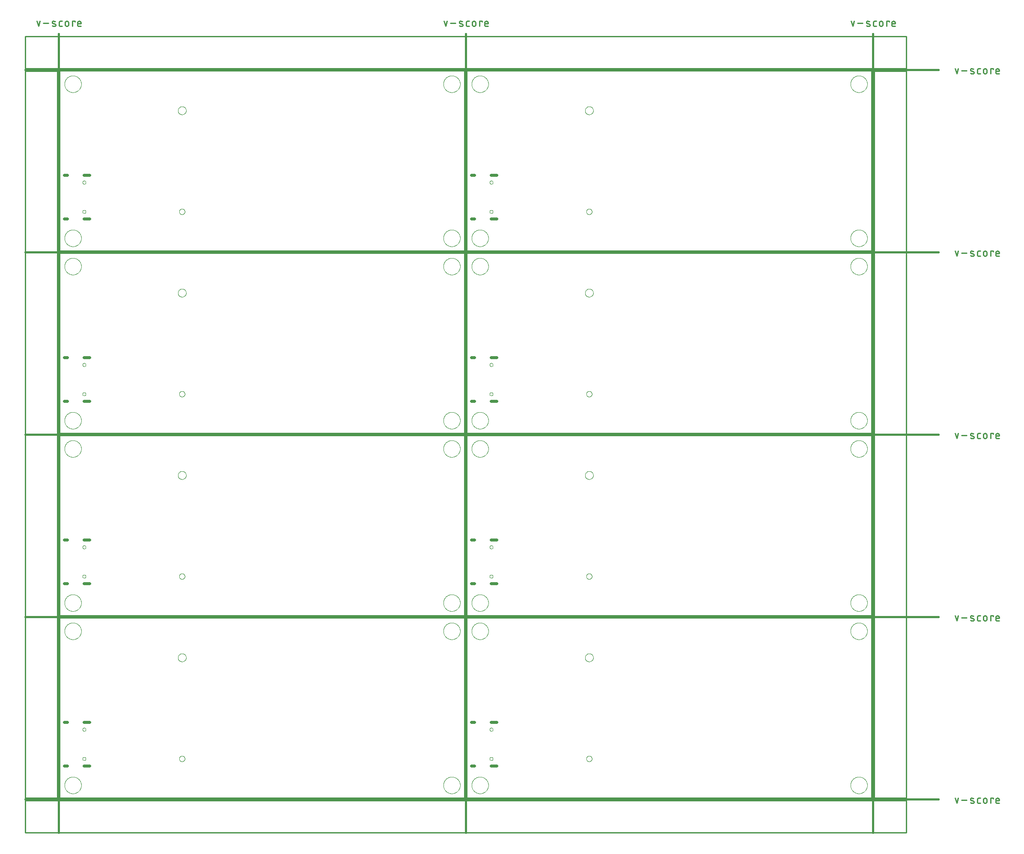
<source format=gko>
G04 EAGLE Gerber RS-274X export*
G75*
%MOMM*%
%FSLAX34Y34*%
%LPD*%
%IN*%
%IPPOS*%
%AMOC8*
5,1,8,0,0,1.08239X$1,22.5*%
G01*
%ADD10C,0.203200*%
%ADD11C,0.381000*%
%ADD12C,0.279400*%
%ADD13C,0.254000*%
%ADD14C,0.000000*%
%ADD15C,0.600000*%


D10*
X0Y0D02*
X0Y355600D01*
X800100Y355600D01*
X800100Y0D01*
X0Y0D01*
X805180Y0D02*
X805180Y355600D01*
X1605280Y355600D01*
X1605280Y0D01*
X805180Y0D01*
X0Y360680D02*
X0Y716280D01*
X800100Y716280D01*
X800100Y360680D01*
X0Y360680D01*
X805180Y360680D02*
X805180Y716280D01*
X1605280Y716280D01*
X1605280Y360680D01*
X805180Y360680D01*
X0Y721360D02*
X0Y1076960D01*
X800100Y1076960D01*
X800100Y721360D01*
X0Y721360D01*
X805180Y721360D02*
X805180Y1076960D01*
X1605280Y1076960D01*
X1605280Y721360D01*
X805180Y721360D01*
X0Y1082040D02*
X0Y1437640D01*
X800100Y1437640D01*
X800100Y1082040D01*
X0Y1082040D01*
X805180Y1082040D02*
X805180Y1437640D01*
X1605280Y1437640D01*
X1605280Y1082040D01*
X805180Y1082040D01*
D11*
X-2540Y1511300D02*
X-2540Y-68580D01*
D12*
X-42921Y1526667D02*
X-46251Y1536658D01*
X-39590Y1536658D02*
X-42921Y1526667D01*
X-32806Y1532495D02*
X-22815Y1532495D01*
X-14261Y1532495D02*
X-10098Y1530830D01*
X-14261Y1532494D02*
X-14346Y1532530D01*
X-14429Y1532570D01*
X-14510Y1532613D01*
X-14590Y1532660D01*
X-14667Y1532710D01*
X-14743Y1532763D01*
X-14816Y1532819D01*
X-14886Y1532879D01*
X-14954Y1532941D01*
X-15019Y1533006D01*
X-15081Y1533074D01*
X-15141Y1533145D01*
X-15197Y1533218D01*
X-15250Y1533293D01*
X-15300Y1533371D01*
X-15346Y1533450D01*
X-15389Y1533532D01*
X-15429Y1533615D01*
X-15465Y1533700D01*
X-15497Y1533786D01*
X-15526Y1533874D01*
X-15550Y1533963D01*
X-15571Y1534053D01*
X-15588Y1534143D01*
X-15602Y1534234D01*
X-15611Y1534326D01*
X-15616Y1534418D01*
X-15618Y1534510D01*
X-15616Y1534602D01*
X-15609Y1534694D01*
X-15599Y1534786D01*
X-15585Y1534877D01*
X-15567Y1534968D01*
X-15545Y1535057D01*
X-15519Y1535146D01*
X-15489Y1535233D01*
X-15456Y1535319D01*
X-15419Y1535403D01*
X-15379Y1535486D01*
X-15335Y1535567D01*
X-15288Y1535646D01*
X-15237Y1535723D01*
X-15183Y1535798D01*
X-15126Y1535871D01*
X-15066Y1535941D01*
X-15003Y1536008D01*
X-14937Y1536072D01*
X-14869Y1536134D01*
X-14798Y1536193D01*
X-14724Y1536248D01*
X-14648Y1536301D01*
X-14570Y1536350D01*
X-14490Y1536396D01*
X-14409Y1536438D01*
X-14325Y1536477D01*
X-14240Y1536512D01*
X-14153Y1536543D01*
X-14065Y1536571D01*
X-13976Y1536595D01*
X-13886Y1536615D01*
X-13796Y1536632D01*
X-13704Y1536644D01*
X-13612Y1536653D01*
X-13520Y1536657D01*
X-13428Y1536658D01*
X-13201Y1536652D01*
X-12974Y1536641D01*
X-12747Y1536624D01*
X-12521Y1536601D01*
X-12295Y1536574D01*
X-12070Y1536540D01*
X-11846Y1536502D01*
X-11623Y1536458D01*
X-11401Y1536409D01*
X-11180Y1536354D01*
X-10961Y1536294D01*
X-10743Y1536229D01*
X-10527Y1536158D01*
X-10313Y1536083D01*
X-10100Y1536002D01*
X-9890Y1535916D01*
X-9681Y1535825D01*
X-10098Y1530830D02*
X-10013Y1530794D01*
X-9930Y1530754D01*
X-9849Y1530711D01*
X-9769Y1530664D01*
X-9692Y1530614D01*
X-9616Y1530561D01*
X-9543Y1530505D01*
X-9473Y1530445D01*
X-9405Y1530383D01*
X-9340Y1530318D01*
X-9278Y1530250D01*
X-9218Y1530179D01*
X-9162Y1530106D01*
X-9109Y1530031D01*
X-9059Y1529953D01*
X-9013Y1529874D01*
X-8970Y1529792D01*
X-8930Y1529709D01*
X-8894Y1529624D01*
X-8862Y1529538D01*
X-8833Y1529450D01*
X-8809Y1529361D01*
X-8788Y1529271D01*
X-8771Y1529181D01*
X-8757Y1529090D01*
X-8748Y1528998D01*
X-8743Y1528906D01*
X-8741Y1528814D01*
X-8743Y1528722D01*
X-8750Y1528630D01*
X-8760Y1528538D01*
X-8774Y1528447D01*
X-8792Y1528356D01*
X-8814Y1528267D01*
X-8840Y1528178D01*
X-8870Y1528091D01*
X-8903Y1528005D01*
X-8940Y1527921D01*
X-8980Y1527838D01*
X-9024Y1527757D01*
X-9071Y1527678D01*
X-9122Y1527601D01*
X-9176Y1527526D01*
X-9233Y1527453D01*
X-9293Y1527383D01*
X-9356Y1527316D01*
X-9422Y1527252D01*
X-9490Y1527190D01*
X-9561Y1527131D01*
X-9635Y1527076D01*
X-9711Y1527023D01*
X-9789Y1526974D01*
X-9869Y1526928D01*
X-9950Y1526886D01*
X-10034Y1526847D01*
X-10119Y1526812D01*
X-10206Y1526781D01*
X-10294Y1526753D01*
X-10383Y1526729D01*
X-10473Y1526709D01*
X-10563Y1526692D01*
X-10655Y1526680D01*
X-10747Y1526671D01*
X-10839Y1526667D01*
X-10931Y1526666D01*
X-10931Y1526667D02*
X-11265Y1526676D01*
X-11598Y1526693D01*
X-11931Y1526717D01*
X-12264Y1526750D01*
X-12595Y1526790D01*
X-12926Y1526838D01*
X-13255Y1526894D01*
X-13583Y1526957D01*
X-13909Y1527029D01*
X-14233Y1527108D01*
X-14556Y1527194D01*
X-14876Y1527289D01*
X-15194Y1527391D01*
X-15510Y1527500D01*
X562Y1526667D02*
X3892Y1526667D01*
X562Y1526667D02*
X464Y1526669D01*
X366Y1526675D01*
X268Y1526684D01*
X171Y1526698D01*
X75Y1526715D01*
X-21Y1526736D01*
X-116Y1526761D01*
X-210Y1526789D01*
X-303Y1526821D01*
X-394Y1526857D01*
X-484Y1526896D01*
X-572Y1526939D01*
X-659Y1526986D01*
X-743Y1527035D01*
X-826Y1527088D01*
X-906Y1527144D01*
X-985Y1527203D01*
X-1060Y1527266D01*
X-1134Y1527331D01*
X-1204Y1527399D01*
X-1272Y1527469D01*
X-1338Y1527543D01*
X-1400Y1527619D01*
X-1459Y1527697D01*
X-1515Y1527777D01*
X-1568Y1527860D01*
X-1618Y1527944D01*
X-1664Y1528031D01*
X-1707Y1528119D01*
X-1746Y1528209D01*
X-1782Y1528300D01*
X-1814Y1528393D01*
X-1842Y1528487D01*
X-1867Y1528582D01*
X-1888Y1528678D01*
X-1905Y1528774D01*
X-1919Y1528871D01*
X-1928Y1528969D01*
X-1934Y1529067D01*
X-1936Y1529165D01*
X-1936Y1534160D01*
X-1934Y1534258D01*
X-1928Y1534356D01*
X-1919Y1534454D01*
X-1905Y1534551D01*
X-1888Y1534647D01*
X-1867Y1534743D01*
X-1842Y1534838D01*
X-1814Y1534932D01*
X-1782Y1535025D01*
X-1746Y1535116D01*
X-1707Y1535206D01*
X-1664Y1535294D01*
X-1617Y1535381D01*
X-1568Y1535465D01*
X-1515Y1535548D01*
X-1459Y1535628D01*
X-1400Y1535706D01*
X-1337Y1535782D01*
X-1272Y1535856D01*
X-1204Y1535926D01*
X-1134Y1535994D01*
X-1060Y1536059D01*
X-984Y1536122D01*
X-906Y1536181D01*
X-826Y1536237D01*
X-743Y1536290D01*
X-659Y1536339D01*
X-572Y1536386D01*
X-484Y1536429D01*
X-394Y1536468D01*
X-303Y1536504D01*
X-210Y1536536D01*
X-116Y1536564D01*
X-21Y1536589D01*
X75Y1536610D01*
X171Y1536627D01*
X268Y1536641D01*
X366Y1536650D01*
X464Y1536656D01*
X562Y1536658D01*
X3892Y1536658D01*
X10022Y1533327D02*
X10022Y1529997D01*
X10022Y1533327D02*
X10024Y1533441D01*
X10030Y1533554D01*
X10039Y1533668D01*
X10053Y1533780D01*
X10070Y1533893D01*
X10092Y1534005D01*
X10117Y1534115D01*
X10145Y1534225D01*
X10178Y1534334D01*
X10214Y1534442D01*
X10254Y1534549D01*
X10298Y1534654D01*
X10345Y1534757D01*
X10395Y1534859D01*
X10449Y1534959D01*
X10507Y1535057D01*
X10568Y1535153D01*
X10631Y1535247D01*
X10699Y1535339D01*
X10769Y1535429D01*
X10842Y1535515D01*
X10918Y1535600D01*
X10997Y1535682D01*
X11079Y1535761D01*
X11164Y1535837D01*
X11250Y1535910D01*
X11340Y1535980D01*
X11432Y1536048D01*
X11526Y1536111D01*
X11622Y1536172D01*
X11720Y1536230D01*
X11820Y1536284D01*
X11922Y1536334D01*
X12025Y1536381D01*
X12130Y1536425D01*
X12237Y1536465D01*
X12345Y1536501D01*
X12454Y1536534D01*
X12564Y1536562D01*
X12674Y1536587D01*
X12786Y1536609D01*
X12899Y1536626D01*
X13011Y1536640D01*
X13125Y1536649D01*
X13238Y1536655D01*
X13352Y1536657D01*
X13466Y1536655D01*
X13579Y1536649D01*
X13693Y1536640D01*
X13805Y1536626D01*
X13918Y1536609D01*
X14030Y1536587D01*
X14140Y1536562D01*
X14250Y1536534D01*
X14359Y1536501D01*
X14467Y1536465D01*
X14574Y1536425D01*
X14679Y1536381D01*
X14782Y1536334D01*
X14884Y1536284D01*
X14984Y1536230D01*
X15082Y1536172D01*
X15178Y1536111D01*
X15272Y1536048D01*
X15364Y1535980D01*
X15454Y1535910D01*
X15540Y1535837D01*
X15625Y1535761D01*
X15707Y1535682D01*
X15786Y1535600D01*
X15862Y1535515D01*
X15935Y1535429D01*
X16005Y1535339D01*
X16073Y1535247D01*
X16136Y1535153D01*
X16197Y1535057D01*
X16255Y1534959D01*
X16309Y1534859D01*
X16359Y1534757D01*
X16406Y1534654D01*
X16450Y1534549D01*
X16490Y1534442D01*
X16526Y1534334D01*
X16559Y1534225D01*
X16587Y1534115D01*
X16612Y1534005D01*
X16634Y1533893D01*
X16651Y1533780D01*
X16665Y1533668D01*
X16674Y1533554D01*
X16680Y1533441D01*
X16682Y1533327D01*
X16682Y1529997D01*
X16680Y1529883D01*
X16674Y1529770D01*
X16665Y1529656D01*
X16651Y1529544D01*
X16634Y1529431D01*
X16612Y1529319D01*
X16587Y1529209D01*
X16559Y1529099D01*
X16526Y1528990D01*
X16490Y1528882D01*
X16450Y1528775D01*
X16406Y1528670D01*
X16359Y1528567D01*
X16309Y1528465D01*
X16255Y1528365D01*
X16197Y1528267D01*
X16136Y1528171D01*
X16073Y1528077D01*
X16005Y1527985D01*
X15935Y1527895D01*
X15862Y1527809D01*
X15786Y1527724D01*
X15707Y1527642D01*
X15625Y1527563D01*
X15540Y1527487D01*
X15454Y1527414D01*
X15364Y1527344D01*
X15272Y1527276D01*
X15178Y1527213D01*
X15082Y1527152D01*
X14984Y1527094D01*
X14884Y1527040D01*
X14782Y1526990D01*
X14679Y1526943D01*
X14574Y1526899D01*
X14467Y1526859D01*
X14359Y1526823D01*
X14250Y1526790D01*
X14140Y1526762D01*
X14030Y1526737D01*
X13918Y1526715D01*
X13805Y1526698D01*
X13693Y1526684D01*
X13579Y1526675D01*
X13466Y1526669D01*
X13352Y1526667D01*
X13238Y1526669D01*
X13125Y1526675D01*
X13011Y1526684D01*
X12899Y1526698D01*
X12786Y1526715D01*
X12674Y1526737D01*
X12564Y1526762D01*
X12454Y1526790D01*
X12345Y1526823D01*
X12237Y1526859D01*
X12130Y1526899D01*
X12025Y1526943D01*
X11922Y1526990D01*
X11820Y1527040D01*
X11720Y1527094D01*
X11622Y1527152D01*
X11526Y1527213D01*
X11432Y1527276D01*
X11340Y1527344D01*
X11250Y1527414D01*
X11164Y1527487D01*
X11079Y1527563D01*
X10997Y1527642D01*
X10918Y1527724D01*
X10842Y1527809D01*
X10769Y1527895D01*
X10699Y1527985D01*
X10631Y1528077D01*
X10568Y1528171D01*
X10507Y1528267D01*
X10449Y1528365D01*
X10395Y1528465D01*
X10345Y1528567D01*
X10298Y1528670D01*
X10254Y1528775D01*
X10214Y1528882D01*
X10178Y1528990D01*
X10145Y1529099D01*
X10117Y1529209D01*
X10092Y1529319D01*
X10070Y1529431D01*
X10053Y1529544D01*
X10039Y1529656D01*
X10030Y1529770D01*
X10024Y1529883D01*
X10022Y1529997D01*
X24218Y1526667D02*
X24218Y1536658D01*
X29213Y1536658D01*
X29213Y1534993D01*
X37008Y1526667D02*
X41171Y1526667D01*
X37008Y1526667D02*
X36910Y1526669D01*
X36812Y1526675D01*
X36714Y1526684D01*
X36617Y1526698D01*
X36521Y1526715D01*
X36425Y1526736D01*
X36330Y1526761D01*
X36236Y1526789D01*
X36143Y1526821D01*
X36052Y1526857D01*
X35962Y1526896D01*
X35874Y1526939D01*
X35787Y1526986D01*
X35703Y1527035D01*
X35620Y1527088D01*
X35540Y1527144D01*
X35462Y1527203D01*
X35386Y1527266D01*
X35312Y1527331D01*
X35242Y1527399D01*
X35174Y1527469D01*
X35109Y1527543D01*
X35046Y1527619D01*
X34987Y1527697D01*
X34931Y1527777D01*
X34878Y1527860D01*
X34829Y1527944D01*
X34782Y1528031D01*
X34739Y1528119D01*
X34700Y1528209D01*
X34664Y1528300D01*
X34632Y1528393D01*
X34604Y1528487D01*
X34579Y1528582D01*
X34558Y1528678D01*
X34541Y1528774D01*
X34527Y1528871D01*
X34518Y1528969D01*
X34512Y1529067D01*
X34510Y1529165D01*
X34510Y1533327D01*
X34511Y1533327D02*
X34513Y1533441D01*
X34519Y1533554D01*
X34528Y1533668D01*
X34542Y1533780D01*
X34559Y1533893D01*
X34581Y1534005D01*
X34606Y1534115D01*
X34634Y1534225D01*
X34667Y1534334D01*
X34703Y1534442D01*
X34743Y1534549D01*
X34787Y1534654D01*
X34834Y1534757D01*
X34884Y1534859D01*
X34938Y1534959D01*
X34996Y1535057D01*
X35057Y1535153D01*
X35120Y1535247D01*
X35188Y1535339D01*
X35258Y1535429D01*
X35331Y1535515D01*
X35407Y1535600D01*
X35486Y1535682D01*
X35568Y1535761D01*
X35653Y1535837D01*
X35739Y1535910D01*
X35829Y1535980D01*
X35921Y1536048D01*
X36015Y1536111D01*
X36111Y1536172D01*
X36209Y1536230D01*
X36309Y1536284D01*
X36411Y1536334D01*
X36514Y1536381D01*
X36619Y1536425D01*
X36726Y1536465D01*
X36834Y1536501D01*
X36943Y1536534D01*
X37053Y1536562D01*
X37163Y1536587D01*
X37275Y1536609D01*
X37388Y1536626D01*
X37500Y1536640D01*
X37614Y1536649D01*
X37727Y1536655D01*
X37841Y1536657D01*
X37955Y1536655D01*
X38068Y1536649D01*
X38182Y1536640D01*
X38294Y1536626D01*
X38407Y1536609D01*
X38519Y1536587D01*
X38629Y1536562D01*
X38739Y1536534D01*
X38848Y1536501D01*
X38956Y1536465D01*
X39063Y1536425D01*
X39168Y1536381D01*
X39271Y1536334D01*
X39373Y1536284D01*
X39473Y1536230D01*
X39571Y1536172D01*
X39667Y1536111D01*
X39761Y1536048D01*
X39853Y1535980D01*
X39943Y1535910D01*
X40029Y1535837D01*
X40114Y1535761D01*
X40196Y1535682D01*
X40275Y1535600D01*
X40351Y1535515D01*
X40424Y1535429D01*
X40494Y1535339D01*
X40562Y1535247D01*
X40625Y1535153D01*
X40686Y1535057D01*
X40744Y1534959D01*
X40798Y1534859D01*
X40848Y1534757D01*
X40895Y1534654D01*
X40939Y1534549D01*
X40979Y1534442D01*
X41015Y1534334D01*
X41048Y1534225D01*
X41076Y1534115D01*
X41101Y1534005D01*
X41123Y1533893D01*
X41140Y1533780D01*
X41154Y1533668D01*
X41163Y1533554D01*
X41169Y1533441D01*
X41171Y1533327D01*
X41171Y1531662D01*
X34510Y1531662D01*
D11*
X802640Y1511300D02*
X802640Y-68580D01*
D12*
X762259Y1526667D02*
X758929Y1536658D01*
X765590Y1536658D02*
X762259Y1526667D01*
X772374Y1532495D02*
X782365Y1532495D01*
X790919Y1532495D02*
X795082Y1530830D01*
X790919Y1532494D02*
X790834Y1532530D01*
X790751Y1532570D01*
X790670Y1532613D01*
X790590Y1532660D01*
X790513Y1532710D01*
X790437Y1532763D01*
X790364Y1532819D01*
X790294Y1532879D01*
X790226Y1532941D01*
X790161Y1533006D01*
X790099Y1533074D01*
X790039Y1533145D01*
X789983Y1533218D01*
X789930Y1533293D01*
X789880Y1533371D01*
X789834Y1533450D01*
X789791Y1533532D01*
X789751Y1533615D01*
X789715Y1533700D01*
X789683Y1533786D01*
X789654Y1533874D01*
X789630Y1533963D01*
X789609Y1534053D01*
X789592Y1534143D01*
X789578Y1534234D01*
X789569Y1534326D01*
X789564Y1534418D01*
X789562Y1534510D01*
X789564Y1534602D01*
X789571Y1534694D01*
X789581Y1534786D01*
X789595Y1534877D01*
X789613Y1534968D01*
X789635Y1535057D01*
X789661Y1535146D01*
X789691Y1535233D01*
X789724Y1535319D01*
X789761Y1535403D01*
X789801Y1535486D01*
X789845Y1535567D01*
X789892Y1535646D01*
X789943Y1535723D01*
X789997Y1535798D01*
X790054Y1535871D01*
X790114Y1535941D01*
X790177Y1536008D01*
X790243Y1536072D01*
X790311Y1536134D01*
X790382Y1536193D01*
X790456Y1536248D01*
X790532Y1536301D01*
X790610Y1536350D01*
X790690Y1536396D01*
X790771Y1536438D01*
X790855Y1536477D01*
X790940Y1536512D01*
X791027Y1536543D01*
X791115Y1536571D01*
X791204Y1536595D01*
X791294Y1536615D01*
X791384Y1536632D01*
X791476Y1536644D01*
X791568Y1536653D01*
X791660Y1536657D01*
X791752Y1536658D01*
X791979Y1536652D01*
X792206Y1536641D01*
X792433Y1536624D01*
X792659Y1536601D01*
X792885Y1536574D01*
X793110Y1536540D01*
X793334Y1536502D01*
X793557Y1536458D01*
X793779Y1536409D01*
X794000Y1536354D01*
X794219Y1536294D01*
X794437Y1536229D01*
X794653Y1536158D01*
X794867Y1536083D01*
X795080Y1536002D01*
X795290Y1535916D01*
X795499Y1535825D01*
X795082Y1530830D02*
X795167Y1530794D01*
X795250Y1530754D01*
X795331Y1530711D01*
X795411Y1530664D01*
X795488Y1530614D01*
X795564Y1530561D01*
X795637Y1530505D01*
X795707Y1530445D01*
X795775Y1530383D01*
X795840Y1530318D01*
X795902Y1530250D01*
X795962Y1530179D01*
X796018Y1530106D01*
X796071Y1530031D01*
X796121Y1529953D01*
X796167Y1529874D01*
X796210Y1529792D01*
X796250Y1529709D01*
X796286Y1529624D01*
X796318Y1529538D01*
X796347Y1529450D01*
X796371Y1529361D01*
X796392Y1529271D01*
X796409Y1529181D01*
X796423Y1529090D01*
X796432Y1528998D01*
X796437Y1528906D01*
X796439Y1528814D01*
X796437Y1528722D01*
X796430Y1528630D01*
X796420Y1528538D01*
X796406Y1528447D01*
X796388Y1528356D01*
X796366Y1528267D01*
X796340Y1528178D01*
X796310Y1528091D01*
X796277Y1528005D01*
X796240Y1527921D01*
X796200Y1527838D01*
X796156Y1527757D01*
X796109Y1527678D01*
X796058Y1527601D01*
X796004Y1527526D01*
X795947Y1527453D01*
X795887Y1527383D01*
X795824Y1527316D01*
X795758Y1527252D01*
X795690Y1527190D01*
X795619Y1527131D01*
X795545Y1527076D01*
X795469Y1527023D01*
X795391Y1526974D01*
X795311Y1526928D01*
X795230Y1526886D01*
X795146Y1526847D01*
X795061Y1526812D01*
X794974Y1526781D01*
X794886Y1526753D01*
X794797Y1526729D01*
X794707Y1526709D01*
X794617Y1526692D01*
X794525Y1526680D01*
X794433Y1526671D01*
X794341Y1526667D01*
X794249Y1526666D01*
X794249Y1526667D02*
X793915Y1526676D01*
X793582Y1526693D01*
X793249Y1526717D01*
X792916Y1526750D01*
X792585Y1526790D01*
X792254Y1526838D01*
X791925Y1526894D01*
X791597Y1526957D01*
X791271Y1527029D01*
X790947Y1527108D01*
X790624Y1527194D01*
X790304Y1527289D01*
X789986Y1527391D01*
X789670Y1527500D01*
X805742Y1526667D02*
X809072Y1526667D01*
X805742Y1526667D02*
X805644Y1526669D01*
X805546Y1526675D01*
X805448Y1526684D01*
X805351Y1526698D01*
X805255Y1526715D01*
X805159Y1526736D01*
X805064Y1526761D01*
X804970Y1526789D01*
X804877Y1526821D01*
X804786Y1526857D01*
X804696Y1526896D01*
X804608Y1526939D01*
X804521Y1526986D01*
X804437Y1527035D01*
X804354Y1527088D01*
X804274Y1527144D01*
X804196Y1527203D01*
X804120Y1527266D01*
X804046Y1527331D01*
X803976Y1527399D01*
X803908Y1527469D01*
X803843Y1527543D01*
X803780Y1527619D01*
X803721Y1527697D01*
X803665Y1527777D01*
X803612Y1527860D01*
X803563Y1527944D01*
X803516Y1528031D01*
X803473Y1528119D01*
X803434Y1528209D01*
X803398Y1528300D01*
X803366Y1528393D01*
X803338Y1528487D01*
X803313Y1528582D01*
X803292Y1528678D01*
X803275Y1528774D01*
X803261Y1528871D01*
X803252Y1528969D01*
X803246Y1529067D01*
X803244Y1529165D01*
X803244Y1534160D01*
X803246Y1534258D01*
X803252Y1534356D01*
X803261Y1534454D01*
X803275Y1534551D01*
X803292Y1534647D01*
X803313Y1534743D01*
X803338Y1534838D01*
X803366Y1534932D01*
X803398Y1535025D01*
X803434Y1535116D01*
X803473Y1535206D01*
X803516Y1535294D01*
X803563Y1535381D01*
X803612Y1535465D01*
X803665Y1535548D01*
X803721Y1535628D01*
X803780Y1535707D01*
X803843Y1535782D01*
X803908Y1535856D01*
X803976Y1535926D01*
X804046Y1535994D01*
X804120Y1536060D01*
X804196Y1536122D01*
X804274Y1536181D01*
X804354Y1536237D01*
X804437Y1536290D01*
X804521Y1536340D01*
X804608Y1536386D01*
X804696Y1536429D01*
X804786Y1536468D01*
X804877Y1536504D01*
X804970Y1536536D01*
X805064Y1536564D01*
X805159Y1536589D01*
X805255Y1536610D01*
X805351Y1536627D01*
X805448Y1536641D01*
X805546Y1536650D01*
X805644Y1536656D01*
X805742Y1536658D01*
X809072Y1536658D01*
X815202Y1533327D02*
X815202Y1529997D01*
X815202Y1533327D02*
X815204Y1533441D01*
X815210Y1533554D01*
X815219Y1533668D01*
X815233Y1533780D01*
X815250Y1533893D01*
X815272Y1534005D01*
X815297Y1534115D01*
X815325Y1534225D01*
X815358Y1534334D01*
X815394Y1534442D01*
X815434Y1534549D01*
X815478Y1534654D01*
X815525Y1534757D01*
X815575Y1534859D01*
X815629Y1534959D01*
X815687Y1535057D01*
X815748Y1535153D01*
X815811Y1535247D01*
X815879Y1535339D01*
X815949Y1535429D01*
X816022Y1535515D01*
X816098Y1535600D01*
X816177Y1535682D01*
X816259Y1535761D01*
X816344Y1535837D01*
X816430Y1535910D01*
X816520Y1535980D01*
X816612Y1536048D01*
X816706Y1536111D01*
X816802Y1536172D01*
X816900Y1536230D01*
X817000Y1536284D01*
X817102Y1536334D01*
X817205Y1536381D01*
X817310Y1536425D01*
X817417Y1536465D01*
X817525Y1536501D01*
X817634Y1536534D01*
X817744Y1536562D01*
X817854Y1536587D01*
X817966Y1536609D01*
X818079Y1536626D01*
X818191Y1536640D01*
X818305Y1536649D01*
X818418Y1536655D01*
X818532Y1536657D01*
X818646Y1536655D01*
X818759Y1536649D01*
X818873Y1536640D01*
X818985Y1536626D01*
X819098Y1536609D01*
X819210Y1536587D01*
X819320Y1536562D01*
X819430Y1536534D01*
X819539Y1536501D01*
X819647Y1536465D01*
X819754Y1536425D01*
X819859Y1536381D01*
X819962Y1536334D01*
X820064Y1536284D01*
X820164Y1536230D01*
X820262Y1536172D01*
X820358Y1536111D01*
X820452Y1536048D01*
X820544Y1535980D01*
X820634Y1535910D01*
X820720Y1535837D01*
X820805Y1535761D01*
X820887Y1535682D01*
X820966Y1535600D01*
X821042Y1535515D01*
X821115Y1535429D01*
X821185Y1535339D01*
X821253Y1535247D01*
X821316Y1535153D01*
X821377Y1535057D01*
X821435Y1534959D01*
X821489Y1534859D01*
X821539Y1534757D01*
X821586Y1534654D01*
X821630Y1534549D01*
X821670Y1534442D01*
X821706Y1534334D01*
X821739Y1534225D01*
X821767Y1534115D01*
X821792Y1534005D01*
X821814Y1533893D01*
X821831Y1533780D01*
X821845Y1533668D01*
X821854Y1533554D01*
X821860Y1533441D01*
X821862Y1533327D01*
X821862Y1529997D01*
X821860Y1529883D01*
X821854Y1529770D01*
X821845Y1529656D01*
X821831Y1529544D01*
X821814Y1529431D01*
X821792Y1529319D01*
X821767Y1529209D01*
X821739Y1529099D01*
X821706Y1528990D01*
X821670Y1528882D01*
X821630Y1528775D01*
X821586Y1528670D01*
X821539Y1528567D01*
X821489Y1528465D01*
X821435Y1528365D01*
X821377Y1528267D01*
X821316Y1528171D01*
X821253Y1528077D01*
X821185Y1527985D01*
X821115Y1527895D01*
X821042Y1527809D01*
X820966Y1527724D01*
X820887Y1527642D01*
X820805Y1527563D01*
X820720Y1527487D01*
X820634Y1527414D01*
X820544Y1527344D01*
X820452Y1527276D01*
X820358Y1527213D01*
X820262Y1527152D01*
X820164Y1527094D01*
X820064Y1527040D01*
X819962Y1526990D01*
X819859Y1526943D01*
X819754Y1526899D01*
X819647Y1526859D01*
X819539Y1526823D01*
X819430Y1526790D01*
X819320Y1526762D01*
X819210Y1526737D01*
X819098Y1526715D01*
X818985Y1526698D01*
X818873Y1526684D01*
X818759Y1526675D01*
X818646Y1526669D01*
X818532Y1526667D01*
X818418Y1526669D01*
X818305Y1526675D01*
X818191Y1526684D01*
X818079Y1526698D01*
X817966Y1526715D01*
X817854Y1526737D01*
X817744Y1526762D01*
X817634Y1526790D01*
X817525Y1526823D01*
X817417Y1526859D01*
X817310Y1526899D01*
X817205Y1526943D01*
X817102Y1526990D01*
X817000Y1527040D01*
X816900Y1527094D01*
X816802Y1527152D01*
X816706Y1527213D01*
X816612Y1527276D01*
X816520Y1527344D01*
X816430Y1527414D01*
X816344Y1527487D01*
X816259Y1527563D01*
X816177Y1527642D01*
X816098Y1527724D01*
X816022Y1527809D01*
X815949Y1527895D01*
X815879Y1527985D01*
X815811Y1528077D01*
X815748Y1528171D01*
X815687Y1528267D01*
X815629Y1528365D01*
X815575Y1528465D01*
X815525Y1528567D01*
X815478Y1528670D01*
X815434Y1528775D01*
X815394Y1528882D01*
X815358Y1528990D01*
X815325Y1529099D01*
X815297Y1529209D01*
X815272Y1529319D01*
X815250Y1529431D01*
X815233Y1529544D01*
X815219Y1529656D01*
X815210Y1529770D01*
X815204Y1529883D01*
X815202Y1529997D01*
X829398Y1526667D02*
X829398Y1536658D01*
X834393Y1536658D01*
X834393Y1534993D01*
X842188Y1526667D02*
X846351Y1526667D01*
X842188Y1526667D02*
X842090Y1526669D01*
X841992Y1526675D01*
X841894Y1526684D01*
X841797Y1526698D01*
X841701Y1526715D01*
X841605Y1526736D01*
X841510Y1526761D01*
X841416Y1526789D01*
X841323Y1526821D01*
X841232Y1526857D01*
X841142Y1526896D01*
X841054Y1526939D01*
X840967Y1526986D01*
X840883Y1527035D01*
X840800Y1527088D01*
X840720Y1527144D01*
X840642Y1527203D01*
X840566Y1527266D01*
X840492Y1527331D01*
X840422Y1527399D01*
X840354Y1527469D01*
X840289Y1527543D01*
X840226Y1527619D01*
X840167Y1527697D01*
X840111Y1527777D01*
X840058Y1527860D01*
X840009Y1527944D01*
X839962Y1528031D01*
X839919Y1528119D01*
X839880Y1528209D01*
X839844Y1528300D01*
X839812Y1528393D01*
X839784Y1528487D01*
X839759Y1528582D01*
X839738Y1528678D01*
X839721Y1528774D01*
X839707Y1528871D01*
X839698Y1528969D01*
X839692Y1529067D01*
X839690Y1529165D01*
X839690Y1533327D01*
X839691Y1533327D02*
X839693Y1533441D01*
X839699Y1533554D01*
X839708Y1533668D01*
X839722Y1533780D01*
X839739Y1533893D01*
X839761Y1534005D01*
X839786Y1534115D01*
X839814Y1534225D01*
X839847Y1534334D01*
X839883Y1534442D01*
X839923Y1534549D01*
X839967Y1534654D01*
X840014Y1534757D01*
X840064Y1534859D01*
X840118Y1534959D01*
X840176Y1535057D01*
X840237Y1535153D01*
X840300Y1535247D01*
X840368Y1535339D01*
X840438Y1535429D01*
X840511Y1535515D01*
X840587Y1535600D01*
X840666Y1535682D01*
X840748Y1535761D01*
X840833Y1535837D01*
X840919Y1535910D01*
X841009Y1535980D01*
X841101Y1536048D01*
X841195Y1536111D01*
X841291Y1536172D01*
X841389Y1536230D01*
X841489Y1536284D01*
X841591Y1536334D01*
X841694Y1536381D01*
X841799Y1536425D01*
X841906Y1536465D01*
X842014Y1536501D01*
X842123Y1536534D01*
X842233Y1536562D01*
X842343Y1536587D01*
X842455Y1536609D01*
X842568Y1536626D01*
X842680Y1536640D01*
X842794Y1536649D01*
X842907Y1536655D01*
X843021Y1536657D01*
X843135Y1536655D01*
X843248Y1536649D01*
X843362Y1536640D01*
X843474Y1536626D01*
X843587Y1536609D01*
X843699Y1536587D01*
X843809Y1536562D01*
X843919Y1536534D01*
X844028Y1536501D01*
X844136Y1536465D01*
X844243Y1536425D01*
X844348Y1536381D01*
X844451Y1536334D01*
X844553Y1536284D01*
X844653Y1536230D01*
X844751Y1536172D01*
X844847Y1536111D01*
X844941Y1536048D01*
X845033Y1535980D01*
X845123Y1535910D01*
X845209Y1535837D01*
X845294Y1535761D01*
X845376Y1535682D01*
X845455Y1535600D01*
X845531Y1535515D01*
X845604Y1535429D01*
X845674Y1535339D01*
X845742Y1535247D01*
X845805Y1535153D01*
X845866Y1535057D01*
X845924Y1534959D01*
X845978Y1534859D01*
X846028Y1534757D01*
X846075Y1534654D01*
X846119Y1534549D01*
X846159Y1534442D01*
X846195Y1534334D01*
X846228Y1534225D01*
X846256Y1534115D01*
X846281Y1534005D01*
X846303Y1533893D01*
X846320Y1533780D01*
X846334Y1533668D01*
X846343Y1533554D01*
X846349Y1533441D01*
X846351Y1533327D01*
X846351Y1531662D01*
X839690Y1531662D01*
D11*
X1607820Y1511300D02*
X1607820Y-68580D01*
D12*
X1567439Y1526667D02*
X1564109Y1536658D01*
X1570770Y1536658D02*
X1567439Y1526667D01*
X1577554Y1532495D02*
X1587545Y1532495D01*
X1596099Y1532495D02*
X1600262Y1530830D01*
X1596099Y1532494D02*
X1596014Y1532530D01*
X1595931Y1532570D01*
X1595850Y1532613D01*
X1595770Y1532660D01*
X1595693Y1532710D01*
X1595617Y1532763D01*
X1595544Y1532819D01*
X1595474Y1532879D01*
X1595406Y1532941D01*
X1595341Y1533006D01*
X1595279Y1533074D01*
X1595219Y1533145D01*
X1595163Y1533218D01*
X1595110Y1533293D01*
X1595060Y1533371D01*
X1595014Y1533450D01*
X1594971Y1533532D01*
X1594931Y1533615D01*
X1594895Y1533700D01*
X1594863Y1533786D01*
X1594834Y1533874D01*
X1594810Y1533963D01*
X1594789Y1534053D01*
X1594772Y1534143D01*
X1594758Y1534234D01*
X1594749Y1534326D01*
X1594744Y1534418D01*
X1594742Y1534510D01*
X1594744Y1534602D01*
X1594751Y1534694D01*
X1594761Y1534786D01*
X1594775Y1534877D01*
X1594793Y1534968D01*
X1594815Y1535057D01*
X1594841Y1535146D01*
X1594871Y1535233D01*
X1594904Y1535319D01*
X1594941Y1535403D01*
X1594981Y1535486D01*
X1595025Y1535567D01*
X1595072Y1535646D01*
X1595123Y1535723D01*
X1595177Y1535798D01*
X1595234Y1535871D01*
X1595294Y1535941D01*
X1595357Y1536008D01*
X1595423Y1536072D01*
X1595491Y1536134D01*
X1595562Y1536193D01*
X1595636Y1536248D01*
X1595712Y1536301D01*
X1595790Y1536350D01*
X1595870Y1536396D01*
X1595951Y1536438D01*
X1596035Y1536477D01*
X1596120Y1536512D01*
X1596207Y1536543D01*
X1596295Y1536571D01*
X1596384Y1536595D01*
X1596474Y1536615D01*
X1596564Y1536632D01*
X1596656Y1536644D01*
X1596748Y1536653D01*
X1596840Y1536657D01*
X1596932Y1536658D01*
X1597159Y1536652D01*
X1597386Y1536641D01*
X1597613Y1536624D01*
X1597839Y1536601D01*
X1598065Y1536574D01*
X1598290Y1536540D01*
X1598514Y1536502D01*
X1598737Y1536458D01*
X1598959Y1536409D01*
X1599180Y1536354D01*
X1599399Y1536294D01*
X1599617Y1536229D01*
X1599833Y1536158D01*
X1600047Y1536083D01*
X1600260Y1536002D01*
X1600470Y1535916D01*
X1600679Y1535825D01*
X1600262Y1530830D02*
X1600347Y1530794D01*
X1600430Y1530754D01*
X1600511Y1530711D01*
X1600591Y1530664D01*
X1600668Y1530614D01*
X1600744Y1530561D01*
X1600817Y1530505D01*
X1600887Y1530445D01*
X1600955Y1530383D01*
X1601020Y1530318D01*
X1601082Y1530250D01*
X1601142Y1530179D01*
X1601198Y1530106D01*
X1601251Y1530031D01*
X1601301Y1529953D01*
X1601347Y1529874D01*
X1601390Y1529792D01*
X1601430Y1529709D01*
X1601466Y1529624D01*
X1601498Y1529538D01*
X1601527Y1529450D01*
X1601551Y1529361D01*
X1601572Y1529271D01*
X1601589Y1529181D01*
X1601603Y1529090D01*
X1601612Y1528998D01*
X1601617Y1528906D01*
X1601619Y1528814D01*
X1601617Y1528722D01*
X1601610Y1528630D01*
X1601600Y1528538D01*
X1601586Y1528447D01*
X1601568Y1528356D01*
X1601546Y1528267D01*
X1601520Y1528178D01*
X1601490Y1528091D01*
X1601457Y1528005D01*
X1601420Y1527921D01*
X1601380Y1527838D01*
X1601336Y1527757D01*
X1601289Y1527678D01*
X1601238Y1527601D01*
X1601184Y1527526D01*
X1601127Y1527453D01*
X1601067Y1527383D01*
X1601004Y1527316D01*
X1600938Y1527252D01*
X1600870Y1527190D01*
X1600799Y1527131D01*
X1600725Y1527076D01*
X1600649Y1527023D01*
X1600571Y1526974D01*
X1600491Y1526928D01*
X1600410Y1526886D01*
X1600326Y1526847D01*
X1600241Y1526812D01*
X1600154Y1526781D01*
X1600066Y1526753D01*
X1599977Y1526729D01*
X1599887Y1526709D01*
X1599797Y1526692D01*
X1599705Y1526680D01*
X1599613Y1526671D01*
X1599521Y1526667D01*
X1599429Y1526666D01*
X1599429Y1526667D02*
X1599095Y1526676D01*
X1598762Y1526693D01*
X1598429Y1526717D01*
X1598096Y1526750D01*
X1597765Y1526790D01*
X1597434Y1526838D01*
X1597105Y1526894D01*
X1596777Y1526957D01*
X1596451Y1527029D01*
X1596127Y1527108D01*
X1595804Y1527194D01*
X1595484Y1527289D01*
X1595166Y1527391D01*
X1594850Y1527500D01*
X1610922Y1526667D02*
X1614252Y1526667D01*
X1610922Y1526667D02*
X1610824Y1526669D01*
X1610726Y1526675D01*
X1610628Y1526684D01*
X1610531Y1526698D01*
X1610435Y1526715D01*
X1610339Y1526736D01*
X1610244Y1526761D01*
X1610150Y1526789D01*
X1610057Y1526821D01*
X1609966Y1526857D01*
X1609876Y1526896D01*
X1609788Y1526939D01*
X1609701Y1526986D01*
X1609617Y1527035D01*
X1609534Y1527088D01*
X1609454Y1527144D01*
X1609376Y1527203D01*
X1609300Y1527266D01*
X1609226Y1527331D01*
X1609156Y1527399D01*
X1609088Y1527469D01*
X1609023Y1527543D01*
X1608960Y1527619D01*
X1608901Y1527697D01*
X1608845Y1527777D01*
X1608792Y1527860D01*
X1608743Y1527944D01*
X1608696Y1528031D01*
X1608653Y1528119D01*
X1608614Y1528209D01*
X1608578Y1528300D01*
X1608546Y1528393D01*
X1608518Y1528487D01*
X1608493Y1528582D01*
X1608472Y1528678D01*
X1608455Y1528774D01*
X1608441Y1528871D01*
X1608432Y1528969D01*
X1608426Y1529067D01*
X1608424Y1529165D01*
X1608424Y1534160D01*
X1608426Y1534258D01*
X1608432Y1534356D01*
X1608441Y1534454D01*
X1608455Y1534551D01*
X1608472Y1534647D01*
X1608493Y1534743D01*
X1608518Y1534838D01*
X1608546Y1534932D01*
X1608578Y1535025D01*
X1608614Y1535116D01*
X1608653Y1535206D01*
X1608696Y1535294D01*
X1608743Y1535381D01*
X1608792Y1535465D01*
X1608845Y1535548D01*
X1608901Y1535628D01*
X1608960Y1535707D01*
X1609023Y1535782D01*
X1609088Y1535856D01*
X1609156Y1535926D01*
X1609226Y1535994D01*
X1609300Y1536060D01*
X1609376Y1536122D01*
X1609454Y1536181D01*
X1609534Y1536237D01*
X1609617Y1536290D01*
X1609701Y1536340D01*
X1609788Y1536386D01*
X1609876Y1536429D01*
X1609966Y1536468D01*
X1610057Y1536504D01*
X1610150Y1536536D01*
X1610244Y1536564D01*
X1610339Y1536589D01*
X1610435Y1536610D01*
X1610531Y1536627D01*
X1610628Y1536641D01*
X1610726Y1536650D01*
X1610824Y1536656D01*
X1610922Y1536658D01*
X1614252Y1536658D01*
X1620382Y1533327D02*
X1620382Y1529997D01*
X1620382Y1533327D02*
X1620384Y1533441D01*
X1620390Y1533554D01*
X1620399Y1533668D01*
X1620413Y1533780D01*
X1620430Y1533893D01*
X1620452Y1534005D01*
X1620477Y1534115D01*
X1620505Y1534225D01*
X1620538Y1534334D01*
X1620574Y1534442D01*
X1620614Y1534549D01*
X1620658Y1534654D01*
X1620705Y1534757D01*
X1620755Y1534859D01*
X1620809Y1534959D01*
X1620867Y1535057D01*
X1620928Y1535153D01*
X1620991Y1535247D01*
X1621059Y1535339D01*
X1621129Y1535429D01*
X1621202Y1535515D01*
X1621278Y1535600D01*
X1621357Y1535682D01*
X1621439Y1535761D01*
X1621524Y1535837D01*
X1621610Y1535910D01*
X1621700Y1535980D01*
X1621792Y1536048D01*
X1621886Y1536111D01*
X1621982Y1536172D01*
X1622080Y1536230D01*
X1622180Y1536284D01*
X1622282Y1536334D01*
X1622385Y1536381D01*
X1622490Y1536425D01*
X1622597Y1536465D01*
X1622705Y1536501D01*
X1622814Y1536534D01*
X1622924Y1536562D01*
X1623034Y1536587D01*
X1623146Y1536609D01*
X1623259Y1536626D01*
X1623371Y1536640D01*
X1623485Y1536649D01*
X1623598Y1536655D01*
X1623712Y1536657D01*
X1623826Y1536655D01*
X1623939Y1536649D01*
X1624053Y1536640D01*
X1624165Y1536626D01*
X1624278Y1536609D01*
X1624390Y1536587D01*
X1624500Y1536562D01*
X1624610Y1536534D01*
X1624719Y1536501D01*
X1624827Y1536465D01*
X1624934Y1536425D01*
X1625039Y1536381D01*
X1625142Y1536334D01*
X1625244Y1536284D01*
X1625344Y1536230D01*
X1625442Y1536172D01*
X1625538Y1536111D01*
X1625632Y1536048D01*
X1625724Y1535980D01*
X1625814Y1535910D01*
X1625900Y1535837D01*
X1625985Y1535761D01*
X1626067Y1535682D01*
X1626146Y1535600D01*
X1626222Y1535515D01*
X1626295Y1535429D01*
X1626365Y1535339D01*
X1626433Y1535247D01*
X1626496Y1535153D01*
X1626557Y1535057D01*
X1626615Y1534959D01*
X1626669Y1534859D01*
X1626719Y1534757D01*
X1626766Y1534654D01*
X1626810Y1534549D01*
X1626850Y1534442D01*
X1626886Y1534334D01*
X1626919Y1534225D01*
X1626947Y1534115D01*
X1626972Y1534005D01*
X1626994Y1533893D01*
X1627011Y1533780D01*
X1627025Y1533668D01*
X1627034Y1533554D01*
X1627040Y1533441D01*
X1627042Y1533327D01*
X1627042Y1529997D01*
X1627040Y1529883D01*
X1627034Y1529770D01*
X1627025Y1529656D01*
X1627011Y1529544D01*
X1626994Y1529431D01*
X1626972Y1529319D01*
X1626947Y1529209D01*
X1626919Y1529099D01*
X1626886Y1528990D01*
X1626850Y1528882D01*
X1626810Y1528775D01*
X1626766Y1528670D01*
X1626719Y1528567D01*
X1626669Y1528465D01*
X1626615Y1528365D01*
X1626557Y1528267D01*
X1626496Y1528171D01*
X1626433Y1528077D01*
X1626365Y1527985D01*
X1626295Y1527895D01*
X1626222Y1527809D01*
X1626146Y1527724D01*
X1626067Y1527642D01*
X1625985Y1527563D01*
X1625900Y1527487D01*
X1625814Y1527414D01*
X1625724Y1527344D01*
X1625632Y1527276D01*
X1625538Y1527213D01*
X1625442Y1527152D01*
X1625344Y1527094D01*
X1625244Y1527040D01*
X1625142Y1526990D01*
X1625039Y1526943D01*
X1624934Y1526899D01*
X1624827Y1526859D01*
X1624719Y1526823D01*
X1624610Y1526790D01*
X1624500Y1526762D01*
X1624390Y1526737D01*
X1624278Y1526715D01*
X1624165Y1526698D01*
X1624053Y1526684D01*
X1623939Y1526675D01*
X1623826Y1526669D01*
X1623712Y1526667D01*
X1623598Y1526669D01*
X1623485Y1526675D01*
X1623371Y1526684D01*
X1623259Y1526698D01*
X1623146Y1526715D01*
X1623034Y1526737D01*
X1622924Y1526762D01*
X1622814Y1526790D01*
X1622705Y1526823D01*
X1622597Y1526859D01*
X1622490Y1526899D01*
X1622385Y1526943D01*
X1622282Y1526990D01*
X1622180Y1527040D01*
X1622080Y1527094D01*
X1621982Y1527152D01*
X1621886Y1527213D01*
X1621792Y1527276D01*
X1621700Y1527344D01*
X1621610Y1527414D01*
X1621524Y1527487D01*
X1621439Y1527563D01*
X1621357Y1527642D01*
X1621278Y1527724D01*
X1621202Y1527809D01*
X1621129Y1527895D01*
X1621059Y1527985D01*
X1620991Y1528077D01*
X1620928Y1528171D01*
X1620867Y1528267D01*
X1620809Y1528365D01*
X1620755Y1528465D01*
X1620705Y1528567D01*
X1620658Y1528670D01*
X1620614Y1528775D01*
X1620574Y1528882D01*
X1620538Y1528990D01*
X1620505Y1529099D01*
X1620477Y1529209D01*
X1620452Y1529319D01*
X1620430Y1529431D01*
X1620413Y1529544D01*
X1620399Y1529656D01*
X1620390Y1529770D01*
X1620384Y1529883D01*
X1620382Y1529997D01*
X1634578Y1526667D02*
X1634578Y1536658D01*
X1639573Y1536658D01*
X1639573Y1534993D01*
X1647368Y1526667D02*
X1651531Y1526667D01*
X1647368Y1526667D02*
X1647270Y1526669D01*
X1647172Y1526675D01*
X1647074Y1526684D01*
X1646977Y1526698D01*
X1646881Y1526715D01*
X1646785Y1526736D01*
X1646690Y1526761D01*
X1646596Y1526789D01*
X1646503Y1526821D01*
X1646412Y1526857D01*
X1646322Y1526896D01*
X1646234Y1526939D01*
X1646147Y1526986D01*
X1646063Y1527035D01*
X1645980Y1527088D01*
X1645900Y1527144D01*
X1645822Y1527203D01*
X1645746Y1527266D01*
X1645672Y1527331D01*
X1645602Y1527399D01*
X1645534Y1527469D01*
X1645469Y1527543D01*
X1645406Y1527619D01*
X1645347Y1527697D01*
X1645291Y1527777D01*
X1645238Y1527860D01*
X1645189Y1527944D01*
X1645142Y1528031D01*
X1645099Y1528119D01*
X1645060Y1528209D01*
X1645024Y1528300D01*
X1644992Y1528393D01*
X1644964Y1528487D01*
X1644939Y1528582D01*
X1644918Y1528678D01*
X1644901Y1528774D01*
X1644887Y1528871D01*
X1644878Y1528969D01*
X1644872Y1529067D01*
X1644870Y1529165D01*
X1644870Y1533327D01*
X1644871Y1533327D02*
X1644873Y1533441D01*
X1644879Y1533554D01*
X1644888Y1533668D01*
X1644902Y1533780D01*
X1644919Y1533893D01*
X1644941Y1534005D01*
X1644966Y1534115D01*
X1644994Y1534225D01*
X1645027Y1534334D01*
X1645063Y1534442D01*
X1645103Y1534549D01*
X1645147Y1534654D01*
X1645194Y1534757D01*
X1645244Y1534859D01*
X1645298Y1534959D01*
X1645356Y1535057D01*
X1645417Y1535153D01*
X1645480Y1535247D01*
X1645548Y1535339D01*
X1645618Y1535429D01*
X1645691Y1535515D01*
X1645767Y1535600D01*
X1645846Y1535682D01*
X1645928Y1535761D01*
X1646013Y1535837D01*
X1646099Y1535910D01*
X1646189Y1535980D01*
X1646281Y1536048D01*
X1646375Y1536111D01*
X1646471Y1536172D01*
X1646569Y1536230D01*
X1646669Y1536284D01*
X1646771Y1536334D01*
X1646874Y1536381D01*
X1646979Y1536425D01*
X1647086Y1536465D01*
X1647194Y1536501D01*
X1647303Y1536534D01*
X1647413Y1536562D01*
X1647523Y1536587D01*
X1647635Y1536609D01*
X1647748Y1536626D01*
X1647860Y1536640D01*
X1647974Y1536649D01*
X1648087Y1536655D01*
X1648201Y1536657D01*
X1648315Y1536655D01*
X1648428Y1536649D01*
X1648542Y1536640D01*
X1648654Y1536626D01*
X1648767Y1536609D01*
X1648879Y1536587D01*
X1648989Y1536562D01*
X1649099Y1536534D01*
X1649208Y1536501D01*
X1649316Y1536465D01*
X1649423Y1536425D01*
X1649528Y1536381D01*
X1649631Y1536334D01*
X1649733Y1536284D01*
X1649833Y1536230D01*
X1649931Y1536172D01*
X1650027Y1536111D01*
X1650121Y1536048D01*
X1650213Y1535980D01*
X1650303Y1535910D01*
X1650389Y1535837D01*
X1650474Y1535761D01*
X1650556Y1535682D01*
X1650635Y1535600D01*
X1650711Y1535515D01*
X1650784Y1535429D01*
X1650854Y1535339D01*
X1650922Y1535247D01*
X1650985Y1535153D01*
X1651046Y1535057D01*
X1651104Y1534959D01*
X1651158Y1534859D01*
X1651208Y1534757D01*
X1651255Y1534654D01*
X1651299Y1534549D01*
X1651339Y1534442D01*
X1651375Y1534334D01*
X1651408Y1534225D01*
X1651436Y1534115D01*
X1651461Y1534005D01*
X1651483Y1533893D01*
X1651500Y1533780D01*
X1651514Y1533668D01*
X1651523Y1533554D01*
X1651529Y1533441D01*
X1651531Y1533327D01*
X1651531Y1531662D01*
X1644870Y1531662D01*
D11*
X1737360Y-2540D02*
X-68580Y-2540D01*
D12*
X1769849Y-42D02*
X1773179Y-10033D01*
X1776510Y-42D01*
X1783294Y-4205D02*
X1793285Y-4205D01*
X1801839Y-4205D02*
X1806002Y-5870D01*
X1801839Y-4206D02*
X1801754Y-4170D01*
X1801671Y-4130D01*
X1801590Y-4087D01*
X1801510Y-4040D01*
X1801433Y-3990D01*
X1801357Y-3937D01*
X1801284Y-3881D01*
X1801214Y-3821D01*
X1801146Y-3759D01*
X1801081Y-3694D01*
X1801019Y-3626D01*
X1800959Y-3555D01*
X1800903Y-3482D01*
X1800850Y-3407D01*
X1800800Y-3329D01*
X1800754Y-3250D01*
X1800711Y-3168D01*
X1800671Y-3085D01*
X1800635Y-3000D01*
X1800603Y-2914D01*
X1800574Y-2826D01*
X1800550Y-2737D01*
X1800529Y-2647D01*
X1800512Y-2557D01*
X1800498Y-2466D01*
X1800489Y-2374D01*
X1800484Y-2282D01*
X1800482Y-2190D01*
X1800484Y-2098D01*
X1800491Y-2006D01*
X1800501Y-1914D01*
X1800515Y-1823D01*
X1800533Y-1732D01*
X1800555Y-1643D01*
X1800581Y-1554D01*
X1800611Y-1467D01*
X1800644Y-1381D01*
X1800681Y-1297D01*
X1800721Y-1214D01*
X1800765Y-1133D01*
X1800812Y-1054D01*
X1800863Y-977D01*
X1800917Y-902D01*
X1800974Y-829D01*
X1801034Y-759D01*
X1801097Y-692D01*
X1801163Y-628D01*
X1801231Y-566D01*
X1801302Y-507D01*
X1801376Y-452D01*
X1801452Y-399D01*
X1801530Y-350D01*
X1801610Y-304D01*
X1801691Y-262D01*
X1801775Y-223D01*
X1801860Y-188D01*
X1801947Y-157D01*
X1802035Y-129D01*
X1802124Y-105D01*
X1802214Y-85D01*
X1802304Y-68D01*
X1802396Y-56D01*
X1802488Y-47D01*
X1802580Y-43D01*
X1802672Y-42D01*
X1802899Y-48D01*
X1803126Y-59D01*
X1803353Y-76D01*
X1803579Y-99D01*
X1803805Y-126D01*
X1804030Y-160D01*
X1804254Y-198D01*
X1804477Y-242D01*
X1804699Y-291D01*
X1804920Y-346D01*
X1805139Y-406D01*
X1805357Y-471D01*
X1805573Y-542D01*
X1805787Y-617D01*
X1806000Y-698D01*
X1806210Y-784D01*
X1806419Y-875D01*
X1806002Y-5870D02*
X1806087Y-5906D01*
X1806170Y-5946D01*
X1806251Y-5989D01*
X1806331Y-6036D01*
X1806408Y-6086D01*
X1806484Y-6139D01*
X1806557Y-6195D01*
X1806627Y-6255D01*
X1806695Y-6317D01*
X1806760Y-6382D01*
X1806822Y-6450D01*
X1806882Y-6521D01*
X1806938Y-6594D01*
X1806991Y-6669D01*
X1807041Y-6747D01*
X1807087Y-6826D01*
X1807130Y-6908D01*
X1807170Y-6991D01*
X1807206Y-7076D01*
X1807238Y-7162D01*
X1807267Y-7250D01*
X1807291Y-7339D01*
X1807312Y-7429D01*
X1807329Y-7519D01*
X1807343Y-7610D01*
X1807352Y-7702D01*
X1807357Y-7794D01*
X1807359Y-7886D01*
X1807357Y-7978D01*
X1807350Y-8070D01*
X1807340Y-8162D01*
X1807326Y-8253D01*
X1807308Y-8344D01*
X1807286Y-8433D01*
X1807260Y-8522D01*
X1807230Y-8609D01*
X1807197Y-8695D01*
X1807160Y-8779D01*
X1807120Y-8862D01*
X1807076Y-8943D01*
X1807029Y-9022D01*
X1806978Y-9099D01*
X1806924Y-9174D01*
X1806867Y-9247D01*
X1806807Y-9317D01*
X1806744Y-9384D01*
X1806678Y-9448D01*
X1806610Y-9510D01*
X1806539Y-9569D01*
X1806465Y-9624D01*
X1806389Y-9677D01*
X1806311Y-9726D01*
X1806231Y-9772D01*
X1806150Y-9814D01*
X1806066Y-9853D01*
X1805981Y-9888D01*
X1805894Y-9919D01*
X1805806Y-9947D01*
X1805717Y-9971D01*
X1805627Y-9991D01*
X1805537Y-10008D01*
X1805445Y-10020D01*
X1805353Y-10029D01*
X1805261Y-10033D01*
X1805169Y-10034D01*
X1805169Y-10033D02*
X1804835Y-10024D01*
X1804502Y-10007D01*
X1804169Y-9983D01*
X1803836Y-9950D01*
X1803505Y-9910D01*
X1803174Y-9862D01*
X1802845Y-9806D01*
X1802517Y-9743D01*
X1802191Y-9671D01*
X1801867Y-9592D01*
X1801544Y-9506D01*
X1801224Y-9411D01*
X1800906Y-9309D01*
X1800590Y-9200D01*
X1816662Y-10033D02*
X1819992Y-10033D01*
X1816662Y-10033D02*
X1816564Y-10031D01*
X1816466Y-10025D01*
X1816368Y-10016D01*
X1816271Y-10002D01*
X1816175Y-9985D01*
X1816079Y-9964D01*
X1815984Y-9939D01*
X1815890Y-9911D01*
X1815797Y-9879D01*
X1815706Y-9843D01*
X1815616Y-9804D01*
X1815528Y-9761D01*
X1815441Y-9714D01*
X1815357Y-9665D01*
X1815274Y-9612D01*
X1815194Y-9556D01*
X1815116Y-9497D01*
X1815040Y-9435D01*
X1814966Y-9369D01*
X1814896Y-9301D01*
X1814828Y-9231D01*
X1814763Y-9157D01*
X1814700Y-9082D01*
X1814641Y-9003D01*
X1814585Y-8923D01*
X1814532Y-8840D01*
X1814483Y-8756D01*
X1814436Y-8669D01*
X1814393Y-8581D01*
X1814354Y-8491D01*
X1814318Y-8400D01*
X1814286Y-8307D01*
X1814258Y-8213D01*
X1814233Y-8118D01*
X1814212Y-8022D01*
X1814195Y-7926D01*
X1814181Y-7829D01*
X1814172Y-7731D01*
X1814166Y-7633D01*
X1814164Y-7535D01*
X1814164Y-2540D01*
X1814166Y-2442D01*
X1814172Y-2344D01*
X1814181Y-2246D01*
X1814195Y-2149D01*
X1814212Y-2053D01*
X1814233Y-1957D01*
X1814258Y-1862D01*
X1814286Y-1768D01*
X1814318Y-1675D01*
X1814354Y-1584D01*
X1814393Y-1494D01*
X1814436Y-1406D01*
X1814483Y-1319D01*
X1814532Y-1235D01*
X1814585Y-1152D01*
X1814641Y-1072D01*
X1814700Y-994D01*
X1814763Y-918D01*
X1814828Y-844D01*
X1814896Y-774D01*
X1814966Y-706D01*
X1815040Y-641D01*
X1815116Y-578D01*
X1815194Y-519D01*
X1815274Y-463D01*
X1815357Y-410D01*
X1815441Y-361D01*
X1815528Y-314D01*
X1815616Y-271D01*
X1815706Y-232D01*
X1815797Y-196D01*
X1815890Y-164D01*
X1815984Y-136D01*
X1816079Y-111D01*
X1816175Y-90D01*
X1816271Y-73D01*
X1816368Y-59D01*
X1816466Y-50D01*
X1816564Y-44D01*
X1816662Y-42D01*
X1819992Y-42D01*
X1826122Y-3373D02*
X1826122Y-6703D01*
X1826122Y-3373D02*
X1826124Y-3259D01*
X1826130Y-3146D01*
X1826139Y-3032D01*
X1826153Y-2920D01*
X1826170Y-2807D01*
X1826192Y-2695D01*
X1826217Y-2585D01*
X1826245Y-2475D01*
X1826278Y-2366D01*
X1826314Y-2258D01*
X1826354Y-2151D01*
X1826398Y-2046D01*
X1826445Y-1943D01*
X1826495Y-1841D01*
X1826549Y-1741D01*
X1826607Y-1643D01*
X1826668Y-1547D01*
X1826731Y-1453D01*
X1826799Y-1361D01*
X1826869Y-1271D01*
X1826942Y-1185D01*
X1827018Y-1100D01*
X1827097Y-1018D01*
X1827179Y-939D01*
X1827264Y-863D01*
X1827350Y-790D01*
X1827440Y-720D01*
X1827532Y-652D01*
X1827626Y-589D01*
X1827722Y-528D01*
X1827820Y-470D01*
X1827920Y-416D01*
X1828022Y-366D01*
X1828125Y-319D01*
X1828230Y-275D01*
X1828337Y-235D01*
X1828445Y-199D01*
X1828554Y-166D01*
X1828664Y-138D01*
X1828774Y-113D01*
X1828886Y-91D01*
X1828999Y-74D01*
X1829111Y-60D01*
X1829225Y-51D01*
X1829338Y-45D01*
X1829452Y-43D01*
X1829566Y-45D01*
X1829679Y-51D01*
X1829793Y-60D01*
X1829905Y-74D01*
X1830018Y-91D01*
X1830130Y-113D01*
X1830240Y-138D01*
X1830350Y-166D01*
X1830459Y-199D01*
X1830567Y-235D01*
X1830674Y-275D01*
X1830779Y-319D01*
X1830882Y-366D01*
X1830984Y-416D01*
X1831084Y-470D01*
X1831182Y-528D01*
X1831278Y-589D01*
X1831372Y-652D01*
X1831464Y-720D01*
X1831554Y-790D01*
X1831640Y-863D01*
X1831725Y-939D01*
X1831807Y-1018D01*
X1831886Y-1100D01*
X1831962Y-1185D01*
X1832035Y-1271D01*
X1832105Y-1361D01*
X1832173Y-1453D01*
X1832236Y-1547D01*
X1832297Y-1643D01*
X1832355Y-1741D01*
X1832409Y-1841D01*
X1832459Y-1943D01*
X1832506Y-2046D01*
X1832550Y-2151D01*
X1832590Y-2258D01*
X1832626Y-2366D01*
X1832659Y-2475D01*
X1832687Y-2585D01*
X1832712Y-2695D01*
X1832734Y-2807D01*
X1832751Y-2920D01*
X1832765Y-3032D01*
X1832774Y-3146D01*
X1832780Y-3259D01*
X1832782Y-3373D01*
X1832782Y-6703D01*
X1832780Y-6817D01*
X1832774Y-6930D01*
X1832765Y-7044D01*
X1832751Y-7156D01*
X1832734Y-7269D01*
X1832712Y-7381D01*
X1832687Y-7491D01*
X1832659Y-7601D01*
X1832626Y-7710D01*
X1832590Y-7818D01*
X1832550Y-7925D01*
X1832506Y-8030D01*
X1832459Y-8133D01*
X1832409Y-8235D01*
X1832355Y-8335D01*
X1832297Y-8433D01*
X1832236Y-8529D01*
X1832173Y-8623D01*
X1832105Y-8715D01*
X1832035Y-8805D01*
X1831962Y-8891D01*
X1831886Y-8976D01*
X1831807Y-9058D01*
X1831725Y-9137D01*
X1831640Y-9213D01*
X1831554Y-9286D01*
X1831464Y-9356D01*
X1831372Y-9424D01*
X1831278Y-9487D01*
X1831182Y-9548D01*
X1831084Y-9606D01*
X1830984Y-9660D01*
X1830882Y-9710D01*
X1830779Y-9757D01*
X1830674Y-9801D01*
X1830567Y-9841D01*
X1830459Y-9877D01*
X1830350Y-9910D01*
X1830240Y-9938D01*
X1830130Y-9963D01*
X1830018Y-9985D01*
X1829905Y-10002D01*
X1829793Y-10016D01*
X1829679Y-10025D01*
X1829566Y-10031D01*
X1829452Y-10033D01*
X1829338Y-10031D01*
X1829225Y-10025D01*
X1829111Y-10016D01*
X1828999Y-10002D01*
X1828886Y-9985D01*
X1828774Y-9963D01*
X1828664Y-9938D01*
X1828554Y-9910D01*
X1828445Y-9877D01*
X1828337Y-9841D01*
X1828230Y-9801D01*
X1828125Y-9757D01*
X1828022Y-9710D01*
X1827920Y-9660D01*
X1827820Y-9606D01*
X1827722Y-9548D01*
X1827626Y-9487D01*
X1827532Y-9424D01*
X1827440Y-9356D01*
X1827350Y-9286D01*
X1827264Y-9213D01*
X1827179Y-9137D01*
X1827097Y-9058D01*
X1827018Y-8976D01*
X1826942Y-8891D01*
X1826869Y-8805D01*
X1826799Y-8715D01*
X1826731Y-8623D01*
X1826668Y-8529D01*
X1826607Y-8433D01*
X1826549Y-8335D01*
X1826495Y-8235D01*
X1826445Y-8133D01*
X1826398Y-8030D01*
X1826354Y-7925D01*
X1826314Y-7818D01*
X1826278Y-7710D01*
X1826245Y-7601D01*
X1826217Y-7491D01*
X1826192Y-7381D01*
X1826170Y-7269D01*
X1826153Y-7156D01*
X1826139Y-7044D01*
X1826130Y-6930D01*
X1826124Y-6817D01*
X1826122Y-6703D01*
X1840318Y-10033D02*
X1840318Y-42D01*
X1845313Y-42D01*
X1845313Y-1707D01*
X1853108Y-10033D02*
X1857271Y-10033D01*
X1853108Y-10033D02*
X1853010Y-10031D01*
X1852912Y-10025D01*
X1852814Y-10016D01*
X1852717Y-10002D01*
X1852621Y-9985D01*
X1852525Y-9964D01*
X1852430Y-9939D01*
X1852336Y-9911D01*
X1852243Y-9879D01*
X1852152Y-9843D01*
X1852062Y-9804D01*
X1851974Y-9761D01*
X1851887Y-9714D01*
X1851803Y-9665D01*
X1851720Y-9612D01*
X1851640Y-9556D01*
X1851562Y-9497D01*
X1851486Y-9435D01*
X1851412Y-9369D01*
X1851342Y-9301D01*
X1851274Y-9231D01*
X1851209Y-9157D01*
X1851146Y-9082D01*
X1851087Y-9003D01*
X1851031Y-8923D01*
X1850978Y-8840D01*
X1850929Y-8756D01*
X1850882Y-8669D01*
X1850839Y-8581D01*
X1850800Y-8491D01*
X1850764Y-8400D01*
X1850732Y-8307D01*
X1850704Y-8213D01*
X1850679Y-8118D01*
X1850658Y-8022D01*
X1850641Y-7926D01*
X1850627Y-7829D01*
X1850618Y-7731D01*
X1850612Y-7633D01*
X1850610Y-7535D01*
X1850610Y-3373D01*
X1850611Y-3373D02*
X1850613Y-3259D01*
X1850619Y-3146D01*
X1850628Y-3032D01*
X1850642Y-2920D01*
X1850659Y-2807D01*
X1850681Y-2695D01*
X1850706Y-2585D01*
X1850734Y-2475D01*
X1850767Y-2366D01*
X1850803Y-2258D01*
X1850843Y-2151D01*
X1850887Y-2046D01*
X1850934Y-1943D01*
X1850984Y-1841D01*
X1851038Y-1741D01*
X1851096Y-1643D01*
X1851157Y-1547D01*
X1851220Y-1453D01*
X1851288Y-1361D01*
X1851358Y-1271D01*
X1851431Y-1185D01*
X1851507Y-1100D01*
X1851586Y-1018D01*
X1851668Y-939D01*
X1851753Y-863D01*
X1851839Y-790D01*
X1851929Y-720D01*
X1852021Y-652D01*
X1852115Y-589D01*
X1852211Y-528D01*
X1852309Y-470D01*
X1852409Y-416D01*
X1852511Y-366D01*
X1852614Y-319D01*
X1852719Y-275D01*
X1852826Y-235D01*
X1852934Y-199D01*
X1853043Y-166D01*
X1853153Y-138D01*
X1853263Y-113D01*
X1853375Y-91D01*
X1853488Y-74D01*
X1853600Y-60D01*
X1853714Y-51D01*
X1853827Y-45D01*
X1853941Y-43D01*
X1854055Y-45D01*
X1854168Y-51D01*
X1854282Y-60D01*
X1854394Y-74D01*
X1854507Y-91D01*
X1854619Y-113D01*
X1854729Y-138D01*
X1854839Y-166D01*
X1854948Y-199D01*
X1855056Y-235D01*
X1855163Y-275D01*
X1855268Y-319D01*
X1855371Y-366D01*
X1855473Y-416D01*
X1855573Y-470D01*
X1855671Y-528D01*
X1855767Y-589D01*
X1855861Y-652D01*
X1855953Y-720D01*
X1856043Y-790D01*
X1856129Y-863D01*
X1856214Y-939D01*
X1856296Y-1018D01*
X1856375Y-1100D01*
X1856451Y-1185D01*
X1856524Y-1271D01*
X1856594Y-1361D01*
X1856662Y-1453D01*
X1856725Y-1547D01*
X1856786Y-1643D01*
X1856844Y-1741D01*
X1856898Y-1841D01*
X1856948Y-1943D01*
X1856995Y-2046D01*
X1857039Y-2151D01*
X1857079Y-2258D01*
X1857115Y-2366D01*
X1857148Y-2475D01*
X1857176Y-2585D01*
X1857201Y-2695D01*
X1857223Y-2807D01*
X1857240Y-2920D01*
X1857254Y-3032D01*
X1857263Y-3146D01*
X1857269Y-3259D01*
X1857271Y-3373D01*
X1857271Y-5038D01*
X1850610Y-5038D01*
D11*
X1737360Y358140D02*
X-68580Y358140D01*
D12*
X1769849Y360638D02*
X1773179Y350647D01*
X1776510Y360638D01*
X1783294Y356475D02*
X1793285Y356475D01*
X1801839Y356475D02*
X1806002Y354810D01*
X1801839Y356474D02*
X1801754Y356510D01*
X1801671Y356550D01*
X1801590Y356593D01*
X1801510Y356640D01*
X1801433Y356690D01*
X1801357Y356743D01*
X1801284Y356799D01*
X1801214Y356859D01*
X1801146Y356921D01*
X1801081Y356986D01*
X1801019Y357054D01*
X1800959Y357125D01*
X1800903Y357198D01*
X1800850Y357273D01*
X1800800Y357351D01*
X1800754Y357430D01*
X1800711Y357512D01*
X1800671Y357595D01*
X1800635Y357680D01*
X1800603Y357766D01*
X1800574Y357854D01*
X1800550Y357943D01*
X1800529Y358033D01*
X1800512Y358123D01*
X1800498Y358214D01*
X1800489Y358306D01*
X1800484Y358398D01*
X1800482Y358490D01*
X1800484Y358582D01*
X1800491Y358674D01*
X1800501Y358766D01*
X1800515Y358857D01*
X1800533Y358948D01*
X1800555Y359037D01*
X1800581Y359126D01*
X1800611Y359213D01*
X1800644Y359299D01*
X1800681Y359383D01*
X1800721Y359466D01*
X1800765Y359547D01*
X1800812Y359626D01*
X1800863Y359703D01*
X1800917Y359778D01*
X1800974Y359851D01*
X1801034Y359921D01*
X1801097Y359988D01*
X1801163Y360052D01*
X1801231Y360114D01*
X1801302Y360173D01*
X1801376Y360228D01*
X1801452Y360281D01*
X1801530Y360330D01*
X1801610Y360376D01*
X1801691Y360418D01*
X1801775Y360457D01*
X1801860Y360492D01*
X1801947Y360523D01*
X1802035Y360551D01*
X1802124Y360575D01*
X1802214Y360595D01*
X1802304Y360612D01*
X1802396Y360624D01*
X1802488Y360633D01*
X1802580Y360637D01*
X1802672Y360638D01*
X1802899Y360632D01*
X1803126Y360621D01*
X1803353Y360604D01*
X1803579Y360581D01*
X1803805Y360554D01*
X1804030Y360520D01*
X1804254Y360482D01*
X1804477Y360438D01*
X1804699Y360389D01*
X1804920Y360334D01*
X1805139Y360274D01*
X1805357Y360209D01*
X1805573Y360138D01*
X1805787Y360063D01*
X1806000Y359982D01*
X1806210Y359896D01*
X1806419Y359805D01*
X1806002Y354810D02*
X1806087Y354774D01*
X1806170Y354734D01*
X1806251Y354691D01*
X1806331Y354644D01*
X1806408Y354594D01*
X1806484Y354541D01*
X1806557Y354485D01*
X1806627Y354425D01*
X1806695Y354363D01*
X1806760Y354298D01*
X1806822Y354230D01*
X1806882Y354159D01*
X1806938Y354086D01*
X1806991Y354011D01*
X1807041Y353933D01*
X1807087Y353854D01*
X1807130Y353772D01*
X1807170Y353689D01*
X1807206Y353604D01*
X1807238Y353518D01*
X1807267Y353430D01*
X1807291Y353341D01*
X1807312Y353251D01*
X1807329Y353161D01*
X1807343Y353070D01*
X1807352Y352978D01*
X1807357Y352886D01*
X1807359Y352794D01*
X1807357Y352702D01*
X1807350Y352610D01*
X1807340Y352518D01*
X1807326Y352427D01*
X1807308Y352336D01*
X1807286Y352247D01*
X1807260Y352158D01*
X1807230Y352071D01*
X1807197Y351985D01*
X1807160Y351901D01*
X1807120Y351818D01*
X1807076Y351737D01*
X1807029Y351658D01*
X1806978Y351581D01*
X1806924Y351506D01*
X1806867Y351433D01*
X1806807Y351363D01*
X1806744Y351296D01*
X1806678Y351232D01*
X1806610Y351170D01*
X1806539Y351111D01*
X1806465Y351056D01*
X1806389Y351003D01*
X1806311Y350954D01*
X1806231Y350908D01*
X1806150Y350866D01*
X1806066Y350827D01*
X1805981Y350792D01*
X1805894Y350761D01*
X1805806Y350733D01*
X1805717Y350709D01*
X1805627Y350689D01*
X1805537Y350672D01*
X1805445Y350660D01*
X1805353Y350651D01*
X1805261Y350647D01*
X1805169Y350646D01*
X1805169Y350647D02*
X1804835Y350656D01*
X1804502Y350673D01*
X1804169Y350697D01*
X1803836Y350730D01*
X1803505Y350770D01*
X1803174Y350818D01*
X1802845Y350874D01*
X1802517Y350937D01*
X1802191Y351009D01*
X1801867Y351088D01*
X1801544Y351174D01*
X1801224Y351269D01*
X1800906Y351371D01*
X1800590Y351480D01*
X1816662Y350647D02*
X1819992Y350647D01*
X1816662Y350647D02*
X1816564Y350649D01*
X1816466Y350655D01*
X1816368Y350664D01*
X1816271Y350678D01*
X1816175Y350695D01*
X1816079Y350716D01*
X1815984Y350741D01*
X1815890Y350769D01*
X1815797Y350801D01*
X1815706Y350837D01*
X1815616Y350876D01*
X1815528Y350919D01*
X1815441Y350966D01*
X1815357Y351015D01*
X1815274Y351068D01*
X1815194Y351124D01*
X1815116Y351183D01*
X1815040Y351246D01*
X1814966Y351311D01*
X1814896Y351379D01*
X1814828Y351449D01*
X1814763Y351523D01*
X1814700Y351599D01*
X1814641Y351677D01*
X1814585Y351757D01*
X1814532Y351840D01*
X1814483Y351924D01*
X1814436Y352011D01*
X1814393Y352099D01*
X1814354Y352189D01*
X1814318Y352280D01*
X1814286Y352373D01*
X1814258Y352467D01*
X1814233Y352562D01*
X1814212Y352658D01*
X1814195Y352754D01*
X1814181Y352851D01*
X1814172Y352949D01*
X1814166Y353047D01*
X1814164Y353145D01*
X1814164Y358140D01*
X1814166Y358238D01*
X1814172Y358336D01*
X1814181Y358434D01*
X1814195Y358531D01*
X1814212Y358627D01*
X1814233Y358723D01*
X1814258Y358818D01*
X1814286Y358912D01*
X1814318Y359005D01*
X1814354Y359096D01*
X1814393Y359186D01*
X1814436Y359274D01*
X1814483Y359361D01*
X1814532Y359445D01*
X1814585Y359528D01*
X1814641Y359608D01*
X1814700Y359687D01*
X1814763Y359762D01*
X1814828Y359836D01*
X1814896Y359906D01*
X1814966Y359974D01*
X1815040Y360040D01*
X1815116Y360102D01*
X1815194Y360161D01*
X1815274Y360217D01*
X1815357Y360270D01*
X1815441Y360320D01*
X1815528Y360366D01*
X1815616Y360409D01*
X1815706Y360448D01*
X1815797Y360484D01*
X1815890Y360516D01*
X1815984Y360544D01*
X1816079Y360569D01*
X1816175Y360590D01*
X1816271Y360607D01*
X1816368Y360621D01*
X1816466Y360630D01*
X1816564Y360636D01*
X1816662Y360638D01*
X1819992Y360638D01*
X1826122Y357307D02*
X1826122Y353977D01*
X1826122Y357307D02*
X1826124Y357421D01*
X1826130Y357534D01*
X1826139Y357648D01*
X1826153Y357760D01*
X1826170Y357873D01*
X1826192Y357985D01*
X1826217Y358095D01*
X1826245Y358205D01*
X1826278Y358314D01*
X1826314Y358422D01*
X1826354Y358529D01*
X1826398Y358634D01*
X1826445Y358737D01*
X1826495Y358839D01*
X1826549Y358939D01*
X1826607Y359037D01*
X1826668Y359133D01*
X1826731Y359227D01*
X1826799Y359319D01*
X1826869Y359409D01*
X1826942Y359495D01*
X1827018Y359580D01*
X1827097Y359662D01*
X1827179Y359741D01*
X1827264Y359817D01*
X1827350Y359890D01*
X1827440Y359960D01*
X1827532Y360028D01*
X1827626Y360091D01*
X1827722Y360152D01*
X1827820Y360210D01*
X1827920Y360264D01*
X1828022Y360314D01*
X1828125Y360361D01*
X1828230Y360405D01*
X1828337Y360445D01*
X1828445Y360481D01*
X1828554Y360514D01*
X1828664Y360542D01*
X1828774Y360567D01*
X1828886Y360589D01*
X1828999Y360606D01*
X1829111Y360620D01*
X1829225Y360629D01*
X1829338Y360635D01*
X1829452Y360637D01*
X1829566Y360635D01*
X1829679Y360629D01*
X1829793Y360620D01*
X1829905Y360606D01*
X1830018Y360589D01*
X1830130Y360567D01*
X1830240Y360542D01*
X1830350Y360514D01*
X1830459Y360481D01*
X1830567Y360445D01*
X1830674Y360405D01*
X1830779Y360361D01*
X1830882Y360314D01*
X1830984Y360264D01*
X1831084Y360210D01*
X1831182Y360152D01*
X1831278Y360091D01*
X1831372Y360028D01*
X1831464Y359960D01*
X1831554Y359890D01*
X1831640Y359817D01*
X1831725Y359741D01*
X1831807Y359662D01*
X1831886Y359580D01*
X1831962Y359495D01*
X1832035Y359409D01*
X1832105Y359319D01*
X1832173Y359227D01*
X1832236Y359133D01*
X1832297Y359037D01*
X1832355Y358939D01*
X1832409Y358839D01*
X1832459Y358737D01*
X1832506Y358634D01*
X1832550Y358529D01*
X1832590Y358422D01*
X1832626Y358314D01*
X1832659Y358205D01*
X1832687Y358095D01*
X1832712Y357985D01*
X1832734Y357873D01*
X1832751Y357760D01*
X1832765Y357648D01*
X1832774Y357534D01*
X1832780Y357421D01*
X1832782Y357307D01*
X1832782Y353977D01*
X1832780Y353863D01*
X1832774Y353750D01*
X1832765Y353636D01*
X1832751Y353524D01*
X1832734Y353411D01*
X1832712Y353299D01*
X1832687Y353189D01*
X1832659Y353079D01*
X1832626Y352970D01*
X1832590Y352862D01*
X1832550Y352755D01*
X1832506Y352650D01*
X1832459Y352547D01*
X1832409Y352445D01*
X1832355Y352345D01*
X1832297Y352247D01*
X1832236Y352151D01*
X1832173Y352057D01*
X1832105Y351965D01*
X1832035Y351875D01*
X1831962Y351789D01*
X1831886Y351704D01*
X1831807Y351622D01*
X1831725Y351543D01*
X1831640Y351467D01*
X1831554Y351394D01*
X1831464Y351324D01*
X1831372Y351256D01*
X1831278Y351193D01*
X1831182Y351132D01*
X1831084Y351074D01*
X1830984Y351020D01*
X1830882Y350970D01*
X1830779Y350923D01*
X1830674Y350879D01*
X1830567Y350839D01*
X1830459Y350803D01*
X1830350Y350770D01*
X1830240Y350742D01*
X1830130Y350717D01*
X1830018Y350695D01*
X1829905Y350678D01*
X1829793Y350664D01*
X1829679Y350655D01*
X1829566Y350649D01*
X1829452Y350647D01*
X1829338Y350649D01*
X1829225Y350655D01*
X1829111Y350664D01*
X1828999Y350678D01*
X1828886Y350695D01*
X1828774Y350717D01*
X1828664Y350742D01*
X1828554Y350770D01*
X1828445Y350803D01*
X1828337Y350839D01*
X1828230Y350879D01*
X1828125Y350923D01*
X1828022Y350970D01*
X1827920Y351020D01*
X1827820Y351074D01*
X1827722Y351132D01*
X1827626Y351193D01*
X1827532Y351256D01*
X1827440Y351324D01*
X1827350Y351394D01*
X1827264Y351467D01*
X1827179Y351543D01*
X1827097Y351622D01*
X1827018Y351704D01*
X1826942Y351789D01*
X1826869Y351875D01*
X1826799Y351965D01*
X1826731Y352057D01*
X1826668Y352151D01*
X1826607Y352247D01*
X1826549Y352345D01*
X1826495Y352445D01*
X1826445Y352547D01*
X1826398Y352650D01*
X1826354Y352755D01*
X1826314Y352862D01*
X1826278Y352970D01*
X1826245Y353079D01*
X1826217Y353189D01*
X1826192Y353299D01*
X1826170Y353411D01*
X1826153Y353524D01*
X1826139Y353636D01*
X1826130Y353750D01*
X1826124Y353863D01*
X1826122Y353977D01*
X1840318Y350647D02*
X1840318Y360638D01*
X1845313Y360638D01*
X1845313Y358973D01*
X1853108Y350647D02*
X1857271Y350647D01*
X1853108Y350647D02*
X1853010Y350649D01*
X1852912Y350655D01*
X1852814Y350664D01*
X1852717Y350678D01*
X1852621Y350695D01*
X1852525Y350716D01*
X1852430Y350741D01*
X1852336Y350769D01*
X1852243Y350801D01*
X1852152Y350837D01*
X1852062Y350876D01*
X1851974Y350919D01*
X1851887Y350966D01*
X1851803Y351015D01*
X1851720Y351068D01*
X1851640Y351124D01*
X1851562Y351183D01*
X1851486Y351246D01*
X1851412Y351311D01*
X1851342Y351379D01*
X1851274Y351449D01*
X1851209Y351523D01*
X1851146Y351599D01*
X1851087Y351677D01*
X1851031Y351757D01*
X1850978Y351840D01*
X1850929Y351924D01*
X1850882Y352011D01*
X1850839Y352099D01*
X1850800Y352189D01*
X1850764Y352280D01*
X1850732Y352373D01*
X1850704Y352467D01*
X1850679Y352562D01*
X1850658Y352658D01*
X1850641Y352754D01*
X1850627Y352851D01*
X1850618Y352949D01*
X1850612Y353047D01*
X1850610Y353145D01*
X1850610Y357307D01*
X1850611Y357307D02*
X1850613Y357421D01*
X1850619Y357534D01*
X1850628Y357648D01*
X1850642Y357760D01*
X1850659Y357873D01*
X1850681Y357985D01*
X1850706Y358095D01*
X1850734Y358205D01*
X1850767Y358314D01*
X1850803Y358422D01*
X1850843Y358529D01*
X1850887Y358634D01*
X1850934Y358737D01*
X1850984Y358839D01*
X1851038Y358939D01*
X1851096Y359037D01*
X1851157Y359133D01*
X1851220Y359227D01*
X1851288Y359319D01*
X1851358Y359409D01*
X1851431Y359495D01*
X1851507Y359580D01*
X1851586Y359662D01*
X1851668Y359741D01*
X1851753Y359817D01*
X1851839Y359890D01*
X1851929Y359960D01*
X1852021Y360028D01*
X1852115Y360091D01*
X1852211Y360152D01*
X1852309Y360210D01*
X1852409Y360264D01*
X1852511Y360314D01*
X1852614Y360361D01*
X1852719Y360405D01*
X1852826Y360445D01*
X1852934Y360481D01*
X1853043Y360514D01*
X1853153Y360542D01*
X1853263Y360567D01*
X1853375Y360589D01*
X1853488Y360606D01*
X1853600Y360620D01*
X1853714Y360629D01*
X1853827Y360635D01*
X1853941Y360637D01*
X1854055Y360635D01*
X1854168Y360629D01*
X1854282Y360620D01*
X1854394Y360606D01*
X1854507Y360589D01*
X1854619Y360567D01*
X1854729Y360542D01*
X1854839Y360514D01*
X1854948Y360481D01*
X1855056Y360445D01*
X1855163Y360405D01*
X1855268Y360361D01*
X1855371Y360314D01*
X1855473Y360264D01*
X1855573Y360210D01*
X1855671Y360152D01*
X1855767Y360091D01*
X1855861Y360028D01*
X1855953Y359960D01*
X1856043Y359890D01*
X1856129Y359817D01*
X1856214Y359741D01*
X1856296Y359662D01*
X1856375Y359580D01*
X1856451Y359495D01*
X1856524Y359409D01*
X1856594Y359319D01*
X1856662Y359227D01*
X1856725Y359133D01*
X1856786Y359037D01*
X1856844Y358939D01*
X1856898Y358839D01*
X1856948Y358737D01*
X1856995Y358634D01*
X1857039Y358529D01*
X1857079Y358422D01*
X1857115Y358314D01*
X1857148Y358205D01*
X1857176Y358095D01*
X1857201Y357985D01*
X1857223Y357873D01*
X1857240Y357760D01*
X1857254Y357648D01*
X1857263Y357534D01*
X1857269Y357421D01*
X1857271Y357307D01*
X1857271Y355642D01*
X1850610Y355642D01*
D11*
X1737360Y718820D02*
X-68580Y718820D01*
D12*
X1769849Y721318D02*
X1773179Y711327D01*
X1776510Y721318D01*
X1783294Y717155D02*
X1793285Y717155D01*
X1801839Y717155D02*
X1806002Y715490D01*
X1801839Y717154D02*
X1801754Y717190D01*
X1801671Y717230D01*
X1801590Y717273D01*
X1801510Y717320D01*
X1801433Y717370D01*
X1801357Y717423D01*
X1801284Y717479D01*
X1801214Y717539D01*
X1801146Y717601D01*
X1801081Y717666D01*
X1801019Y717734D01*
X1800959Y717805D01*
X1800903Y717878D01*
X1800850Y717953D01*
X1800800Y718031D01*
X1800754Y718110D01*
X1800711Y718192D01*
X1800671Y718275D01*
X1800635Y718360D01*
X1800603Y718446D01*
X1800574Y718534D01*
X1800550Y718623D01*
X1800529Y718713D01*
X1800512Y718803D01*
X1800498Y718894D01*
X1800489Y718986D01*
X1800484Y719078D01*
X1800482Y719170D01*
X1800484Y719262D01*
X1800491Y719354D01*
X1800501Y719446D01*
X1800515Y719537D01*
X1800533Y719628D01*
X1800555Y719717D01*
X1800581Y719806D01*
X1800611Y719893D01*
X1800644Y719979D01*
X1800681Y720063D01*
X1800721Y720146D01*
X1800765Y720227D01*
X1800812Y720306D01*
X1800863Y720383D01*
X1800917Y720458D01*
X1800974Y720531D01*
X1801034Y720601D01*
X1801097Y720668D01*
X1801163Y720732D01*
X1801231Y720794D01*
X1801302Y720853D01*
X1801376Y720908D01*
X1801452Y720961D01*
X1801530Y721010D01*
X1801610Y721056D01*
X1801691Y721098D01*
X1801775Y721137D01*
X1801860Y721172D01*
X1801947Y721203D01*
X1802035Y721231D01*
X1802124Y721255D01*
X1802214Y721275D01*
X1802304Y721292D01*
X1802396Y721304D01*
X1802488Y721313D01*
X1802580Y721317D01*
X1802672Y721318D01*
X1802899Y721312D01*
X1803126Y721301D01*
X1803353Y721284D01*
X1803579Y721261D01*
X1803805Y721234D01*
X1804030Y721200D01*
X1804254Y721162D01*
X1804477Y721118D01*
X1804699Y721069D01*
X1804920Y721014D01*
X1805139Y720954D01*
X1805357Y720889D01*
X1805573Y720818D01*
X1805787Y720743D01*
X1806000Y720662D01*
X1806210Y720576D01*
X1806419Y720485D01*
X1806002Y715490D02*
X1806087Y715454D01*
X1806170Y715414D01*
X1806251Y715371D01*
X1806331Y715324D01*
X1806408Y715274D01*
X1806484Y715221D01*
X1806557Y715165D01*
X1806627Y715105D01*
X1806695Y715043D01*
X1806760Y714978D01*
X1806822Y714910D01*
X1806882Y714839D01*
X1806938Y714766D01*
X1806991Y714691D01*
X1807041Y714613D01*
X1807087Y714534D01*
X1807130Y714452D01*
X1807170Y714369D01*
X1807206Y714284D01*
X1807238Y714198D01*
X1807267Y714110D01*
X1807291Y714021D01*
X1807312Y713931D01*
X1807329Y713841D01*
X1807343Y713750D01*
X1807352Y713658D01*
X1807357Y713566D01*
X1807359Y713474D01*
X1807357Y713382D01*
X1807350Y713290D01*
X1807340Y713198D01*
X1807326Y713107D01*
X1807308Y713016D01*
X1807286Y712927D01*
X1807260Y712838D01*
X1807230Y712751D01*
X1807197Y712665D01*
X1807160Y712581D01*
X1807120Y712498D01*
X1807076Y712417D01*
X1807029Y712338D01*
X1806978Y712261D01*
X1806924Y712186D01*
X1806867Y712113D01*
X1806807Y712043D01*
X1806744Y711976D01*
X1806678Y711912D01*
X1806610Y711850D01*
X1806539Y711791D01*
X1806465Y711736D01*
X1806389Y711683D01*
X1806311Y711634D01*
X1806231Y711588D01*
X1806150Y711546D01*
X1806066Y711507D01*
X1805981Y711472D01*
X1805894Y711441D01*
X1805806Y711413D01*
X1805717Y711389D01*
X1805627Y711369D01*
X1805537Y711352D01*
X1805445Y711340D01*
X1805353Y711331D01*
X1805261Y711327D01*
X1805169Y711326D01*
X1805169Y711327D02*
X1804835Y711336D01*
X1804502Y711353D01*
X1804169Y711377D01*
X1803836Y711410D01*
X1803505Y711450D01*
X1803174Y711498D01*
X1802845Y711554D01*
X1802517Y711617D01*
X1802191Y711689D01*
X1801867Y711768D01*
X1801544Y711854D01*
X1801224Y711949D01*
X1800906Y712051D01*
X1800590Y712160D01*
X1816662Y711327D02*
X1819992Y711327D01*
X1816662Y711327D02*
X1816564Y711329D01*
X1816466Y711335D01*
X1816368Y711344D01*
X1816271Y711358D01*
X1816175Y711375D01*
X1816079Y711396D01*
X1815984Y711421D01*
X1815890Y711449D01*
X1815797Y711481D01*
X1815706Y711517D01*
X1815616Y711556D01*
X1815528Y711599D01*
X1815441Y711646D01*
X1815357Y711695D01*
X1815274Y711748D01*
X1815194Y711804D01*
X1815116Y711863D01*
X1815040Y711926D01*
X1814966Y711991D01*
X1814896Y712059D01*
X1814828Y712129D01*
X1814763Y712203D01*
X1814700Y712279D01*
X1814641Y712357D01*
X1814585Y712437D01*
X1814532Y712520D01*
X1814483Y712604D01*
X1814436Y712691D01*
X1814393Y712779D01*
X1814354Y712869D01*
X1814318Y712960D01*
X1814286Y713053D01*
X1814258Y713147D01*
X1814233Y713242D01*
X1814212Y713338D01*
X1814195Y713434D01*
X1814181Y713531D01*
X1814172Y713629D01*
X1814166Y713727D01*
X1814164Y713825D01*
X1814164Y718820D01*
X1814166Y718918D01*
X1814172Y719016D01*
X1814181Y719114D01*
X1814195Y719211D01*
X1814212Y719307D01*
X1814233Y719403D01*
X1814258Y719498D01*
X1814286Y719592D01*
X1814318Y719685D01*
X1814354Y719776D01*
X1814393Y719866D01*
X1814436Y719954D01*
X1814483Y720041D01*
X1814532Y720125D01*
X1814585Y720208D01*
X1814641Y720288D01*
X1814700Y720367D01*
X1814763Y720442D01*
X1814828Y720516D01*
X1814896Y720586D01*
X1814966Y720654D01*
X1815040Y720720D01*
X1815116Y720782D01*
X1815194Y720841D01*
X1815274Y720897D01*
X1815357Y720950D01*
X1815441Y721000D01*
X1815528Y721046D01*
X1815616Y721089D01*
X1815706Y721128D01*
X1815797Y721164D01*
X1815890Y721196D01*
X1815984Y721224D01*
X1816079Y721249D01*
X1816175Y721270D01*
X1816271Y721287D01*
X1816368Y721301D01*
X1816466Y721310D01*
X1816564Y721316D01*
X1816662Y721318D01*
X1819992Y721318D01*
X1826122Y717987D02*
X1826122Y714657D01*
X1826122Y717987D02*
X1826124Y718101D01*
X1826130Y718214D01*
X1826139Y718328D01*
X1826153Y718440D01*
X1826170Y718553D01*
X1826192Y718665D01*
X1826217Y718775D01*
X1826245Y718885D01*
X1826278Y718994D01*
X1826314Y719102D01*
X1826354Y719209D01*
X1826398Y719314D01*
X1826445Y719417D01*
X1826495Y719519D01*
X1826549Y719619D01*
X1826607Y719717D01*
X1826668Y719813D01*
X1826731Y719907D01*
X1826799Y719999D01*
X1826869Y720089D01*
X1826942Y720175D01*
X1827018Y720260D01*
X1827097Y720342D01*
X1827179Y720421D01*
X1827264Y720497D01*
X1827350Y720570D01*
X1827440Y720640D01*
X1827532Y720708D01*
X1827626Y720771D01*
X1827722Y720832D01*
X1827820Y720890D01*
X1827920Y720944D01*
X1828022Y720994D01*
X1828125Y721041D01*
X1828230Y721085D01*
X1828337Y721125D01*
X1828445Y721161D01*
X1828554Y721194D01*
X1828664Y721222D01*
X1828774Y721247D01*
X1828886Y721269D01*
X1828999Y721286D01*
X1829111Y721300D01*
X1829225Y721309D01*
X1829338Y721315D01*
X1829452Y721317D01*
X1829566Y721315D01*
X1829679Y721309D01*
X1829793Y721300D01*
X1829905Y721286D01*
X1830018Y721269D01*
X1830130Y721247D01*
X1830240Y721222D01*
X1830350Y721194D01*
X1830459Y721161D01*
X1830567Y721125D01*
X1830674Y721085D01*
X1830779Y721041D01*
X1830882Y720994D01*
X1830984Y720944D01*
X1831084Y720890D01*
X1831182Y720832D01*
X1831278Y720771D01*
X1831372Y720708D01*
X1831464Y720640D01*
X1831554Y720570D01*
X1831640Y720497D01*
X1831725Y720421D01*
X1831807Y720342D01*
X1831886Y720260D01*
X1831962Y720175D01*
X1832035Y720089D01*
X1832105Y719999D01*
X1832173Y719907D01*
X1832236Y719813D01*
X1832297Y719717D01*
X1832355Y719619D01*
X1832409Y719519D01*
X1832459Y719417D01*
X1832506Y719314D01*
X1832550Y719209D01*
X1832590Y719102D01*
X1832626Y718994D01*
X1832659Y718885D01*
X1832687Y718775D01*
X1832712Y718665D01*
X1832734Y718553D01*
X1832751Y718440D01*
X1832765Y718328D01*
X1832774Y718214D01*
X1832780Y718101D01*
X1832782Y717987D01*
X1832782Y714657D01*
X1832780Y714543D01*
X1832774Y714430D01*
X1832765Y714316D01*
X1832751Y714204D01*
X1832734Y714091D01*
X1832712Y713979D01*
X1832687Y713869D01*
X1832659Y713759D01*
X1832626Y713650D01*
X1832590Y713542D01*
X1832550Y713435D01*
X1832506Y713330D01*
X1832459Y713227D01*
X1832409Y713125D01*
X1832355Y713025D01*
X1832297Y712927D01*
X1832236Y712831D01*
X1832173Y712737D01*
X1832105Y712645D01*
X1832035Y712555D01*
X1831962Y712469D01*
X1831886Y712384D01*
X1831807Y712302D01*
X1831725Y712223D01*
X1831640Y712147D01*
X1831554Y712074D01*
X1831464Y712004D01*
X1831372Y711936D01*
X1831278Y711873D01*
X1831182Y711812D01*
X1831084Y711754D01*
X1830984Y711700D01*
X1830882Y711650D01*
X1830779Y711603D01*
X1830674Y711559D01*
X1830567Y711519D01*
X1830459Y711483D01*
X1830350Y711450D01*
X1830240Y711422D01*
X1830130Y711397D01*
X1830018Y711375D01*
X1829905Y711358D01*
X1829793Y711344D01*
X1829679Y711335D01*
X1829566Y711329D01*
X1829452Y711327D01*
X1829338Y711329D01*
X1829225Y711335D01*
X1829111Y711344D01*
X1828999Y711358D01*
X1828886Y711375D01*
X1828774Y711397D01*
X1828664Y711422D01*
X1828554Y711450D01*
X1828445Y711483D01*
X1828337Y711519D01*
X1828230Y711559D01*
X1828125Y711603D01*
X1828022Y711650D01*
X1827920Y711700D01*
X1827820Y711754D01*
X1827722Y711812D01*
X1827626Y711873D01*
X1827532Y711936D01*
X1827440Y712004D01*
X1827350Y712074D01*
X1827264Y712147D01*
X1827179Y712223D01*
X1827097Y712302D01*
X1827018Y712384D01*
X1826942Y712469D01*
X1826869Y712555D01*
X1826799Y712645D01*
X1826731Y712737D01*
X1826668Y712831D01*
X1826607Y712927D01*
X1826549Y713025D01*
X1826495Y713125D01*
X1826445Y713227D01*
X1826398Y713330D01*
X1826354Y713435D01*
X1826314Y713542D01*
X1826278Y713650D01*
X1826245Y713759D01*
X1826217Y713869D01*
X1826192Y713979D01*
X1826170Y714091D01*
X1826153Y714204D01*
X1826139Y714316D01*
X1826130Y714430D01*
X1826124Y714543D01*
X1826122Y714657D01*
X1840318Y711327D02*
X1840318Y721318D01*
X1845313Y721318D01*
X1845313Y719653D01*
X1853108Y711327D02*
X1857271Y711327D01*
X1853108Y711327D02*
X1853010Y711329D01*
X1852912Y711335D01*
X1852814Y711344D01*
X1852717Y711358D01*
X1852621Y711375D01*
X1852525Y711396D01*
X1852430Y711421D01*
X1852336Y711449D01*
X1852243Y711481D01*
X1852152Y711517D01*
X1852062Y711556D01*
X1851974Y711599D01*
X1851887Y711646D01*
X1851803Y711695D01*
X1851720Y711748D01*
X1851640Y711804D01*
X1851562Y711863D01*
X1851486Y711926D01*
X1851412Y711991D01*
X1851342Y712059D01*
X1851274Y712129D01*
X1851209Y712203D01*
X1851146Y712279D01*
X1851087Y712357D01*
X1851031Y712437D01*
X1850978Y712520D01*
X1850929Y712604D01*
X1850882Y712691D01*
X1850839Y712779D01*
X1850800Y712869D01*
X1850764Y712960D01*
X1850732Y713053D01*
X1850704Y713147D01*
X1850679Y713242D01*
X1850658Y713338D01*
X1850641Y713434D01*
X1850627Y713531D01*
X1850618Y713629D01*
X1850612Y713727D01*
X1850610Y713825D01*
X1850610Y717987D01*
X1850611Y717987D02*
X1850613Y718101D01*
X1850619Y718214D01*
X1850628Y718328D01*
X1850642Y718440D01*
X1850659Y718553D01*
X1850681Y718665D01*
X1850706Y718775D01*
X1850734Y718885D01*
X1850767Y718994D01*
X1850803Y719102D01*
X1850843Y719209D01*
X1850887Y719314D01*
X1850934Y719417D01*
X1850984Y719519D01*
X1851038Y719619D01*
X1851096Y719717D01*
X1851157Y719813D01*
X1851220Y719907D01*
X1851288Y719999D01*
X1851358Y720089D01*
X1851431Y720175D01*
X1851507Y720260D01*
X1851586Y720342D01*
X1851668Y720421D01*
X1851753Y720497D01*
X1851839Y720570D01*
X1851929Y720640D01*
X1852021Y720708D01*
X1852115Y720771D01*
X1852211Y720832D01*
X1852309Y720890D01*
X1852409Y720944D01*
X1852511Y720994D01*
X1852614Y721041D01*
X1852719Y721085D01*
X1852826Y721125D01*
X1852934Y721161D01*
X1853043Y721194D01*
X1853153Y721222D01*
X1853263Y721247D01*
X1853375Y721269D01*
X1853488Y721286D01*
X1853600Y721300D01*
X1853714Y721309D01*
X1853827Y721315D01*
X1853941Y721317D01*
X1854055Y721315D01*
X1854168Y721309D01*
X1854282Y721300D01*
X1854394Y721286D01*
X1854507Y721269D01*
X1854619Y721247D01*
X1854729Y721222D01*
X1854839Y721194D01*
X1854948Y721161D01*
X1855056Y721125D01*
X1855163Y721085D01*
X1855268Y721041D01*
X1855371Y720994D01*
X1855473Y720944D01*
X1855573Y720890D01*
X1855671Y720832D01*
X1855767Y720771D01*
X1855861Y720708D01*
X1855953Y720640D01*
X1856043Y720570D01*
X1856129Y720497D01*
X1856214Y720421D01*
X1856296Y720342D01*
X1856375Y720260D01*
X1856451Y720175D01*
X1856524Y720089D01*
X1856594Y719999D01*
X1856662Y719907D01*
X1856725Y719813D01*
X1856786Y719717D01*
X1856844Y719619D01*
X1856898Y719519D01*
X1856948Y719417D01*
X1856995Y719314D01*
X1857039Y719209D01*
X1857079Y719102D01*
X1857115Y718994D01*
X1857148Y718885D01*
X1857176Y718775D01*
X1857201Y718665D01*
X1857223Y718553D01*
X1857240Y718440D01*
X1857254Y718328D01*
X1857263Y718214D01*
X1857269Y718101D01*
X1857271Y717987D01*
X1857271Y716322D01*
X1850610Y716322D01*
D11*
X1737360Y1079500D02*
X-68580Y1079500D01*
D12*
X1769849Y1081998D02*
X1773179Y1072007D01*
X1776510Y1081998D01*
X1783294Y1077835D02*
X1793285Y1077835D01*
X1801839Y1077835D02*
X1806002Y1076170D01*
X1801839Y1077834D02*
X1801754Y1077870D01*
X1801671Y1077910D01*
X1801590Y1077953D01*
X1801510Y1078000D01*
X1801433Y1078050D01*
X1801357Y1078103D01*
X1801284Y1078159D01*
X1801214Y1078219D01*
X1801146Y1078281D01*
X1801081Y1078346D01*
X1801019Y1078414D01*
X1800959Y1078485D01*
X1800903Y1078558D01*
X1800850Y1078633D01*
X1800800Y1078711D01*
X1800754Y1078790D01*
X1800711Y1078872D01*
X1800671Y1078955D01*
X1800635Y1079040D01*
X1800603Y1079126D01*
X1800574Y1079214D01*
X1800550Y1079303D01*
X1800529Y1079393D01*
X1800512Y1079483D01*
X1800498Y1079574D01*
X1800489Y1079666D01*
X1800484Y1079758D01*
X1800482Y1079850D01*
X1800484Y1079942D01*
X1800491Y1080034D01*
X1800501Y1080126D01*
X1800515Y1080217D01*
X1800533Y1080308D01*
X1800555Y1080397D01*
X1800581Y1080486D01*
X1800611Y1080573D01*
X1800644Y1080659D01*
X1800681Y1080743D01*
X1800721Y1080826D01*
X1800765Y1080907D01*
X1800812Y1080986D01*
X1800863Y1081063D01*
X1800917Y1081138D01*
X1800974Y1081211D01*
X1801034Y1081281D01*
X1801097Y1081348D01*
X1801163Y1081412D01*
X1801231Y1081474D01*
X1801302Y1081533D01*
X1801376Y1081588D01*
X1801452Y1081641D01*
X1801530Y1081690D01*
X1801610Y1081736D01*
X1801691Y1081778D01*
X1801775Y1081817D01*
X1801860Y1081852D01*
X1801947Y1081883D01*
X1802035Y1081911D01*
X1802124Y1081935D01*
X1802214Y1081955D01*
X1802304Y1081972D01*
X1802396Y1081984D01*
X1802488Y1081993D01*
X1802580Y1081997D01*
X1802672Y1081998D01*
X1802899Y1081992D01*
X1803126Y1081981D01*
X1803353Y1081964D01*
X1803579Y1081941D01*
X1803805Y1081914D01*
X1804030Y1081880D01*
X1804254Y1081842D01*
X1804477Y1081798D01*
X1804699Y1081749D01*
X1804920Y1081694D01*
X1805139Y1081634D01*
X1805357Y1081569D01*
X1805573Y1081498D01*
X1805787Y1081423D01*
X1806000Y1081342D01*
X1806210Y1081256D01*
X1806419Y1081165D01*
X1806002Y1076170D02*
X1806087Y1076134D01*
X1806170Y1076094D01*
X1806251Y1076051D01*
X1806331Y1076004D01*
X1806408Y1075954D01*
X1806484Y1075901D01*
X1806557Y1075845D01*
X1806627Y1075785D01*
X1806695Y1075723D01*
X1806760Y1075658D01*
X1806822Y1075590D01*
X1806882Y1075519D01*
X1806938Y1075446D01*
X1806991Y1075371D01*
X1807041Y1075293D01*
X1807087Y1075214D01*
X1807130Y1075132D01*
X1807170Y1075049D01*
X1807206Y1074964D01*
X1807238Y1074878D01*
X1807267Y1074790D01*
X1807291Y1074701D01*
X1807312Y1074611D01*
X1807329Y1074521D01*
X1807343Y1074430D01*
X1807352Y1074338D01*
X1807357Y1074246D01*
X1807359Y1074154D01*
X1807357Y1074062D01*
X1807350Y1073970D01*
X1807340Y1073878D01*
X1807326Y1073787D01*
X1807308Y1073696D01*
X1807286Y1073607D01*
X1807260Y1073518D01*
X1807230Y1073431D01*
X1807197Y1073345D01*
X1807160Y1073261D01*
X1807120Y1073178D01*
X1807076Y1073097D01*
X1807029Y1073018D01*
X1806978Y1072941D01*
X1806924Y1072866D01*
X1806867Y1072793D01*
X1806807Y1072723D01*
X1806744Y1072656D01*
X1806678Y1072592D01*
X1806610Y1072530D01*
X1806539Y1072471D01*
X1806465Y1072416D01*
X1806389Y1072363D01*
X1806311Y1072314D01*
X1806231Y1072268D01*
X1806150Y1072226D01*
X1806066Y1072187D01*
X1805981Y1072152D01*
X1805894Y1072121D01*
X1805806Y1072093D01*
X1805717Y1072069D01*
X1805627Y1072049D01*
X1805537Y1072032D01*
X1805445Y1072020D01*
X1805353Y1072011D01*
X1805261Y1072007D01*
X1805169Y1072006D01*
X1805169Y1072007D02*
X1804835Y1072016D01*
X1804502Y1072033D01*
X1804169Y1072057D01*
X1803836Y1072090D01*
X1803505Y1072130D01*
X1803174Y1072178D01*
X1802845Y1072234D01*
X1802517Y1072297D01*
X1802191Y1072369D01*
X1801867Y1072448D01*
X1801544Y1072534D01*
X1801224Y1072629D01*
X1800906Y1072731D01*
X1800590Y1072840D01*
X1816662Y1072007D02*
X1819992Y1072007D01*
X1816662Y1072007D02*
X1816564Y1072009D01*
X1816466Y1072015D01*
X1816368Y1072024D01*
X1816271Y1072038D01*
X1816175Y1072055D01*
X1816079Y1072076D01*
X1815984Y1072101D01*
X1815890Y1072129D01*
X1815797Y1072161D01*
X1815706Y1072197D01*
X1815616Y1072236D01*
X1815528Y1072279D01*
X1815441Y1072326D01*
X1815357Y1072375D01*
X1815274Y1072428D01*
X1815194Y1072484D01*
X1815116Y1072543D01*
X1815040Y1072606D01*
X1814966Y1072671D01*
X1814896Y1072739D01*
X1814828Y1072809D01*
X1814763Y1072883D01*
X1814700Y1072959D01*
X1814641Y1073037D01*
X1814585Y1073117D01*
X1814532Y1073200D01*
X1814483Y1073284D01*
X1814436Y1073371D01*
X1814393Y1073459D01*
X1814354Y1073549D01*
X1814318Y1073640D01*
X1814286Y1073733D01*
X1814258Y1073827D01*
X1814233Y1073922D01*
X1814212Y1074018D01*
X1814195Y1074114D01*
X1814181Y1074211D01*
X1814172Y1074309D01*
X1814166Y1074407D01*
X1814164Y1074505D01*
X1814164Y1079500D01*
X1814166Y1079598D01*
X1814172Y1079696D01*
X1814181Y1079794D01*
X1814195Y1079891D01*
X1814212Y1079987D01*
X1814233Y1080083D01*
X1814258Y1080178D01*
X1814286Y1080272D01*
X1814318Y1080365D01*
X1814354Y1080456D01*
X1814393Y1080546D01*
X1814436Y1080634D01*
X1814483Y1080721D01*
X1814532Y1080805D01*
X1814585Y1080888D01*
X1814641Y1080968D01*
X1814700Y1081047D01*
X1814763Y1081122D01*
X1814828Y1081196D01*
X1814896Y1081266D01*
X1814966Y1081334D01*
X1815040Y1081400D01*
X1815116Y1081462D01*
X1815194Y1081521D01*
X1815274Y1081577D01*
X1815357Y1081630D01*
X1815441Y1081680D01*
X1815528Y1081726D01*
X1815616Y1081769D01*
X1815706Y1081808D01*
X1815797Y1081844D01*
X1815890Y1081876D01*
X1815984Y1081904D01*
X1816079Y1081929D01*
X1816175Y1081950D01*
X1816271Y1081967D01*
X1816368Y1081981D01*
X1816466Y1081990D01*
X1816564Y1081996D01*
X1816662Y1081998D01*
X1819992Y1081998D01*
X1826122Y1078667D02*
X1826122Y1075337D01*
X1826122Y1078667D02*
X1826124Y1078781D01*
X1826130Y1078894D01*
X1826139Y1079008D01*
X1826153Y1079120D01*
X1826170Y1079233D01*
X1826192Y1079345D01*
X1826217Y1079455D01*
X1826245Y1079565D01*
X1826278Y1079674D01*
X1826314Y1079782D01*
X1826354Y1079889D01*
X1826398Y1079994D01*
X1826445Y1080097D01*
X1826495Y1080199D01*
X1826549Y1080299D01*
X1826607Y1080397D01*
X1826668Y1080493D01*
X1826731Y1080587D01*
X1826799Y1080679D01*
X1826869Y1080769D01*
X1826942Y1080855D01*
X1827018Y1080940D01*
X1827097Y1081022D01*
X1827179Y1081101D01*
X1827264Y1081177D01*
X1827350Y1081250D01*
X1827440Y1081320D01*
X1827532Y1081388D01*
X1827626Y1081451D01*
X1827722Y1081512D01*
X1827820Y1081570D01*
X1827920Y1081624D01*
X1828022Y1081674D01*
X1828125Y1081721D01*
X1828230Y1081765D01*
X1828337Y1081805D01*
X1828445Y1081841D01*
X1828554Y1081874D01*
X1828664Y1081902D01*
X1828774Y1081927D01*
X1828886Y1081949D01*
X1828999Y1081966D01*
X1829111Y1081980D01*
X1829225Y1081989D01*
X1829338Y1081995D01*
X1829452Y1081997D01*
X1829566Y1081995D01*
X1829679Y1081989D01*
X1829793Y1081980D01*
X1829905Y1081966D01*
X1830018Y1081949D01*
X1830130Y1081927D01*
X1830240Y1081902D01*
X1830350Y1081874D01*
X1830459Y1081841D01*
X1830567Y1081805D01*
X1830674Y1081765D01*
X1830779Y1081721D01*
X1830882Y1081674D01*
X1830984Y1081624D01*
X1831084Y1081570D01*
X1831182Y1081512D01*
X1831278Y1081451D01*
X1831372Y1081388D01*
X1831464Y1081320D01*
X1831554Y1081250D01*
X1831640Y1081177D01*
X1831725Y1081101D01*
X1831807Y1081022D01*
X1831886Y1080940D01*
X1831962Y1080855D01*
X1832035Y1080769D01*
X1832105Y1080679D01*
X1832173Y1080587D01*
X1832236Y1080493D01*
X1832297Y1080397D01*
X1832355Y1080299D01*
X1832409Y1080199D01*
X1832459Y1080097D01*
X1832506Y1079994D01*
X1832550Y1079889D01*
X1832590Y1079782D01*
X1832626Y1079674D01*
X1832659Y1079565D01*
X1832687Y1079455D01*
X1832712Y1079345D01*
X1832734Y1079233D01*
X1832751Y1079120D01*
X1832765Y1079008D01*
X1832774Y1078894D01*
X1832780Y1078781D01*
X1832782Y1078667D01*
X1832782Y1075337D01*
X1832780Y1075223D01*
X1832774Y1075110D01*
X1832765Y1074996D01*
X1832751Y1074884D01*
X1832734Y1074771D01*
X1832712Y1074659D01*
X1832687Y1074549D01*
X1832659Y1074439D01*
X1832626Y1074330D01*
X1832590Y1074222D01*
X1832550Y1074115D01*
X1832506Y1074010D01*
X1832459Y1073907D01*
X1832409Y1073805D01*
X1832355Y1073705D01*
X1832297Y1073607D01*
X1832236Y1073511D01*
X1832173Y1073417D01*
X1832105Y1073325D01*
X1832035Y1073235D01*
X1831962Y1073149D01*
X1831886Y1073064D01*
X1831807Y1072982D01*
X1831725Y1072903D01*
X1831640Y1072827D01*
X1831554Y1072754D01*
X1831464Y1072684D01*
X1831372Y1072616D01*
X1831278Y1072553D01*
X1831182Y1072492D01*
X1831084Y1072434D01*
X1830984Y1072380D01*
X1830882Y1072330D01*
X1830779Y1072283D01*
X1830674Y1072239D01*
X1830567Y1072199D01*
X1830459Y1072163D01*
X1830350Y1072130D01*
X1830240Y1072102D01*
X1830130Y1072077D01*
X1830018Y1072055D01*
X1829905Y1072038D01*
X1829793Y1072024D01*
X1829679Y1072015D01*
X1829566Y1072009D01*
X1829452Y1072007D01*
X1829338Y1072009D01*
X1829225Y1072015D01*
X1829111Y1072024D01*
X1828999Y1072038D01*
X1828886Y1072055D01*
X1828774Y1072077D01*
X1828664Y1072102D01*
X1828554Y1072130D01*
X1828445Y1072163D01*
X1828337Y1072199D01*
X1828230Y1072239D01*
X1828125Y1072283D01*
X1828022Y1072330D01*
X1827920Y1072380D01*
X1827820Y1072434D01*
X1827722Y1072492D01*
X1827626Y1072553D01*
X1827532Y1072616D01*
X1827440Y1072684D01*
X1827350Y1072754D01*
X1827264Y1072827D01*
X1827179Y1072903D01*
X1827097Y1072982D01*
X1827018Y1073064D01*
X1826942Y1073149D01*
X1826869Y1073235D01*
X1826799Y1073325D01*
X1826731Y1073417D01*
X1826668Y1073511D01*
X1826607Y1073607D01*
X1826549Y1073705D01*
X1826495Y1073805D01*
X1826445Y1073907D01*
X1826398Y1074010D01*
X1826354Y1074115D01*
X1826314Y1074222D01*
X1826278Y1074330D01*
X1826245Y1074439D01*
X1826217Y1074549D01*
X1826192Y1074659D01*
X1826170Y1074771D01*
X1826153Y1074884D01*
X1826139Y1074996D01*
X1826130Y1075110D01*
X1826124Y1075223D01*
X1826122Y1075337D01*
X1840318Y1072007D02*
X1840318Y1081998D01*
X1845313Y1081998D01*
X1845313Y1080333D01*
X1853108Y1072007D02*
X1857271Y1072007D01*
X1853108Y1072007D02*
X1853010Y1072009D01*
X1852912Y1072015D01*
X1852814Y1072024D01*
X1852717Y1072038D01*
X1852621Y1072055D01*
X1852525Y1072076D01*
X1852430Y1072101D01*
X1852336Y1072129D01*
X1852243Y1072161D01*
X1852152Y1072197D01*
X1852062Y1072236D01*
X1851974Y1072279D01*
X1851887Y1072326D01*
X1851803Y1072375D01*
X1851720Y1072428D01*
X1851640Y1072484D01*
X1851562Y1072543D01*
X1851486Y1072606D01*
X1851412Y1072671D01*
X1851342Y1072739D01*
X1851274Y1072809D01*
X1851209Y1072883D01*
X1851146Y1072959D01*
X1851087Y1073037D01*
X1851031Y1073117D01*
X1850978Y1073200D01*
X1850929Y1073284D01*
X1850882Y1073371D01*
X1850839Y1073459D01*
X1850800Y1073549D01*
X1850764Y1073640D01*
X1850732Y1073733D01*
X1850704Y1073827D01*
X1850679Y1073922D01*
X1850658Y1074018D01*
X1850641Y1074114D01*
X1850627Y1074211D01*
X1850618Y1074309D01*
X1850612Y1074407D01*
X1850610Y1074505D01*
X1850610Y1078667D01*
X1850611Y1078667D02*
X1850613Y1078781D01*
X1850619Y1078894D01*
X1850628Y1079008D01*
X1850642Y1079120D01*
X1850659Y1079233D01*
X1850681Y1079345D01*
X1850706Y1079455D01*
X1850734Y1079565D01*
X1850767Y1079674D01*
X1850803Y1079782D01*
X1850843Y1079889D01*
X1850887Y1079994D01*
X1850934Y1080097D01*
X1850984Y1080199D01*
X1851038Y1080299D01*
X1851096Y1080397D01*
X1851157Y1080493D01*
X1851220Y1080587D01*
X1851288Y1080679D01*
X1851358Y1080769D01*
X1851431Y1080855D01*
X1851507Y1080940D01*
X1851586Y1081022D01*
X1851668Y1081101D01*
X1851753Y1081177D01*
X1851839Y1081250D01*
X1851929Y1081320D01*
X1852021Y1081388D01*
X1852115Y1081451D01*
X1852211Y1081512D01*
X1852309Y1081570D01*
X1852409Y1081624D01*
X1852511Y1081674D01*
X1852614Y1081721D01*
X1852719Y1081765D01*
X1852826Y1081805D01*
X1852934Y1081841D01*
X1853043Y1081874D01*
X1853153Y1081902D01*
X1853263Y1081927D01*
X1853375Y1081949D01*
X1853488Y1081966D01*
X1853600Y1081980D01*
X1853714Y1081989D01*
X1853827Y1081995D01*
X1853941Y1081997D01*
X1854055Y1081995D01*
X1854168Y1081989D01*
X1854282Y1081980D01*
X1854394Y1081966D01*
X1854507Y1081949D01*
X1854619Y1081927D01*
X1854729Y1081902D01*
X1854839Y1081874D01*
X1854948Y1081841D01*
X1855056Y1081805D01*
X1855163Y1081765D01*
X1855268Y1081721D01*
X1855371Y1081674D01*
X1855473Y1081624D01*
X1855573Y1081570D01*
X1855671Y1081512D01*
X1855767Y1081451D01*
X1855861Y1081388D01*
X1855953Y1081320D01*
X1856043Y1081250D01*
X1856129Y1081177D01*
X1856214Y1081101D01*
X1856296Y1081022D01*
X1856375Y1080940D01*
X1856451Y1080855D01*
X1856524Y1080769D01*
X1856594Y1080679D01*
X1856662Y1080587D01*
X1856725Y1080493D01*
X1856786Y1080397D01*
X1856844Y1080299D01*
X1856898Y1080199D01*
X1856948Y1080097D01*
X1856995Y1079994D01*
X1857039Y1079889D01*
X1857079Y1079782D01*
X1857115Y1079674D01*
X1857148Y1079565D01*
X1857176Y1079455D01*
X1857201Y1079345D01*
X1857223Y1079233D01*
X1857240Y1079120D01*
X1857254Y1079008D01*
X1857263Y1078894D01*
X1857269Y1078781D01*
X1857271Y1078667D01*
X1857271Y1077002D01*
X1850610Y1077002D01*
D11*
X1737360Y1440180D02*
X-68580Y1440180D01*
D12*
X1769849Y1442678D02*
X1773179Y1432687D01*
X1776510Y1442678D01*
X1783294Y1438515D02*
X1793285Y1438515D01*
X1801839Y1438515D02*
X1806002Y1436850D01*
X1801839Y1438514D02*
X1801754Y1438550D01*
X1801671Y1438590D01*
X1801590Y1438633D01*
X1801510Y1438680D01*
X1801433Y1438730D01*
X1801357Y1438783D01*
X1801284Y1438839D01*
X1801214Y1438899D01*
X1801146Y1438961D01*
X1801081Y1439026D01*
X1801019Y1439094D01*
X1800959Y1439165D01*
X1800903Y1439238D01*
X1800850Y1439313D01*
X1800800Y1439391D01*
X1800754Y1439470D01*
X1800711Y1439552D01*
X1800671Y1439635D01*
X1800635Y1439720D01*
X1800603Y1439806D01*
X1800574Y1439894D01*
X1800550Y1439983D01*
X1800529Y1440073D01*
X1800512Y1440163D01*
X1800498Y1440254D01*
X1800489Y1440346D01*
X1800484Y1440438D01*
X1800482Y1440530D01*
X1800484Y1440622D01*
X1800491Y1440714D01*
X1800501Y1440806D01*
X1800515Y1440897D01*
X1800533Y1440988D01*
X1800555Y1441077D01*
X1800581Y1441166D01*
X1800611Y1441253D01*
X1800644Y1441339D01*
X1800681Y1441423D01*
X1800721Y1441506D01*
X1800765Y1441587D01*
X1800812Y1441666D01*
X1800863Y1441743D01*
X1800917Y1441818D01*
X1800974Y1441891D01*
X1801034Y1441961D01*
X1801097Y1442028D01*
X1801163Y1442092D01*
X1801231Y1442154D01*
X1801302Y1442213D01*
X1801376Y1442268D01*
X1801452Y1442321D01*
X1801530Y1442370D01*
X1801610Y1442416D01*
X1801691Y1442458D01*
X1801775Y1442497D01*
X1801860Y1442532D01*
X1801947Y1442563D01*
X1802035Y1442591D01*
X1802124Y1442615D01*
X1802214Y1442635D01*
X1802304Y1442652D01*
X1802396Y1442664D01*
X1802488Y1442673D01*
X1802580Y1442677D01*
X1802672Y1442678D01*
X1802899Y1442672D01*
X1803126Y1442661D01*
X1803353Y1442644D01*
X1803579Y1442621D01*
X1803805Y1442594D01*
X1804030Y1442560D01*
X1804254Y1442522D01*
X1804477Y1442478D01*
X1804699Y1442429D01*
X1804920Y1442374D01*
X1805139Y1442314D01*
X1805357Y1442249D01*
X1805573Y1442178D01*
X1805787Y1442103D01*
X1806000Y1442022D01*
X1806210Y1441936D01*
X1806419Y1441845D01*
X1806002Y1436850D02*
X1806087Y1436814D01*
X1806170Y1436774D01*
X1806251Y1436731D01*
X1806331Y1436684D01*
X1806408Y1436634D01*
X1806484Y1436581D01*
X1806557Y1436525D01*
X1806627Y1436465D01*
X1806695Y1436403D01*
X1806760Y1436338D01*
X1806822Y1436270D01*
X1806882Y1436199D01*
X1806938Y1436126D01*
X1806991Y1436051D01*
X1807041Y1435973D01*
X1807087Y1435894D01*
X1807130Y1435812D01*
X1807170Y1435729D01*
X1807206Y1435644D01*
X1807238Y1435558D01*
X1807267Y1435470D01*
X1807291Y1435381D01*
X1807312Y1435291D01*
X1807329Y1435201D01*
X1807343Y1435110D01*
X1807352Y1435018D01*
X1807357Y1434926D01*
X1807359Y1434834D01*
X1807357Y1434742D01*
X1807350Y1434650D01*
X1807340Y1434558D01*
X1807326Y1434467D01*
X1807308Y1434376D01*
X1807286Y1434287D01*
X1807260Y1434198D01*
X1807230Y1434111D01*
X1807197Y1434025D01*
X1807160Y1433941D01*
X1807120Y1433858D01*
X1807076Y1433777D01*
X1807029Y1433698D01*
X1806978Y1433621D01*
X1806924Y1433546D01*
X1806867Y1433473D01*
X1806807Y1433403D01*
X1806744Y1433336D01*
X1806678Y1433272D01*
X1806610Y1433210D01*
X1806539Y1433151D01*
X1806465Y1433096D01*
X1806389Y1433043D01*
X1806311Y1432994D01*
X1806231Y1432948D01*
X1806150Y1432906D01*
X1806066Y1432867D01*
X1805981Y1432832D01*
X1805894Y1432801D01*
X1805806Y1432773D01*
X1805717Y1432749D01*
X1805627Y1432729D01*
X1805537Y1432712D01*
X1805445Y1432700D01*
X1805353Y1432691D01*
X1805261Y1432687D01*
X1805169Y1432686D01*
X1805169Y1432687D02*
X1804835Y1432696D01*
X1804502Y1432713D01*
X1804169Y1432737D01*
X1803836Y1432770D01*
X1803505Y1432810D01*
X1803174Y1432858D01*
X1802845Y1432914D01*
X1802517Y1432977D01*
X1802191Y1433049D01*
X1801867Y1433128D01*
X1801544Y1433214D01*
X1801224Y1433309D01*
X1800906Y1433411D01*
X1800590Y1433520D01*
X1816662Y1432687D02*
X1819992Y1432687D01*
X1816662Y1432687D02*
X1816564Y1432689D01*
X1816466Y1432695D01*
X1816368Y1432704D01*
X1816271Y1432718D01*
X1816175Y1432735D01*
X1816079Y1432756D01*
X1815984Y1432781D01*
X1815890Y1432809D01*
X1815797Y1432841D01*
X1815706Y1432877D01*
X1815616Y1432916D01*
X1815528Y1432959D01*
X1815441Y1433006D01*
X1815357Y1433055D01*
X1815274Y1433108D01*
X1815194Y1433164D01*
X1815116Y1433223D01*
X1815040Y1433286D01*
X1814966Y1433351D01*
X1814896Y1433419D01*
X1814828Y1433489D01*
X1814763Y1433563D01*
X1814700Y1433639D01*
X1814641Y1433717D01*
X1814585Y1433797D01*
X1814532Y1433880D01*
X1814483Y1433964D01*
X1814436Y1434051D01*
X1814393Y1434139D01*
X1814354Y1434229D01*
X1814318Y1434320D01*
X1814286Y1434413D01*
X1814258Y1434507D01*
X1814233Y1434602D01*
X1814212Y1434698D01*
X1814195Y1434794D01*
X1814181Y1434891D01*
X1814172Y1434989D01*
X1814166Y1435087D01*
X1814164Y1435185D01*
X1814164Y1440180D01*
X1814166Y1440278D01*
X1814172Y1440376D01*
X1814181Y1440474D01*
X1814195Y1440571D01*
X1814212Y1440667D01*
X1814233Y1440763D01*
X1814258Y1440858D01*
X1814286Y1440952D01*
X1814318Y1441045D01*
X1814354Y1441136D01*
X1814393Y1441226D01*
X1814436Y1441314D01*
X1814483Y1441401D01*
X1814532Y1441485D01*
X1814585Y1441568D01*
X1814641Y1441648D01*
X1814700Y1441727D01*
X1814763Y1441802D01*
X1814828Y1441876D01*
X1814896Y1441946D01*
X1814966Y1442014D01*
X1815040Y1442080D01*
X1815116Y1442142D01*
X1815194Y1442201D01*
X1815274Y1442257D01*
X1815357Y1442310D01*
X1815441Y1442360D01*
X1815528Y1442406D01*
X1815616Y1442449D01*
X1815706Y1442488D01*
X1815797Y1442524D01*
X1815890Y1442556D01*
X1815984Y1442584D01*
X1816079Y1442609D01*
X1816175Y1442630D01*
X1816271Y1442647D01*
X1816368Y1442661D01*
X1816466Y1442670D01*
X1816564Y1442676D01*
X1816662Y1442678D01*
X1819992Y1442678D01*
X1826122Y1439347D02*
X1826122Y1436017D01*
X1826122Y1439347D02*
X1826124Y1439461D01*
X1826130Y1439574D01*
X1826139Y1439688D01*
X1826153Y1439800D01*
X1826170Y1439913D01*
X1826192Y1440025D01*
X1826217Y1440135D01*
X1826245Y1440245D01*
X1826278Y1440354D01*
X1826314Y1440462D01*
X1826354Y1440569D01*
X1826398Y1440674D01*
X1826445Y1440777D01*
X1826495Y1440879D01*
X1826549Y1440979D01*
X1826607Y1441077D01*
X1826668Y1441173D01*
X1826731Y1441267D01*
X1826799Y1441359D01*
X1826869Y1441449D01*
X1826942Y1441535D01*
X1827018Y1441620D01*
X1827097Y1441702D01*
X1827179Y1441781D01*
X1827264Y1441857D01*
X1827350Y1441930D01*
X1827440Y1442000D01*
X1827532Y1442068D01*
X1827626Y1442131D01*
X1827722Y1442192D01*
X1827820Y1442250D01*
X1827920Y1442304D01*
X1828022Y1442354D01*
X1828125Y1442401D01*
X1828230Y1442445D01*
X1828337Y1442485D01*
X1828445Y1442521D01*
X1828554Y1442554D01*
X1828664Y1442582D01*
X1828774Y1442607D01*
X1828886Y1442629D01*
X1828999Y1442646D01*
X1829111Y1442660D01*
X1829225Y1442669D01*
X1829338Y1442675D01*
X1829452Y1442677D01*
X1829566Y1442675D01*
X1829679Y1442669D01*
X1829793Y1442660D01*
X1829905Y1442646D01*
X1830018Y1442629D01*
X1830130Y1442607D01*
X1830240Y1442582D01*
X1830350Y1442554D01*
X1830459Y1442521D01*
X1830567Y1442485D01*
X1830674Y1442445D01*
X1830779Y1442401D01*
X1830882Y1442354D01*
X1830984Y1442304D01*
X1831084Y1442250D01*
X1831182Y1442192D01*
X1831278Y1442131D01*
X1831372Y1442068D01*
X1831464Y1442000D01*
X1831554Y1441930D01*
X1831640Y1441857D01*
X1831725Y1441781D01*
X1831807Y1441702D01*
X1831886Y1441620D01*
X1831962Y1441535D01*
X1832035Y1441449D01*
X1832105Y1441359D01*
X1832173Y1441267D01*
X1832236Y1441173D01*
X1832297Y1441077D01*
X1832355Y1440979D01*
X1832409Y1440879D01*
X1832459Y1440777D01*
X1832506Y1440674D01*
X1832550Y1440569D01*
X1832590Y1440462D01*
X1832626Y1440354D01*
X1832659Y1440245D01*
X1832687Y1440135D01*
X1832712Y1440025D01*
X1832734Y1439913D01*
X1832751Y1439800D01*
X1832765Y1439688D01*
X1832774Y1439574D01*
X1832780Y1439461D01*
X1832782Y1439347D01*
X1832782Y1436017D01*
X1832780Y1435903D01*
X1832774Y1435790D01*
X1832765Y1435676D01*
X1832751Y1435564D01*
X1832734Y1435451D01*
X1832712Y1435339D01*
X1832687Y1435229D01*
X1832659Y1435119D01*
X1832626Y1435010D01*
X1832590Y1434902D01*
X1832550Y1434795D01*
X1832506Y1434690D01*
X1832459Y1434587D01*
X1832409Y1434485D01*
X1832355Y1434385D01*
X1832297Y1434287D01*
X1832236Y1434191D01*
X1832173Y1434097D01*
X1832105Y1434005D01*
X1832035Y1433915D01*
X1831962Y1433829D01*
X1831886Y1433744D01*
X1831807Y1433662D01*
X1831725Y1433583D01*
X1831640Y1433507D01*
X1831554Y1433434D01*
X1831464Y1433364D01*
X1831372Y1433296D01*
X1831278Y1433233D01*
X1831182Y1433172D01*
X1831084Y1433114D01*
X1830984Y1433060D01*
X1830882Y1433010D01*
X1830779Y1432963D01*
X1830674Y1432919D01*
X1830567Y1432879D01*
X1830459Y1432843D01*
X1830350Y1432810D01*
X1830240Y1432782D01*
X1830130Y1432757D01*
X1830018Y1432735D01*
X1829905Y1432718D01*
X1829793Y1432704D01*
X1829679Y1432695D01*
X1829566Y1432689D01*
X1829452Y1432687D01*
X1829338Y1432689D01*
X1829225Y1432695D01*
X1829111Y1432704D01*
X1828999Y1432718D01*
X1828886Y1432735D01*
X1828774Y1432757D01*
X1828664Y1432782D01*
X1828554Y1432810D01*
X1828445Y1432843D01*
X1828337Y1432879D01*
X1828230Y1432919D01*
X1828125Y1432963D01*
X1828022Y1433010D01*
X1827920Y1433060D01*
X1827820Y1433114D01*
X1827722Y1433172D01*
X1827626Y1433233D01*
X1827532Y1433296D01*
X1827440Y1433364D01*
X1827350Y1433434D01*
X1827264Y1433507D01*
X1827179Y1433583D01*
X1827097Y1433662D01*
X1827018Y1433744D01*
X1826942Y1433829D01*
X1826869Y1433915D01*
X1826799Y1434005D01*
X1826731Y1434097D01*
X1826668Y1434191D01*
X1826607Y1434287D01*
X1826549Y1434385D01*
X1826495Y1434485D01*
X1826445Y1434587D01*
X1826398Y1434690D01*
X1826354Y1434795D01*
X1826314Y1434902D01*
X1826278Y1435010D01*
X1826245Y1435119D01*
X1826217Y1435229D01*
X1826192Y1435339D01*
X1826170Y1435451D01*
X1826153Y1435564D01*
X1826139Y1435676D01*
X1826130Y1435790D01*
X1826124Y1435903D01*
X1826122Y1436017D01*
X1840318Y1432687D02*
X1840318Y1442678D01*
X1845313Y1442678D01*
X1845313Y1441013D01*
X1853108Y1432687D02*
X1857271Y1432687D01*
X1853108Y1432687D02*
X1853010Y1432689D01*
X1852912Y1432695D01*
X1852814Y1432704D01*
X1852717Y1432718D01*
X1852621Y1432735D01*
X1852525Y1432756D01*
X1852430Y1432781D01*
X1852336Y1432809D01*
X1852243Y1432841D01*
X1852152Y1432877D01*
X1852062Y1432916D01*
X1851974Y1432959D01*
X1851887Y1433006D01*
X1851803Y1433055D01*
X1851720Y1433108D01*
X1851640Y1433164D01*
X1851562Y1433223D01*
X1851486Y1433286D01*
X1851412Y1433351D01*
X1851342Y1433419D01*
X1851274Y1433489D01*
X1851209Y1433563D01*
X1851146Y1433639D01*
X1851087Y1433717D01*
X1851031Y1433797D01*
X1850978Y1433880D01*
X1850929Y1433964D01*
X1850882Y1434051D01*
X1850839Y1434139D01*
X1850800Y1434229D01*
X1850764Y1434320D01*
X1850732Y1434413D01*
X1850704Y1434507D01*
X1850679Y1434602D01*
X1850658Y1434698D01*
X1850641Y1434794D01*
X1850627Y1434891D01*
X1850618Y1434989D01*
X1850612Y1435087D01*
X1850610Y1435185D01*
X1850610Y1439347D01*
X1850611Y1439347D02*
X1850613Y1439461D01*
X1850619Y1439574D01*
X1850628Y1439688D01*
X1850642Y1439800D01*
X1850659Y1439913D01*
X1850681Y1440025D01*
X1850706Y1440135D01*
X1850734Y1440245D01*
X1850767Y1440354D01*
X1850803Y1440462D01*
X1850843Y1440569D01*
X1850887Y1440674D01*
X1850934Y1440777D01*
X1850984Y1440879D01*
X1851038Y1440979D01*
X1851096Y1441077D01*
X1851157Y1441173D01*
X1851220Y1441267D01*
X1851288Y1441359D01*
X1851358Y1441449D01*
X1851431Y1441535D01*
X1851507Y1441620D01*
X1851586Y1441702D01*
X1851668Y1441781D01*
X1851753Y1441857D01*
X1851839Y1441930D01*
X1851929Y1442000D01*
X1852021Y1442068D01*
X1852115Y1442131D01*
X1852211Y1442192D01*
X1852309Y1442250D01*
X1852409Y1442304D01*
X1852511Y1442354D01*
X1852614Y1442401D01*
X1852719Y1442445D01*
X1852826Y1442485D01*
X1852934Y1442521D01*
X1853043Y1442554D01*
X1853153Y1442582D01*
X1853263Y1442607D01*
X1853375Y1442629D01*
X1853488Y1442646D01*
X1853600Y1442660D01*
X1853714Y1442669D01*
X1853827Y1442675D01*
X1853941Y1442677D01*
X1854055Y1442675D01*
X1854168Y1442669D01*
X1854282Y1442660D01*
X1854394Y1442646D01*
X1854507Y1442629D01*
X1854619Y1442607D01*
X1854729Y1442582D01*
X1854839Y1442554D01*
X1854948Y1442521D01*
X1855056Y1442485D01*
X1855163Y1442445D01*
X1855268Y1442401D01*
X1855371Y1442354D01*
X1855473Y1442304D01*
X1855573Y1442250D01*
X1855671Y1442192D01*
X1855767Y1442131D01*
X1855861Y1442068D01*
X1855953Y1442000D01*
X1856043Y1441930D01*
X1856129Y1441857D01*
X1856214Y1441781D01*
X1856296Y1441702D01*
X1856375Y1441620D01*
X1856451Y1441535D01*
X1856524Y1441449D01*
X1856594Y1441359D01*
X1856662Y1441267D01*
X1856725Y1441173D01*
X1856786Y1441077D01*
X1856844Y1440979D01*
X1856898Y1440879D01*
X1856948Y1440777D01*
X1856995Y1440674D01*
X1857039Y1440569D01*
X1857079Y1440462D01*
X1857115Y1440354D01*
X1857148Y1440245D01*
X1857176Y1440135D01*
X1857201Y1440025D01*
X1857223Y1439913D01*
X1857240Y1439800D01*
X1857254Y1439688D01*
X1857263Y1439574D01*
X1857269Y1439461D01*
X1857271Y1439347D01*
X1857271Y1437682D01*
X1850610Y1437682D01*
D13*
X1673860Y-5080D02*
X-68580Y-5080D01*
X1673860Y-5080D02*
X1673860Y-68580D01*
X-68580Y-68580D01*
X-68580Y-5080D01*
X1610360Y1437640D02*
X1673860Y1437640D01*
X1673860Y0D01*
X1610360Y0D01*
X1610360Y1437640D01*
X1673860Y1506220D02*
X-68580Y1506220D01*
X1673860Y1506220D02*
X1673860Y1442720D01*
X-68580Y1442720D01*
X-68580Y1506220D01*
X-68580Y1437640D02*
X-5080Y1437640D01*
X-5080Y0D01*
X-68580Y0D01*
X-68580Y1437640D01*
D14*
X44530Y135580D02*
X44532Y135693D01*
X44538Y135807D01*
X44548Y135920D01*
X44562Y136032D01*
X44579Y136144D01*
X44601Y136256D01*
X44627Y136366D01*
X44656Y136476D01*
X44689Y136584D01*
X44726Y136692D01*
X44767Y136797D01*
X44811Y136902D01*
X44859Y137005D01*
X44910Y137106D01*
X44965Y137205D01*
X45024Y137302D01*
X45086Y137397D01*
X45151Y137490D01*
X45219Y137581D01*
X45290Y137669D01*
X45365Y137755D01*
X45442Y137838D01*
X45522Y137918D01*
X45605Y137995D01*
X45691Y138070D01*
X45779Y138141D01*
X45870Y138209D01*
X45963Y138274D01*
X46058Y138336D01*
X46155Y138395D01*
X46254Y138450D01*
X46355Y138501D01*
X46458Y138549D01*
X46563Y138593D01*
X46668Y138634D01*
X46776Y138671D01*
X46884Y138704D01*
X46994Y138733D01*
X47104Y138759D01*
X47216Y138781D01*
X47328Y138798D01*
X47440Y138812D01*
X47553Y138822D01*
X47667Y138828D01*
X47780Y138830D01*
X47893Y138828D01*
X48007Y138822D01*
X48120Y138812D01*
X48232Y138798D01*
X48344Y138781D01*
X48456Y138759D01*
X48566Y138733D01*
X48676Y138704D01*
X48784Y138671D01*
X48892Y138634D01*
X48997Y138593D01*
X49102Y138549D01*
X49205Y138501D01*
X49306Y138450D01*
X49405Y138395D01*
X49502Y138336D01*
X49597Y138274D01*
X49690Y138209D01*
X49781Y138141D01*
X49869Y138070D01*
X49955Y137995D01*
X50038Y137918D01*
X50118Y137838D01*
X50195Y137755D01*
X50270Y137669D01*
X50341Y137581D01*
X50409Y137490D01*
X50474Y137397D01*
X50536Y137302D01*
X50595Y137205D01*
X50650Y137106D01*
X50701Y137005D01*
X50749Y136902D01*
X50793Y136797D01*
X50834Y136692D01*
X50871Y136584D01*
X50904Y136476D01*
X50933Y136366D01*
X50959Y136256D01*
X50981Y136144D01*
X50998Y136032D01*
X51012Y135920D01*
X51022Y135807D01*
X51028Y135693D01*
X51030Y135580D01*
X51028Y135467D01*
X51022Y135353D01*
X51012Y135240D01*
X50998Y135128D01*
X50981Y135016D01*
X50959Y134904D01*
X50933Y134794D01*
X50904Y134684D01*
X50871Y134576D01*
X50834Y134468D01*
X50793Y134363D01*
X50749Y134258D01*
X50701Y134155D01*
X50650Y134054D01*
X50595Y133955D01*
X50536Y133858D01*
X50474Y133763D01*
X50409Y133670D01*
X50341Y133579D01*
X50270Y133491D01*
X50195Y133405D01*
X50118Y133322D01*
X50038Y133242D01*
X49955Y133165D01*
X49869Y133090D01*
X49781Y133019D01*
X49690Y132951D01*
X49597Y132886D01*
X49502Y132824D01*
X49405Y132765D01*
X49306Y132710D01*
X49205Y132659D01*
X49102Y132611D01*
X48997Y132567D01*
X48892Y132526D01*
X48784Y132489D01*
X48676Y132456D01*
X48566Y132427D01*
X48456Y132401D01*
X48344Y132379D01*
X48232Y132362D01*
X48120Y132348D01*
X48007Y132338D01*
X47893Y132332D01*
X47780Y132330D01*
X47667Y132332D01*
X47553Y132338D01*
X47440Y132348D01*
X47328Y132362D01*
X47216Y132379D01*
X47104Y132401D01*
X46994Y132427D01*
X46884Y132456D01*
X46776Y132489D01*
X46668Y132526D01*
X46563Y132567D01*
X46458Y132611D01*
X46355Y132659D01*
X46254Y132710D01*
X46155Y132765D01*
X46058Y132824D01*
X45963Y132886D01*
X45870Y132951D01*
X45779Y133019D01*
X45691Y133090D01*
X45605Y133165D01*
X45522Y133242D01*
X45442Y133322D01*
X45365Y133405D01*
X45290Y133491D01*
X45219Y133579D01*
X45151Y133670D01*
X45086Y133763D01*
X45024Y133858D01*
X44965Y133955D01*
X44910Y134054D01*
X44859Y134155D01*
X44811Y134258D01*
X44767Y134363D01*
X44726Y134468D01*
X44689Y134576D01*
X44656Y134684D01*
X44627Y134794D01*
X44601Y134904D01*
X44579Y135016D01*
X44562Y135128D01*
X44548Y135240D01*
X44538Y135353D01*
X44532Y135467D01*
X44530Y135580D01*
X44530Y77780D02*
X44532Y77893D01*
X44538Y78007D01*
X44548Y78120D01*
X44562Y78232D01*
X44579Y78344D01*
X44601Y78456D01*
X44627Y78566D01*
X44656Y78676D01*
X44689Y78784D01*
X44726Y78892D01*
X44767Y78997D01*
X44811Y79102D01*
X44859Y79205D01*
X44910Y79306D01*
X44965Y79405D01*
X45024Y79502D01*
X45086Y79597D01*
X45151Y79690D01*
X45219Y79781D01*
X45290Y79869D01*
X45365Y79955D01*
X45442Y80038D01*
X45522Y80118D01*
X45605Y80195D01*
X45691Y80270D01*
X45779Y80341D01*
X45870Y80409D01*
X45963Y80474D01*
X46058Y80536D01*
X46155Y80595D01*
X46254Y80650D01*
X46355Y80701D01*
X46458Y80749D01*
X46563Y80793D01*
X46668Y80834D01*
X46776Y80871D01*
X46884Y80904D01*
X46994Y80933D01*
X47104Y80959D01*
X47216Y80981D01*
X47328Y80998D01*
X47440Y81012D01*
X47553Y81022D01*
X47667Y81028D01*
X47780Y81030D01*
X47893Y81028D01*
X48007Y81022D01*
X48120Y81012D01*
X48232Y80998D01*
X48344Y80981D01*
X48456Y80959D01*
X48566Y80933D01*
X48676Y80904D01*
X48784Y80871D01*
X48892Y80834D01*
X48997Y80793D01*
X49102Y80749D01*
X49205Y80701D01*
X49306Y80650D01*
X49405Y80595D01*
X49502Y80536D01*
X49597Y80474D01*
X49690Y80409D01*
X49781Y80341D01*
X49869Y80270D01*
X49955Y80195D01*
X50038Y80118D01*
X50118Y80038D01*
X50195Y79955D01*
X50270Y79869D01*
X50341Y79781D01*
X50409Y79690D01*
X50474Y79597D01*
X50536Y79502D01*
X50595Y79405D01*
X50650Y79306D01*
X50701Y79205D01*
X50749Y79102D01*
X50793Y78997D01*
X50834Y78892D01*
X50871Y78784D01*
X50904Y78676D01*
X50933Y78566D01*
X50959Y78456D01*
X50981Y78344D01*
X50998Y78232D01*
X51012Y78120D01*
X51022Y78007D01*
X51028Y77893D01*
X51030Y77780D01*
X51028Y77667D01*
X51022Y77553D01*
X51012Y77440D01*
X50998Y77328D01*
X50981Y77216D01*
X50959Y77104D01*
X50933Y76994D01*
X50904Y76884D01*
X50871Y76776D01*
X50834Y76668D01*
X50793Y76563D01*
X50749Y76458D01*
X50701Y76355D01*
X50650Y76254D01*
X50595Y76155D01*
X50536Y76058D01*
X50474Y75963D01*
X50409Y75870D01*
X50341Y75779D01*
X50270Y75691D01*
X50195Y75605D01*
X50118Y75522D01*
X50038Y75442D01*
X49955Y75365D01*
X49869Y75290D01*
X49781Y75219D01*
X49690Y75151D01*
X49597Y75086D01*
X49502Y75024D01*
X49405Y74965D01*
X49306Y74910D01*
X49205Y74859D01*
X49102Y74811D01*
X48997Y74767D01*
X48892Y74726D01*
X48784Y74689D01*
X48676Y74656D01*
X48566Y74627D01*
X48456Y74601D01*
X48344Y74579D01*
X48232Y74562D01*
X48120Y74548D01*
X48007Y74538D01*
X47893Y74532D01*
X47780Y74530D01*
X47667Y74532D01*
X47553Y74538D01*
X47440Y74548D01*
X47328Y74562D01*
X47216Y74579D01*
X47104Y74601D01*
X46994Y74627D01*
X46884Y74656D01*
X46776Y74689D01*
X46668Y74726D01*
X46563Y74767D01*
X46458Y74811D01*
X46355Y74859D01*
X46254Y74910D01*
X46155Y74965D01*
X46058Y75024D01*
X45963Y75086D01*
X45870Y75151D01*
X45779Y75219D01*
X45691Y75290D01*
X45605Y75365D01*
X45522Y75442D01*
X45442Y75522D01*
X45365Y75605D01*
X45290Y75691D01*
X45219Y75779D01*
X45151Y75870D01*
X45086Y75963D01*
X45024Y76058D01*
X44965Y76155D01*
X44910Y76254D01*
X44859Y76355D01*
X44811Y76458D01*
X44767Y76563D01*
X44726Y76668D01*
X44689Y76776D01*
X44656Y76884D01*
X44627Y76994D01*
X44601Y77104D01*
X44579Y77216D01*
X44562Y77328D01*
X44548Y77440D01*
X44538Y77553D01*
X44532Y77667D01*
X44530Y77780D01*
D15*
X47580Y149860D02*
X58580Y149860D01*
X58580Y63500D02*
X47580Y63500D01*
X14430Y149860D02*
X8230Y149860D01*
X8230Y63500D02*
X14430Y63500D01*
D14*
X758190Y330200D02*
X758195Y330605D01*
X758210Y331010D01*
X758235Y331415D01*
X758270Y331818D01*
X758314Y332221D01*
X758369Y332623D01*
X758433Y333023D01*
X758507Y333421D01*
X758591Y333817D01*
X758685Y334212D01*
X758788Y334603D01*
X758901Y334993D01*
X759023Y335379D01*
X759155Y335762D01*
X759296Y336142D01*
X759447Y336518D01*
X759606Y336891D01*
X759775Y337259D01*
X759953Y337623D01*
X760139Y337983D01*
X760335Y338338D01*
X760539Y338688D01*
X760751Y339033D01*
X760972Y339372D01*
X761202Y339707D01*
X761439Y340035D01*
X761684Y340357D01*
X761938Y340674D01*
X762198Y340984D01*
X762467Y341287D01*
X762743Y341584D01*
X763026Y341874D01*
X763316Y342157D01*
X763613Y342433D01*
X763916Y342702D01*
X764226Y342962D01*
X764543Y343216D01*
X764865Y343461D01*
X765193Y343698D01*
X765528Y343928D01*
X765867Y344149D01*
X766212Y344361D01*
X766562Y344565D01*
X766917Y344761D01*
X767277Y344947D01*
X767641Y345125D01*
X768009Y345294D01*
X768382Y345453D01*
X768758Y345604D01*
X769138Y345745D01*
X769521Y345877D01*
X769907Y345999D01*
X770297Y346112D01*
X770688Y346215D01*
X771083Y346309D01*
X771479Y346393D01*
X771877Y346467D01*
X772277Y346531D01*
X772679Y346586D01*
X773082Y346630D01*
X773485Y346665D01*
X773890Y346690D01*
X774295Y346705D01*
X774700Y346710D01*
X775105Y346705D01*
X775510Y346690D01*
X775915Y346665D01*
X776318Y346630D01*
X776721Y346586D01*
X777123Y346531D01*
X777523Y346467D01*
X777921Y346393D01*
X778317Y346309D01*
X778712Y346215D01*
X779103Y346112D01*
X779493Y345999D01*
X779879Y345877D01*
X780262Y345745D01*
X780642Y345604D01*
X781018Y345453D01*
X781391Y345294D01*
X781759Y345125D01*
X782123Y344947D01*
X782483Y344761D01*
X782838Y344565D01*
X783188Y344361D01*
X783533Y344149D01*
X783872Y343928D01*
X784207Y343698D01*
X784535Y343461D01*
X784857Y343216D01*
X785174Y342962D01*
X785484Y342702D01*
X785787Y342433D01*
X786084Y342157D01*
X786374Y341874D01*
X786657Y341584D01*
X786933Y341287D01*
X787202Y340984D01*
X787462Y340674D01*
X787716Y340357D01*
X787961Y340035D01*
X788198Y339707D01*
X788428Y339372D01*
X788649Y339033D01*
X788861Y338688D01*
X789065Y338338D01*
X789261Y337983D01*
X789447Y337623D01*
X789625Y337259D01*
X789794Y336891D01*
X789953Y336518D01*
X790104Y336142D01*
X790245Y335762D01*
X790377Y335379D01*
X790499Y334993D01*
X790612Y334603D01*
X790715Y334212D01*
X790809Y333817D01*
X790893Y333421D01*
X790967Y333023D01*
X791031Y332623D01*
X791086Y332221D01*
X791130Y331818D01*
X791165Y331415D01*
X791190Y331010D01*
X791205Y330605D01*
X791210Y330200D01*
X791205Y329795D01*
X791190Y329390D01*
X791165Y328985D01*
X791130Y328582D01*
X791086Y328179D01*
X791031Y327777D01*
X790967Y327377D01*
X790893Y326979D01*
X790809Y326583D01*
X790715Y326188D01*
X790612Y325797D01*
X790499Y325407D01*
X790377Y325021D01*
X790245Y324638D01*
X790104Y324258D01*
X789953Y323882D01*
X789794Y323509D01*
X789625Y323141D01*
X789447Y322777D01*
X789261Y322417D01*
X789065Y322062D01*
X788861Y321712D01*
X788649Y321367D01*
X788428Y321028D01*
X788198Y320693D01*
X787961Y320365D01*
X787716Y320043D01*
X787462Y319726D01*
X787202Y319416D01*
X786933Y319113D01*
X786657Y318816D01*
X786374Y318526D01*
X786084Y318243D01*
X785787Y317967D01*
X785484Y317698D01*
X785174Y317438D01*
X784857Y317184D01*
X784535Y316939D01*
X784207Y316702D01*
X783872Y316472D01*
X783533Y316251D01*
X783188Y316039D01*
X782838Y315835D01*
X782483Y315639D01*
X782123Y315453D01*
X781759Y315275D01*
X781391Y315106D01*
X781018Y314947D01*
X780642Y314796D01*
X780262Y314655D01*
X779879Y314523D01*
X779493Y314401D01*
X779103Y314288D01*
X778712Y314185D01*
X778317Y314091D01*
X777921Y314007D01*
X777523Y313933D01*
X777123Y313869D01*
X776721Y313814D01*
X776318Y313770D01*
X775915Y313735D01*
X775510Y313710D01*
X775105Y313695D01*
X774700Y313690D01*
X774295Y313695D01*
X773890Y313710D01*
X773485Y313735D01*
X773082Y313770D01*
X772679Y313814D01*
X772277Y313869D01*
X771877Y313933D01*
X771479Y314007D01*
X771083Y314091D01*
X770688Y314185D01*
X770297Y314288D01*
X769907Y314401D01*
X769521Y314523D01*
X769138Y314655D01*
X768758Y314796D01*
X768382Y314947D01*
X768009Y315106D01*
X767641Y315275D01*
X767277Y315453D01*
X766917Y315639D01*
X766562Y315835D01*
X766212Y316039D01*
X765867Y316251D01*
X765528Y316472D01*
X765193Y316702D01*
X764865Y316939D01*
X764543Y317184D01*
X764226Y317438D01*
X763916Y317698D01*
X763613Y317967D01*
X763316Y318243D01*
X763026Y318526D01*
X762743Y318816D01*
X762467Y319113D01*
X762198Y319416D01*
X761938Y319726D01*
X761684Y320043D01*
X761439Y320365D01*
X761202Y320693D01*
X760972Y321028D01*
X760751Y321367D01*
X760539Y321712D01*
X760335Y322062D01*
X760139Y322417D01*
X759953Y322777D01*
X759775Y323141D01*
X759606Y323509D01*
X759447Y323882D01*
X759296Y324258D01*
X759155Y324638D01*
X759023Y325021D01*
X758901Y325407D01*
X758788Y325797D01*
X758685Y326188D01*
X758591Y326583D01*
X758507Y326979D01*
X758433Y327377D01*
X758369Y327777D01*
X758314Y328179D01*
X758270Y328582D01*
X758235Y328985D01*
X758210Y329390D01*
X758195Y329795D01*
X758190Y330200D01*
X8890Y330200D02*
X8895Y330605D01*
X8910Y331010D01*
X8935Y331415D01*
X8970Y331818D01*
X9014Y332221D01*
X9069Y332623D01*
X9133Y333023D01*
X9207Y333421D01*
X9291Y333817D01*
X9385Y334212D01*
X9488Y334603D01*
X9601Y334993D01*
X9723Y335379D01*
X9855Y335762D01*
X9996Y336142D01*
X10147Y336518D01*
X10306Y336891D01*
X10475Y337259D01*
X10653Y337623D01*
X10839Y337983D01*
X11035Y338338D01*
X11239Y338688D01*
X11451Y339033D01*
X11672Y339372D01*
X11902Y339707D01*
X12139Y340035D01*
X12384Y340357D01*
X12638Y340674D01*
X12898Y340984D01*
X13167Y341287D01*
X13443Y341584D01*
X13726Y341874D01*
X14016Y342157D01*
X14313Y342433D01*
X14616Y342702D01*
X14926Y342962D01*
X15243Y343216D01*
X15565Y343461D01*
X15893Y343698D01*
X16228Y343928D01*
X16567Y344149D01*
X16912Y344361D01*
X17262Y344565D01*
X17617Y344761D01*
X17977Y344947D01*
X18341Y345125D01*
X18709Y345294D01*
X19082Y345453D01*
X19458Y345604D01*
X19838Y345745D01*
X20221Y345877D01*
X20607Y345999D01*
X20997Y346112D01*
X21388Y346215D01*
X21783Y346309D01*
X22179Y346393D01*
X22577Y346467D01*
X22977Y346531D01*
X23379Y346586D01*
X23782Y346630D01*
X24185Y346665D01*
X24590Y346690D01*
X24995Y346705D01*
X25400Y346710D01*
X25805Y346705D01*
X26210Y346690D01*
X26615Y346665D01*
X27018Y346630D01*
X27421Y346586D01*
X27823Y346531D01*
X28223Y346467D01*
X28621Y346393D01*
X29017Y346309D01*
X29412Y346215D01*
X29803Y346112D01*
X30193Y345999D01*
X30579Y345877D01*
X30962Y345745D01*
X31342Y345604D01*
X31718Y345453D01*
X32091Y345294D01*
X32459Y345125D01*
X32823Y344947D01*
X33183Y344761D01*
X33538Y344565D01*
X33888Y344361D01*
X34233Y344149D01*
X34572Y343928D01*
X34907Y343698D01*
X35235Y343461D01*
X35557Y343216D01*
X35874Y342962D01*
X36184Y342702D01*
X36487Y342433D01*
X36784Y342157D01*
X37074Y341874D01*
X37357Y341584D01*
X37633Y341287D01*
X37902Y340984D01*
X38162Y340674D01*
X38416Y340357D01*
X38661Y340035D01*
X38898Y339707D01*
X39128Y339372D01*
X39349Y339033D01*
X39561Y338688D01*
X39765Y338338D01*
X39961Y337983D01*
X40147Y337623D01*
X40325Y337259D01*
X40494Y336891D01*
X40653Y336518D01*
X40804Y336142D01*
X40945Y335762D01*
X41077Y335379D01*
X41199Y334993D01*
X41312Y334603D01*
X41415Y334212D01*
X41509Y333817D01*
X41593Y333421D01*
X41667Y333023D01*
X41731Y332623D01*
X41786Y332221D01*
X41830Y331818D01*
X41865Y331415D01*
X41890Y331010D01*
X41905Y330605D01*
X41910Y330200D01*
X41905Y329795D01*
X41890Y329390D01*
X41865Y328985D01*
X41830Y328582D01*
X41786Y328179D01*
X41731Y327777D01*
X41667Y327377D01*
X41593Y326979D01*
X41509Y326583D01*
X41415Y326188D01*
X41312Y325797D01*
X41199Y325407D01*
X41077Y325021D01*
X40945Y324638D01*
X40804Y324258D01*
X40653Y323882D01*
X40494Y323509D01*
X40325Y323141D01*
X40147Y322777D01*
X39961Y322417D01*
X39765Y322062D01*
X39561Y321712D01*
X39349Y321367D01*
X39128Y321028D01*
X38898Y320693D01*
X38661Y320365D01*
X38416Y320043D01*
X38162Y319726D01*
X37902Y319416D01*
X37633Y319113D01*
X37357Y318816D01*
X37074Y318526D01*
X36784Y318243D01*
X36487Y317967D01*
X36184Y317698D01*
X35874Y317438D01*
X35557Y317184D01*
X35235Y316939D01*
X34907Y316702D01*
X34572Y316472D01*
X34233Y316251D01*
X33888Y316039D01*
X33538Y315835D01*
X33183Y315639D01*
X32823Y315453D01*
X32459Y315275D01*
X32091Y315106D01*
X31718Y314947D01*
X31342Y314796D01*
X30962Y314655D01*
X30579Y314523D01*
X30193Y314401D01*
X29803Y314288D01*
X29412Y314185D01*
X29017Y314091D01*
X28621Y314007D01*
X28223Y313933D01*
X27823Y313869D01*
X27421Y313814D01*
X27018Y313770D01*
X26615Y313735D01*
X26210Y313710D01*
X25805Y313695D01*
X25400Y313690D01*
X24995Y313695D01*
X24590Y313710D01*
X24185Y313735D01*
X23782Y313770D01*
X23379Y313814D01*
X22977Y313869D01*
X22577Y313933D01*
X22179Y314007D01*
X21783Y314091D01*
X21388Y314185D01*
X20997Y314288D01*
X20607Y314401D01*
X20221Y314523D01*
X19838Y314655D01*
X19458Y314796D01*
X19082Y314947D01*
X18709Y315106D01*
X18341Y315275D01*
X17977Y315453D01*
X17617Y315639D01*
X17262Y315835D01*
X16912Y316039D01*
X16567Y316251D01*
X16228Y316472D01*
X15893Y316702D01*
X15565Y316939D01*
X15243Y317184D01*
X14926Y317438D01*
X14616Y317698D01*
X14313Y317967D01*
X14016Y318243D01*
X13726Y318526D01*
X13443Y318816D01*
X13167Y319113D01*
X12898Y319416D01*
X12638Y319726D01*
X12384Y320043D01*
X12139Y320365D01*
X11902Y320693D01*
X11672Y321028D01*
X11451Y321367D01*
X11239Y321712D01*
X11035Y322062D01*
X10839Y322417D01*
X10653Y322777D01*
X10475Y323141D01*
X10306Y323509D01*
X10147Y323882D01*
X9996Y324258D01*
X9855Y324638D01*
X9723Y325021D01*
X9601Y325407D01*
X9488Y325797D01*
X9385Y326188D01*
X9291Y326583D01*
X9207Y326979D01*
X9133Y327377D01*
X9069Y327777D01*
X9014Y328179D01*
X8970Y328582D01*
X8935Y328985D01*
X8910Y329390D01*
X8895Y329795D01*
X8890Y330200D01*
X758190Y25400D02*
X758195Y25805D01*
X758210Y26210D01*
X758235Y26615D01*
X758270Y27018D01*
X758314Y27421D01*
X758369Y27823D01*
X758433Y28223D01*
X758507Y28621D01*
X758591Y29017D01*
X758685Y29412D01*
X758788Y29803D01*
X758901Y30193D01*
X759023Y30579D01*
X759155Y30962D01*
X759296Y31342D01*
X759447Y31718D01*
X759606Y32091D01*
X759775Y32459D01*
X759953Y32823D01*
X760139Y33183D01*
X760335Y33538D01*
X760539Y33888D01*
X760751Y34233D01*
X760972Y34572D01*
X761202Y34907D01*
X761439Y35235D01*
X761684Y35557D01*
X761938Y35874D01*
X762198Y36184D01*
X762467Y36487D01*
X762743Y36784D01*
X763026Y37074D01*
X763316Y37357D01*
X763613Y37633D01*
X763916Y37902D01*
X764226Y38162D01*
X764543Y38416D01*
X764865Y38661D01*
X765193Y38898D01*
X765528Y39128D01*
X765867Y39349D01*
X766212Y39561D01*
X766562Y39765D01*
X766917Y39961D01*
X767277Y40147D01*
X767641Y40325D01*
X768009Y40494D01*
X768382Y40653D01*
X768758Y40804D01*
X769138Y40945D01*
X769521Y41077D01*
X769907Y41199D01*
X770297Y41312D01*
X770688Y41415D01*
X771083Y41509D01*
X771479Y41593D01*
X771877Y41667D01*
X772277Y41731D01*
X772679Y41786D01*
X773082Y41830D01*
X773485Y41865D01*
X773890Y41890D01*
X774295Y41905D01*
X774700Y41910D01*
X775105Y41905D01*
X775510Y41890D01*
X775915Y41865D01*
X776318Y41830D01*
X776721Y41786D01*
X777123Y41731D01*
X777523Y41667D01*
X777921Y41593D01*
X778317Y41509D01*
X778712Y41415D01*
X779103Y41312D01*
X779493Y41199D01*
X779879Y41077D01*
X780262Y40945D01*
X780642Y40804D01*
X781018Y40653D01*
X781391Y40494D01*
X781759Y40325D01*
X782123Y40147D01*
X782483Y39961D01*
X782838Y39765D01*
X783188Y39561D01*
X783533Y39349D01*
X783872Y39128D01*
X784207Y38898D01*
X784535Y38661D01*
X784857Y38416D01*
X785174Y38162D01*
X785484Y37902D01*
X785787Y37633D01*
X786084Y37357D01*
X786374Y37074D01*
X786657Y36784D01*
X786933Y36487D01*
X787202Y36184D01*
X787462Y35874D01*
X787716Y35557D01*
X787961Y35235D01*
X788198Y34907D01*
X788428Y34572D01*
X788649Y34233D01*
X788861Y33888D01*
X789065Y33538D01*
X789261Y33183D01*
X789447Y32823D01*
X789625Y32459D01*
X789794Y32091D01*
X789953Y31718D01*
X790104Y31342D01*
X790245Y30962D01*
X790377Y30579D01*
X790499Y30193D01*
X790612Y29803D01*
X790715Y29412D01*
X790809Y29017D01*
X790893Y28621D01*
X790967Y28223D01*
X791031Y27823D01*
X791086Y27421D01*
X791130Y27018D01*
X791165Y26615D01*
X791190Y26210D01*
X791205Y25805D01*
X791210Y25400D01*
X791205Y24995D01*
X791190Y24590D01*
X791165Y24185D01*
X791130Y23782D01*
X791086Y23379D01*
X791031Y22977D01*
X790967Y22577D01*
X790893Y22179D01*
X790809Y21783D01*
X790715Y21388D01*
X790612Y20997D01*
X790499Y20607D01*
X790377Y20221D01*
X790245Y19838D01*
X790104Y19458D01*
X789953Y19082D01*
X789794Y18709D01*
X789625Y18341D01*
X789447Y17977D01*
X789261Y17617D01*
X789065Y17262D01*
X788861Y16912D01*
X788649Y16567D01*
X788428Y16228D01*
X788198Y15893D01*
X787961Y15565D01*
X787716Y15243D01*
X787462Y14926D01*
X787202Y14616D01*
X786933Y14313D01*
X786657Y14016D01*
X786374Y13726D01*
X786084Y13443D01*
X785787Y13167D01*
X785484Y12898D01*
X785174Y12638D01*
X784857Y12384D01*
X784535Y12139D01*
X784207Y11902D01*
X783872Y11672D01*
X783533Y11451D01*
X783188Y11239D01*
X782838Y11035D01*
X782483Y10839D01*
X782123Y10653D01*
X781759Y10475D01*
X781391Y10306D01*
X781018Y10147D01*
X780642Y9996D01*
X780262Y9855D01*
X779879Y9723D01*
X779493Y9601D01*
X779103Y9488D01*
X778712Y9385D01*
X778317Y9291D01*
X777921Y9207D01*
X777523Y9133D01*
X777123Y9069D01*
X776721Y9014D01*
X776318Y8970D01*
X775915Y8935D01*
X775510Y8910D01*
X775105Y8895D01*
X774700Y8890D01*
X774295Y8895D01*
X773890Y8910D01*
X773485Y8935D01*
X773082Y8970D01*
X772679Y9014D01*
X772277Y9069D01*
X771877Y9133D01*
X771479Y9207D01*
X771083Y9291D01*
X770688Y9385D01*
X770297Y9488D01*
X769907Y9601D01*
X769521Y9723D01*
X769138Y9855D01*
X768758Y9996D01*
X768382Y10147D01*
X768009Y10306D01*
X767641Y10475D01*
X767277Y10653D01*
X766917Y10839D01*
X766562Y11035D01*
X766212Y11239D01*
X765867Y11451D01*
X765528Y11672D01*
X765193Y11902D01*
X764865Y12139D01*
X764543Y12384D01*
X764226Y12638D01*
X763916Y12898D01*
X763613Y13167D01*
X763316Y13443D01*
X763026Y13726D01*
X762743Y14016D01*
X762467Y14313D01*
X762198Y14616D01*
X761938Y14926D01*
X761684Y15243D01*
X761439Y15565D01*
X761202Y15893D01*
X760972Y16228D01*
X760751Y16567D01*
X760539Y16912D01*
X760335Y17262D01*
X760139Y17617D01*
X759953Y17977D01*
X759775Y18341D01*
X759606Y18709D01*
X759447Y19082D01*
X759296Y19458D01*
X759155Y19838D01*
X759023Y20221D01*
X758901Y20607D01*
X758788Y20997D01*
X758685Y21388D01*
X758591Y21783D01*
X758507Y22179D01*
X758433Y22577D01*
X758369Y22977D01*
X758314Y23379D01*
X758270Y23782D01*
X758235Y24185D01*
X758210Y24590D01*
X758195Y24995D01*
X758190Y25400D01*
X8890Y25400D02*
X8895Y25805D01*
X8910Y26210D01*
X8935Y26615D01*
X8970Y27018D01*
X9014Y27421D01*
X9069Y27823D01*
X9133Y28223D01*
X9207Y28621D01*
X9291Y29017D01*
X9385Y29412D01*
X9488Y29803D01*
X9601Y30193D01*
X9723Y30579D01*
X9855Y30962D01*
X9996Y31342D01*
X10147Y31718D01*
X10306Y32091D01*
X10475Y32459D01*
X10653Y32823D01*
X10839Y33183D01*
X11035Y33538D01*
X11239Y33888D01*
X11451Y34233D01*
X11672Y34572D01*
X11902Y34907D01*
X12139Y35235D01*
X12384Y35557D01*
X12638Y35874D01*
X12898Y36184D01*
X13167Y36487D01*
X13443Y36784D01*
X13726Y37074D01*
X14016Y37357D01*
X14313Y37633D01*
X14616Y37902D01*
X14926Y38162D01*
X15243Y38416D01*
X15565Y38661D01*
X15893Y38898D01*
X16228Y39128D01*
X16567Y39349D01*
X16912Y39561D01*
X17262Y39765D01*
X17617Y39961D01*
X17977Y40147D01*
X18341Y40325D01*
X18709Y40494D01*
X19082Y40653D01*
X19458Y40804D01*
X19838Y40945D01*
X20221Y41077D01*
X20607Y41199D01*
X20997Y41312D01*
X21388Y41415D01*
X21783Y41509D01*
X22179Y41593D01*
X22577Y41667D01*
X22977Y41731D01*
X23379Y41786D01*
X23782Y41830D01*
X24185Y41865D01*
X24590Y41890D01*
X24995Y41905D01*
X25400Y41910D01*
X25805Y41905D01*
X26210Y41890D01*
X26615Y41865D01*
X27018Y41830D01*
X27421Y41786D01*
X27823Y41731D01*
X28223Y41667D01*
X28621Y41593D01*
X29017Y41509D01*
X29412Y41415D01*
X29803Y41312D01*
X30193Y41199D01*
X30579Y41077D01*
X30962Y40945D01*
X31342Y40804D01*
X31718Y40653D01*
X32091Y40494D01*
X32459Y40325D01*
X32823Y40147D01*
X33183Y39961D01*
X33538Y39765D01*
X33888Y39561D01*
X34233Y39349D01*
X34572Y39128D01*
X34907Y38898D01*
X35235Y38661D01*
X35557Y38416D01*
X35874Y38162D01*
X36184Y37902D01*
X36487Y37633D01*
X36784Y37357D01*
X37074Y37074D01*
X37357Y36784D01*
X37633Y36487D01*
X37902Y36184D01*
X38162Y35874D01*
X38416Y35557D01*
X38661Y35235D01*
X38898Y34907D01*
X39128Y34572D01*
X39349Y34233D01*
X39561Y33888D01*
X39765Y33538D01*
X39961Y33183D01*
X40147Y32823D01*
X40325Y32459D01*
X40494Y32091D01*
X40653Y31718D01*
X40804Y31342D01*
X40945Y30962D01*
X41077Y30579D01*
X41199Y30193D01*
X41312Y29803D01*
X41415Y29412D01*
X41509Y29017D01*
X41593Y28621D01*
X41667Y28223D01*
X41731Y27823D01*
X41786Y27421D01*
X41830Y27018D01*
X41865Y26615D01*
X41890Y26210D01*
X41905Y25805D01*
X41910Y25400D01*
X41905Y24995D01*
X41890Y24590D01*
X41865Y24185D01*
X41830Y23782D01*
X41786Y23379D01*
X41731Y22977D01*
X41667Y22577D01*
X41593Y22179D01*
X41509Y21783D01*
X41415Y21388D01*
X41312Y20997D01*
X41199Y20607D01*
X41077Y20221D01*
X40945Y19838D01*
X40804Y19458D01*
X40653Y19082D01*
X40494Y18709D01*
X40325Y18341D01*
X40147Y17977D01*
X39961Y17617D01*
X39765Y17262D01*
X39561Y16912D01*
X39349Y16567D01*
X39128Y16228D01*
X38898Y15893D01*
X38661Y15565D01*
X38416Y15243D01*
X38162Y14926D01*
X37902Y14616D01*
X37633Y14313D01*
X37357Y14016D01*
X37074Y13726D01*
X36784Y13443D01*
X36487Y13167D01*
X36184Y12898D01*
X35874Y12638D01*
X35557Y12384D01*
X35235Y12139D01*
X34907Y11902D01*
X34572Y11672D01*
X34233Y11451D01*
X33888Y11239D01*
X33538Y11035D01*
X33183Y10839D01*
X32823Y10653D01*
X32459Y10475D01*
X32091Y10306D01*
X31718Y10147D01*
X31342Y9996D01*
X30962Y9855D01*
X30579Y9723D01*
X30193Y9601D01*
X29803Y9488D01*
X29412Y9385D01*
X29017Y9291D01*
X28621Y9207D01*
X28223Y9133D01*
X27823Y9069D01*
X27421Y9014D01*
X27018Y8970D01*
X26615Y8935D01*
X26210Y8910D01*
X25805Y8895D01*
X25400Y8890D01*
X24995Y8895D01*
X24590Y8910D01*
X24185Y8935D01*
X23782Y8970D01*
X23379Y9014D01*
X22977Y9069D01*
X22577Y9133D01*
X22179Y9207D01*
X21783Y9291D01*
X21388Y9385D01*
X20997Y9488D01*
X20607Y9601D01*
X20221Y9723D01*
X19838Y9855D01*
X19458Y9996D01*
X19082Y10147D01*
X18709Y10306D01*
X18341Y10475D01*
X17977Y10653D01*
X17617Y10839D01*
X17262Y11035D01*
X16912Y11239D01*
X16567Y11451D01*
X16228Y11672D01*
X15893Y11902D01*
X15565Y12139D01*
X15243Y12384D01*
X14926Y12638D01*
X14616Y12898D01*
X14313Y13167D01*
X14016Y13443D01*
X13726Y13726D01*
X13443Y14016D01*
X13167Y14313D01*
X12898Y14616D01*
X12638Y14926D01*
X12384Y15243D01*
X12139Y15565D01*
X11902Y15893D01*
X11672Y16228D01*
X11451Y16567D01*
X11239Y16912D01*
X11035Y17262D01*
X10839Y17617D01*
X10653Y17977D01*
X10475Y18341D01*
X10306Y18709D01*
X10147Y19082D01*
X9996Y19458D01*
X9855Y19838D01*
X9723Y20221D01*
X9601Y20607D01*
X9488Y20997D01*
X9385Y21388D01*
X9291Y21783D01*
X9207Y22179D01*
X9133Y22577D01*
X9069Y22977D01*
X9014Y23379D01*
X8970Y23782D01*
X8935Y24185D01*
X8910Y24590D01*
X8895Y24995D01*
X8890Y25400D01*
X235800Y77800D02*
X235802Y77948D01*
X235808Y78096D01*
X235818Y78244D01*
X235832Y78392D01*
X235850Y78539D01*
X235872Y78686D01*
X235898Y78832D01*
X235927Y78977D01*
X235961Y79122D01*
X235999Y79265D01*
X236040Y79408D01*
X236085Y79549D01*
X236135Y79689D01*
X236187Y79827D01*
X236244Y79965D01*
X236304Y80100D01*
X236368Y80234D01*
X236435Y80366D01*
X236506Y80496D01*
X236581Y80625D01*
X236659Y80751D01*
X236740Y80875D01*
X236824Y80997D01*
X236912Y81116D01*
X237003Y81233D01*
X237097Y81348D01*
X237195Y81460D01*
X237295Y81569D01*
X237398Y81676D01*
X237504Y81780D01*
X237612Y81881D01*
X237724Y81979D01*
X237838Y82074D01*
X237954Y82165D01*
X238073Y82254D01*
X238194Y82339D01*
X238318Y82421D01*
X238444Y82500D01*
X238571Y82575D01*
X238701Y82647D01*
X238833Y82716D01*
X238966Y82780D01*
X239101Y82841D01*
X239238Y82899D01*
X239376Y82953D01*
X239516Y83003D01*
X239657Y83049D01*
X239799Y83091D01*
X239942Y83130D01*
X240086Y83164D01*
X240232Y83195D01*
X240377Y83222D01*
X240524Y83245D01*
X240671Y83264D01*
X240819Y83279D01*
X240966Y83290D01*
X241115Y83297D01*
X241263Y83300D01*
X241411Y83299D01*
X241559Y83294D01*
X241707Y83285D01*
X241855Y83272D01*
X242003Y83255D01*
X242149Y83234D01*
X242296Y83209D01*
X242441Y83180D01*
X242586Y83148D01*
X242729Y83111D01*
X242872Y83071D01*
X243014Y83026D01*
X243154Y82978D01*
X243293Y82926D01*
X243430Y82871D01*
X243566Y82811D01*
X243701Y82748D01*
X243833Y82682D01*
X243964Y82612D01*
X244093Y82538D01*
X244219Y82461D01*
X244344Y82381D01*
X244466Y82297D01*
X244587Y82210D01*
X244704Y82120D01*
X244820Y82026D01*
X244932Y81930D01*
X245042Y81831D01*
X245150Y81728D01*
X245254Y81623D01*
X245356Y81515D01*
X245454Y81404D01*
X245550Y81291D01*
X245643Y81175D01*
X245732Y81057D01*
X245818Y80936D01*
X245901Y80813D01*
X245981Y80688D01*
X246057Y80561D01*
X246130Y80431D01*
X246199Y80300D01*
X246264Y80167D01*
X246327Y80033D01*
X246385Y79896D01*
X246440Y79758D01*
X246490Y79619D01*
X246538Y79478D01*
X246581Y79337D01*
X246621Y79194D01*
X246656Y79050D01*
X246688Y78905D01*
X246716Y78759D01*
X246740Y78613D01*
X246760Y78466D01*
X246776Y78318D01*
X246788Y78171D01*
X246796Y78022D01*
X246800Y77874D01*
X246800Y77726D01*
X246796Y77578D01*
X246788Y77429D01*
X246776Y77282D01*
X246760Y77134D01*
X246740Y76987D01*
X246716Y76841D01*
X246688Y76695D01*
X246656Y76550D01*
X246621Y76406D01*
X246581Y76263D01*
X246538Y76122D01*
X246490Y75981D01*
X246440Y75842D01*
X246385Y75704D01*
X246327Y75567D01*
X246264Y75433D01*
X246199Y75300D01*
X246130Y75169D01*
X246057Y75039D01*
X245981Y74912D01*
X245901Y74787D01*
X245818Y74664D01*
X245732Y74543D01*
X245643Y74425D01*
X245550Y74309D01*
X245454Y74196D01*
X245356Y74085D01*
X245254Y73977D01*
X245150Y73872D01*
X245042Y73769D01*
X244932Y73670D01*
X244820Y73574D01*
X244704Y73480D01*
X244587Y73390D01*
X244466Y73303D01*
X244344Y73219D01*
X244219Y73139D01*
X244093Y73062D01*
X243964Y72988D01*
X243833Y72918D01*
X243701Y72852D01*
X243566Y72789D01*
X243430Y72729D01*
X243293Y72674D01*
X243154Y72622D01*
X243014Y72574D01*
X242872Y72529D01*
X242729Y72489D01*
X242586Y72452D01*
X242441Y72420D01*
X242296Y72391D01*
X242149Y72366D01*
X242003Y72345D01*
X241855Y72328D01*
X241707Y72315D01*
X241559Y72306D01*
X241411Y72301D01*
X241263Y72300D01*
X241115Y72303D01*
X240966Y72310D01*
X240819Y72321D01*
X240671Y72336D01*
X240524Y72355D01*
X240377Y72378D01*
X240232Y72405D01*
X240086Y72436D01*
X239942Y72470D01*
X239799Y72509D01*
X239657Y72551D01*
X239516Y72597D01*
X239376Y72647D01*
X239238Y72701D01*
X239101Y72759D01*
X238966Y72820D01*
X238833Y72884D01*
X238701Y72953D01*
X238571Y73025D01*
X238444Y73100D01*
X238318Y73179D01*
X238194Y73261D01*
X238073Y73346D01*
X237954Y73435D01*
X237838Y73526D01*
X237724Y73621D01*
X237612Y73719D01*
X237504Y73820D01*
X237398Y73924D01*
X237295Y74031D01*
X237195Y74140D01*
X237097Y74252D01*
X237003Y74367D01*
X236912Y74484D01*
X236824Y74603D01*
X236740Y74725D01*
X236659Y74849D01*
X236581Y74975D01*
X236506Y75104D01*
X236435Y75234D01*
X236368Y75366D01*
X236304Y75500D01*
X236244Y75635D01*
X236187Y75773D01*
X236135Y75911D01*
X236085Y76051D01*
X236040Y76192D01*
X235999Y76335D01*
X235961Y76478D01*
X235927Y76623D01*
X235898Y76768D01*
X235872Y76914D01*
X235850Y77061D01*
X235832Y77208D01*
X235818Y77356D01*
X235808Y77504D01*
X235802Y77652D01*
X235800Y77800D01*
X233300Y277800D02*
X233302Y277996D01*
X233310Y278193D01*
X233322Y278389D01*
X233339Y278584D01*
X233360Y278779D01*
X233387Y278974D01*
X233418Y279168D01*
X233454Y279361D01*
X233494Y279553D01*
X233540Y279744D01*
X233590Y279934D01*
X233644Y280122D01*
X233704Y280309D01*
X233768Y280495D01*
X233836Y280679D01*
X233909Y280861D01*
X233986Y281042D01*
X234068Y281220D01*
X234154Y281397D01*
X234245Y281571D01*
X234339Y281743D01*
X234438Y281913D01*
X234541Y282080D01*
X234648Y282245D01*
X234759Y282406D01*
X234874Y282566D01*
X234993Y282722D01*
X235116Y282875D01*
X235242Y283025D01*
X235372Y283172D01*
X235506Y283316D01*
X235643Y283457D01*
X235784Y283594D01*
X235928Y283728D01*
X236075Y283858D01*
X236225Y283984D01*
X236378Y284107D01*
X236534Y284226D01*
X236694Y284341D01*
X236855Y284452D01*
X237020Y284559D01*
X237187Y284662D01*
X237357Y284761D01*
X237529Y284855D01*
X237703Y284946D01*
X237880Y285032D01*
X238058Y285114D01*
X238239Y285191D01*
X238421Y285264D01*
X238605Y285332D01*
X238791Y285396D01*
X238978Y285456D01*
X239166Y285510D01*
X239356Y285560D01*
X239547Y285606D01*
X239739Y285646D01*
X239932Y285682D01*
X240126Y285713D01*
X240321Y285740D01*
X240516Y285761D01*
X240711Y285778D01*
X240907Y285790D01*
X241104Y285798D01*
X241300Y285800D01*
X241496Y285798D01*
X241693Y285790D01*
X241889Y285778D01*
X242084Y285761D01*
X242279Y285740D01*
X242474Y285713D01*
X242668Y285682D01*
X242861Y285646D01*
X243053Y285606D01*
X243244Y285560D01*
X243434Y285510D01*
X243622Y285456D01*
X243809Y285396D01*
X243995Y285332D01*
X244179Y285264D01*
X244361Y285191D01*
X244542Y285114D01*
X244720Y285032D01*
X244897Y284946D01*
X245071Y284855D01*
X245243Y284761D01*
X245413Y284662D01*
X245580Y284559D01*
X245745Y284452D01*
X245906Y284341D01*
X246066Y284226D01*
X246222Y284107D01*
X246375Y283984D01*
X246525Y283858D01*
X246672Y283728D01*
X246816Y283594D01*
X246957Y283457D01*
X247094Y283316D01*
X247228Y283172D01*
X247358Y283025D01*
X247484Y282875D01*
X247607Y282722D01*
X247726Y282566D01*
X247841Y282406D01*
X247952Y282245D01*
X248059Y282080D01*
X248162Y281913D01*
X248261Y281743D01*
X248355Y281571D01*
X248446Y281397D01*
X248532Y281220D01*
X248614Y281042D01*
X248691Y280861D01*
X248764Y280679D01*
X248832Y280495D01*
X248896Y280309D01*
X248956Y280122D01*
X249010Y279934D01*
X249060Y279744D01*
X249106Y279553D01*
X249146Y279361D01*
X249182Y279168D01*
X249213Y278974D01*
X249240Y278779D01*
X249261Y278584D01*
X249278Y278389D01*
X249290Y278193D01*
X249298Y277996D01*
X249300Y277800D01*
X249298Y277604D01*
X249290Y277407D01*
X249278Y277211D01*
X249261Y277016D01*
X249240Y276821D01*
X249213Y276626D01*
X249182Y276432D01*
X249146Y276239D01*
X249106Y276047D01*
X249060Y275856D01*
X249010Y275666D01*
X248956Y275478D01*
X248896Y275291D01*
X248832Y275105D01*
X248764Y274921D01*
X248691Y274739D01*
X248614Y274558D01*
X248532Y274380D01*
X248446Y274203D01*
X248355Y274029D01*
X248261Y273857D01*
X248162Y273687D01*
X248059Y273520D01*
X247952Y273355D01*
X247841Y273194D01*
X247726Y273034D01*
X247607Y272878D01*
X247484Y272725D01*
X247358Y272575D01*
X247228Y272428D01*
X247094Y272284D01*
X246957Y272143D01*
X246816Y272006D01*
X246672Y271872D01*
X246525Y271742D01*
X246375Y271616D01*
X246222Y271493D01*
X246066Y271374D01*
X245906Y271259D01*
X245745Y271148D01*
X245580Y271041D01*
X245413Y270938D01*
X245243Y270839D01*
X245071Y270745D01*
X244897Y270654D01*
X244720Y270568D01*
X244542Y270486D01*
X244361Y270409D01*
X244179Y270336D01*
X243995Y270268D01*
X243809Y270204D01*
X243622Y270144D01*
X243434Y270090D01*
X243244Y270040D01*
X243053Y269994D01*
X242861Y269954D01*
X242668Y269918D01*
X242474Y269887D01*
X242279Y269860D01*
X242084Y269839D01*
X241889Y269822D01*
X241693Y269810D01*
X241496Y269802D01*
X241300Y269800D01*
X241104Y269802D01*
X240907Y269810D01*
X240711Y269822D01*
X240516Y269839D01*
X240321Y269860D01*
X240126Y269887D01*
X239932Y269918D01*
X239739Y269954D01*
X239547Y269994D01*
X239356Y270040D01*
X239166Y270090D01*
X238978Y270144D01*
X238791Y270204D01*
X238605Y270268D01*
X238421Y270336D01*
X238239Y270409D01*
X238058Y270486D01*
X237880Y270568D01*
X237703Y270654D01*
X237529Y270745D01*
X237357Y270839D01*
X237187Y270938D01*
X237020Y271041D01*
X236855Y271148D01*
X236694Y271259D01*
X236534Y271374D01*
X236378Y271493D01*
X236225Y271616D01*
X236075Y271742D01*
X235928Y271872D01*
X235784Y272006D01*
X235643Y272143D01*
X235506Y272284D01*
X235372Y272428D01*
X235242Y272575D01*
X235116Y272725D01*
X234993Y272878D01*
X234874Y273034D01*
X234759Y273194D01*
X234648Y273355D01*
X234541Y273520D01*
X234438Y273687D01*
X234339Y273857D01*
X234245Y274029D01*
X234154Y274203D01*
X234068Y274380D01*
X233986Y274558D01*
X233909Y274739D01*
X233836Y274921D01*
X233768Y275105D01*
X233704Y275291D01*
X233644Y275478D01*
X233590Y275666D01*
X233540Y275856D01*
X233494Y276047D01*
X233454Y276239D01*
X233418Y276432D01*
X233387Y276626D01*
X233360Y276821D01*
X233339Y277016D01*
X233322Y277211D01*
X233310Y277407D01*
X233302Y277604D01*
X233300Y277800D01*
X849710Y135580D02*
X849712Y135693D01*
X849718Y135807D01*
X849728Y135920D01*
X849742Y136032D01*
X849759Y136144D01*
X849781Y136256D01*
X849807Y136366D01*
X849836Y136476D01*
X849869Y136584D01*
X849906Y136692D01*
X849947Y136797D01*
X849991Y136902D01*
X850039Y137005D01*
X850090Y137106D01*
X850145Y137205D01*
X850204Y137302D01*
X850266Y137397D01*
X850331Y137490D01*
X850399Y137581D01*
X850470Y137669D01*
X850545Y137755D01*
X850622Y137838D01*
X850702Y137918D01*
X850785Y137995D01*
X850871Y138070D01*
X850959Y138141D01*
X851050Y138209D01*
X851143Y138274D01*
X851238Y138336D01*
X851335Y138395D01*
X851434Y138450D01*
X851535Y138501D01*
X851638Y138549D01*
X851743Y138593D01*
X851848Y138634D01*
X851956Y138671D01*
X852064Y138704D01*
X852174Y138733D01*
X852284Y138759D01*
X852396Y138781D01*
X852508Y138798D01*
X852620Y138812D01*
X852733Y138822D01*
X852847Y138828D01*
X852960Y138830D01*
X853073Y138828D01*
X853187Y138822D01*
X853300Y138812D01*
X853412Y138798D01*
X853524Y138781D01*
X853636Y138759D01*
X853746Y138733D01*
X853856Y138704D01*
X853964Y138671D01*
X854072Y138634D01*
X854177Y138593D01*
X854282Y138549D01*
X854385Y138501D01*
X854486Y138450D01*
X854585Y138395D01*
X854682Y138336D01*
X854777Y138274D01*
X854870Y138209D01*
X854961Y138141D01*
X855049Y138070D01*
X855135Y137995D01*
X855218Y137918D01*
X855298Y137838D01*
X855375Y137755D01*
X855450Y137669D01*
X855521Y137581D01*
X855589Y137490D01*
X855654Y137397D01*
X855716Y137302D01*
X855775Y137205D01*
X855830Y137106D01*
X855881Y137005D01*
X855929Y136902D01*
X855973Y136797D01*
X856014Y136692D01*
X856051Y136584D01*
X856084Y136476D01*
X856113Y136366D01*
X856139Y136256D01*
X856161Y136144D01*
X856178Y136032D01*
X856192Y135920D01*
X856202Y135807D01*
X856208Y135693D01*
X856210Y135580D01*
X856208Y135467D01*
X856202Y135353D01*
X856192Y135240D01*
X856178Y135128D01*
X856161Y135016D01*
X856139Y134904D01*
X856113Y134794D01*
X856084Y134684D01*
X856051Y134576D01*
X856014Y134468D01*
X855973Y134363D01*
X855929Y134258D01*
X855881Y134155D01*
X855830Y134054D01*
X855775Y133955D01*
X855716Y133858D01*
X855654Y133763D01*
X855589Y133670D01*
X855521Y133579D01*
X855450Y133491D01*
X855375Y133405D01*
X855298Y133322D01*
X855218Y133242D01*
X855135Y133165D01*
X855049Y133090D01*
X854961Y133019D01*
X854870Y132951D01*
X854777Y132886D01*
X854682Y132824D01*
X854585Y132765D01*
X854486Y132710D01*
X854385Y132659D01*
X854282Y132611D01*
X854177Y132567D01*
X854072Y132526D01*
X853964Y132489D01*
X853856Y132456D01*
X853746Y132427D01*
X853636Y132401D01*
X853524Y132379D01*
X853412Y132362D01*
X853300Y132348D01*
X853187Y132338D01*
X853073Y132332D01*
X852960Y132330D01*
X852847Y132332D01*
X852733Y132338D01*
X852620Y132348D01*
X852508Y132362D01*
X852396Y132379D01*
X852284Y132401D01*
X852174Y132427D01*
X852064Y132456D01*
X851956Y132489D01*
X851848Y132526D01*
X851743Y132567D01*
X851638Y132611D01*
X851535Y132659D01*
X851434Y132710D01*
X851335Y132765D01*
X851238Y132824D01*
X851143Y132886D01*
X851050Y132951D01*
X850959Y133019D01*
X850871Y133090D01*
X850785Y133165D01*
X850702Y133242D01*
X850622Y133322D01*
X850545Y133405D01*
X850470Y133491D01*
X850399Y133579D01*
X850331Y133670D01*
X850266Y133763D01*
X850204Y133858D01*
X850145Y133955D01*
X850090Y134054D01*
X850039Y134155D01*
X849991Y134258D01*
X849947Y134363D01*
X849906Y134468D01*
X849869Y134576D01*
X849836Y134684D01*
X849807Y134794D01*
X849781Y134904D01*
X849759Y135016D01*
X849742Y135128D01*
X849728Y135240D01*
X849718Y135353D01*
X849712Y135467D01*
X849710Y135580D01*
X849710Y77780D02*
X849712Y77893D01*
X849718Y78007D01*
X849728Y78120D01*
X849742Y78232D01*
X849759Y78344D01*
X849781Y78456D01*
X849807Y78566D01*
X849836Y78676D01*
X849869Y78784D01*
X849906Y78892D01*
X849947Y78997D01*
X849991Y79102D01*
X850039Y79205D01*
X850090Y79306D01*
X850145Y79405D01*
X850204Y79502D01*
X850266Y79597D01*
X850331Y79690D01*
X850399Y79781D01*
X850470Y79869D01*
X850545Y79955D01*
X850622Y80038D01*
X850702Y80118D01*
X850785Y80195D01*
X850871Y80270D01*
X850959Y80341D01*
X851050Y80409D01*
X851143Y80474D01*
X851238Y80536D01*
X851335Y80595D01*
X851434Y80650D01*
X851535Y80701D01*
X851638Y80749D01*
X851743Y80793D01*
X851848Y80834D01*
X851956Y80871D01*
X852064Y80904D01*
X852174Y80933D01*
X852284Y80959D01*
X852396Y80981D01*
X852508Y80998D01*
X852620Y81012D01*
X852733Y81022D01*
X852847Y81028D01*
X852960Y81030D01*
X853073Y81028D01*
X853187Y81022D01*
X853300Y81012D01*
X853412Y80998D01*
X853524Y80981D01*
X853636Y80959D01*
X853746Y80933D01*
X853856Y80904D01*
X853964Y80871D01*
X854072Y80834D01*
X854177Y80793D01*
X854282Y80749D01*
X854385Y80701D01*
X854486Y80650D01*
X854585Y80595D01*
X854682Y80536D01*
X854777Y80474D01*
X854870Y80409D01*
X854961Y80341D01*
X855049Y80270D01*
X855135Y80195D01*
X855218Y80118D01*
X855298Y80038D01*
X855375Y79955D01*
X855450Y79869D01*
X855521Y79781D01*
X855589Y79690D01*
X855654Y79597D01*
X855716Y79502D01*
X855775Y79405D01*
X855830Y79306D01*
X855881Y79205D01*
X855929Y79102D01*
X855973Y78997D01*
X856014Y78892D01*
X856051Y78784D01*
X856084Y78676D01*
X856113Y78566D01*
X856139Y78456D01*
X856161Y78344D01*
X856178Y78232D01*
X856192Y78120D01*
X856202Y78007D01*
X856208Y77893D01*
X856210Y77780D01*
X856208Y77667D01*
X856202Y77553D01*
X856192Y77440D01*
X856178Y77328D01*
X856161Y77216D01*
X856139Y77104D01*
X856113Y76994D01*
X856084Y76884D01*
X856051Y76776D01*
X856014Y76668D01*
X855973Y76563D01*
X855929Y76458D01*
X855881Y76355D01*
X855830Y76254D01*
X855775Y76155D01*
X855716Y76058D01*
X855654Y75963D01*
X855589Y75870D01*
X855521Y75779D01*
X855450Y75691D01*
X855375Y75605D01*
X855298Y75522D01*
X855218Y75442D01*
X855135Y75365D01*
X855049Y75290D01*
X854961Y75219D01*
X854870Y75151D01*
X854777Y75086D01*
X854682Y75024D01*
X854585Y74965D01*
X854486Y74910D01*
X854385Y74859D01*
X854282Y74811D01*
X854177Y74767D01*
X854072Y74726D01*
X853964Y74689D01*
X853856Y74656D01*
X853746Y74627D01*
X853636Y74601D01*
X853524Y74579D01*
X853412Y74562D01*
X853300Y74548D01*
X853187Y74538D01*
X853073Y74532D01*
X852960Y74530D01*
X852847Y74532D01*
X852733Y74538D01*
X852620Y74548D01*
X852508Y74562D01*
X852396Y74579D01*
X852284Y74601D01*
X852174Y74627D01*
X852064Y74656D01*
X851956Y74689D01*
X851848Y74726D01*
X851743Y74767D01*
X851638Y74811D01*
X851535Y74859D01*
X851434Y74910D01*
X851335Y74965D01*
X851238Y75024D01*
X851143Y75086D01*
X851050Y75151D01*
X850959Y75219D01*
X850871Y75290D01*
X850785Y75365D01*
X850702Y75442D01*
X850622Y75522D01*
X850545Y75605D01*
X850470Y75691D01*
X850399Y75779D01*
X850331Y75870D01*
X850266Y75963D01*
X850204Y76058D01*
X850145Y76155D01*
X850090Y76254D01*
X850039Y76355D01*
X849991Y76458D01*
X849947Y76563D01*
X849906Y76668D01*
X849869Y76776D01*
X849836Y76884D01*
X849807Y76994D01*
X849781Y77104D01*
X849759Y77216D01*
X849742Y77328D01*
X849728Y77440D01*
X849718Y77553D01*
X849712Y77667D01*
X849710Y77780D01*
D15*
X852760Y149860D02*
X863760Y149860D01*
X863760Y63500D02*
X852760Y63500D01*
X819610Y149860D02*
X813410Y149860D01*
X813410Y63500D02*
X819610Y63500D01*
D14*
X1563370Y330200D02*
X1563375Y330605D01*
X1563390Y331010D01*
X1563415Y331415D01*
X1563450Y331818D01*
X1563494Y332221D01*
X1563549Y332623D01*
X1563613Y333023D01*
X1563687Y333421D01*
X1563771Y333817D01*
X1563865Y334212D01*
X1563968Y334603D01*
X1564081Y334993D01*
X1564203Y335379D01*
X1564335Y335762D01*
X1564476Y336142D01*
X1564627Y336518D01*
X1564786Y336891D01*
X1564955Y337259D01*
X1565133Y337623D01*
X1565319Y337983D01*
X1565515Y338338D01*
X1565719Y338688D01*
X1565931Y339033D01*
X1566152Y339372D01*
X1566382Y339707D01*
X1566619Y340035D01*
X1566864Y340357D01*
X1567118Y340674D01*
X1567378Y340984D01*
X1567647Y341287D01*
X1567923Y341584D01*
X1568206Y341874D01*
X1568496Y342157D01*
X1568793Y342433D01*
X1569096Y342702D01*
X1569406Y342962D01*
X1569723Y343216D01*
X1570045Y343461D01*
X1570373Y343698D01*
X1570708Y343928D01*
X1571047Y344149D01*
X1571392Y344361D01*
X1571742Y344565D01*
X1572097Y344761D01*
X1572457Y344947D01*
X1572821Y345125D01*
X1573189Y345294D01*
X1573562Y345453D01*
X1573938Y345604D01*
X1574318Y345745D01*
X1574701Y345877D01*
X1575087Y345999D01*
X1575477Y346112D01*
X1575868Y346215D01*
X1576263Y346309D01*
X1576659Y346393D01*
X1577057Y346467D01*
X1577457Y346531D01*
X1577859Y346586D01*
X1578262Y346630D01*
X1578665Y346665D01*
X1579070Y346690D01*
X1579475Y346705D01*
X1579880Y346710D01*
X1580285Y346705D01*
X1580690Y346690D01*
X1581095Y346665D01*
X1581498Y346630D01*
X1581901Y346586D01*
X1582303Y346531D01*
X1582703Y346467D01*
X1583101Y346393D01*
X1583497Y346309D01*
X1583892Y346215D01*
X1584283Y346112D01*
X1584673Y345999D01*
X1585059Y345877D01*
X1585442Y345745D01*
X1585822Y345604D01*
X1586198Y345453D01*
X1586571Y345294D01*
X1586939Y345125D01*
X1587303Y344947D01*
X1587663Y344761D01*
X1588018Y344565D01*
X1588368Y344361D01*
X1588713Y344149D01*
X1589052Y343928D01*
X1589387Y343698D01*
X1589715Y343461D01*
X1590037Y343216D01*
X1590354Y342962D01*
X1590664Y342702D01*
X1590967Y342433D01*
X1591264Y342157D01*
X1591554Y341874D01*
X1591837Y341584D01*
X1592113Y341287D01*
X1592382Y340984D01*
X1592642Y340674D01*
X1592896Y340357D01*
X1593141Y340035D01*
X1593378Y339707D01*
X1593608Y339372D01*
X1593829Y339033D01*
X1594041Y338688D01*
X1594245Y338338D01*
X1594441Y337983D01*
X1594627Y337623D01*
X1594805Y337259D01*
X1594974Y336891D01*
X1595133Y336518D01*
X1595284Y336142D01*
X1595425Y335762D01*
X1595557Y335379D01*
X1595679Y334993D01*
X1595792Y334603D01*
X1595895Y334212D01*
X1595989Y333817D01*
X1596073Y333421D01*
X1596147Y333023D01*
X1596211Y332623D01*
X1596266Y332221D01*
X1596310Y331818D01*
X1596345Y331415D01*
X1596370Y331010D01*
X1596385Y330605D01*
X1596390Y330200D01*
X1596385Y329795D01*
X1596370Y329390D01*
X1596345Y328985D01*
X1596310Y328582D01*
X1596266Y328179D01*
X1596211Y327777D01*
X1596147Y327377D01*
X1596073Y326979D01*
X1595989Y326583D01*
X1595895Y326188D01*
X1595792Y325797D01*
X1595679Y325407D01*
X1595557Y325021D01*
X1595425Y324638D01*
X1595284Y324258D01*
X1595133Y323882D01*
X1594974Y323509D01*
X1594805Y323141D01*
X1594627Y322777D01*
X1594441Y322417D01*
X1594245Y322062D01*
X1594041Y321712D01*
X1593829Y321367D01*
X1593608Y321028D01*
X1593378Y320693D01*
X1593141Y320365D01*
X1592896Y320043D01*
X1592642Y319726D01*
X1592382Y319416D01*
X1592113Y319113D01*
X1591837Y318816D01*
X1591554Y318526D01*
X1591264Y318243D01*
X1590967Y317967D01*
X1590664Y317698D01*
X1590354Y317438D01*
X1590037Y317184D01*
X1589715Y316939D01*
X1589387Y316702D01*
X1589052Y316472D01*
X1588713Y316251D01*
X1588368Y316039D01*
X1588018Y315835D01*
X1587663Y315639D01*
X1587303Y315453D01*
X1586939Y315275D01*
X1586571Y315106D01*
X1586198Y314947D01*
X1585822Y314796D01*
X1585442Y314655D01*
X1585059Y314523D01*
X1584673Y314401D01*
X1584283Y314288D01*
X1583892Y314185D01*
X1583497Y314091D01*
X1583101Y314007D01*
X1582703Y313933D01*
X1582303Y313869D01*
X1581901Y313814D01*
X1581498Y313770D01*
X1581095Y313735D01*
X1580690Y313710D01*
X1580285Y313695D01*
X1579880Y313690D01*
X1579475Y313695D01*
X1579070Y313710D01*
X1578665Y313735D01*
X1578262Y313770D01*
X1577859Y313814D01*
X1577457Y313869D01*
X1577057Y313933D01*
X1576659Y314007D01*
X1576263Y314091D01*
X1575868Y314185D01*
X1575477Y314288D01*
X1575087Y314401D01*
X1574701Y314523D01*
X1574318Y314655D01*
X1573938Y314796D01*
X1573562Y314947D01*
X1573189Y315106D01*
X1572821Y315275D01*
X1572457Y315453D01*
X1572097Y315639D01*
X1571742Y315835D01*
X1571392Y316039D01*
X1571047Y316251D01*
X1570708Y316472D01*
X1570373Y316702D01*
X1570045Y316939D01*
X1569723Y317184D01*
X1569406Y317438D01*
X1569096Y317698D01*
X1568793Y317967D01*
X1568496Y318243D01*
X1568206Y318526D01*
X1567923Y318816D01*
X1567647Y319113D01*
X1567378Y319416D01*
X1567118Y319726D01*
X1566864Y320043D01*
X1566619Y320365D01*
X1566382Y320693D01*
X1566152Y321028D01*
X1565931Y321367D01*
X1565719Y321712D01*
X1565515Y322062D01*
X1565319Y322417D01*
X1565133Y322777D01*
X1564955Y323141D01*
X1564786Y323509D01*
X1564627Y323882D01*
X1564476Y324258D01*
X1564335Y324638D01*
X1564203Y325021D01*
X1564081Y325407D01*
X1563968Y325797D01*
X1563865Y326188D01*
X1563771Y326583D01*
X1563687Y326979D01*
X1563613Y327377D01*
X1563549Y327777D01*
X1563494Y328179D01*
X1563450Y328582D01*
X1563415Y328985D01*
X1563390Y329390D01*
X1563375Y329795D01*
X1563370Y330200D01*
X814070Y330200D02*
X814075Y330605D01*
X814090Y331010D01*
X814115Y331415D01*
X814150Y331818D01*
X814194Y332221D01*
X814249Y332623D01*
X814313Y333023D01*
X814387Y333421D01*
X814471Y333817D01*
X814565Y334212D01*
X814668Y334603D01*
X814781Y334993D01*
X814903Y335379D01*
X815035Y335762D01*
X815176Y336142D01*
X815327Y336518D01*
X815486Y336891D01*
X815655Y337259D01*
X815833Y337623D01*
X816019Y337983D01*
X816215Y338338D01*
X816419Y338688D01*
X816631Y339033D01*
X816852Y339372D01*
X817082Y339707D01*
X817319Y340035D01*
X817564Y340357D01*
X817818Y340674D01*
X818078Y340984D01*
X818347Y341287D01*
X818623Y341584D01*
X818906Y341874D01*
X819196Y342157D01*
X819493Y342433D01*
X819796Y342702D01*
X820106Y342962D01*
X820423Y343216D01*
X820745Y343461D01*
X821073Y343698D01*
X821408Y343928D01*
X821747Y344149D01*
X822092Y344361D01*
X822442Y344565D01*
X822797Y344761D01*
X823157Y344947D01*
X823521Y345125D01*
X823889Y345294D01*
X824262Y345453D01*
X824638Y345604D01*
X825018Y345745D01*
X825401Y345877D01*
X825787Y345999D01*
X826177Y346112D01*
X826568Y346215D01*
X826963Y346309D01*
X827359Y346393D01*
X827757Y346467D01*
X828157Y346531D01*
X828559Y346586D01*
X828962Y346630D01*
X829365Y346665D01*
X829770Y346690D01*
X830175Y346705D01*
X830580Y346710D01*
X830985Y346705D01*
X831390Y346690D01*
X831795Y346665D01*
X832198Y346630D01*
X832601Y346586D01*
X833003Y346531D01*
X833403Y346467D01*
X833801Y346393D01*
X834197Y346309D01*
X834592Y346215D01*
X834983Y346112D01*
X835373Y345999D01*
X835759Y345877D01*
X836142Y345745D01*
X836522Y345604D01*
X836898Y345453D01*
X837271Y345294D01*
X837639Y345125D01*
X838003Y344947D01*
X838363Y344761D01*
X838718Y344565D01*
X839068Y344361D01*
X839413Y344149D01*
X839752Y343928D01*
X840087Y343698D01*
X840415Y343461D01*
X840737Y343216D01*
X841054Y342962D01*
X841364Y342702D01*
X841667Y342433D01*
X841964Y342157D01*
X842254Y341874D01*
X842537Y341584D01*
X842813Y341287D01*
X843082Y340984D01*
X843342Y340674D01*
X843596Y340357D01*
X843841Y340035D01*
X844078Y339707D01*
X844308Y339372D01*
X844529Y339033D01*
X844741Y338688D01*
X844945Y338338D01*
X845141Y337983D01*
X845327Y337623D01*
X845505Y337259D01*
X845674Y336891D01*
X845833Y336518D01*
X845984Y336142D01*
X846125Y335762D01*
X846257Y335379D01*
X846379Y334993D01*
X846492Y334603D01*
X846595Y334212D01*
X846689Y333817D01*
X846773Y333421D01*
X846847Y333023D01*
X846911Y332623D01*
X846966Y332221D01*
X847010Y331818D01*
X847045Y331415D01*
X847070Y331010D01*
X847085Y330605D01*
X847090Y330200D01*
X847085Y329795D01*
X847070Y329390D01*
X847045Y328985D01*
X847010Y328582D01*
X846966Y328179D01*
X846911Y327777D01*
X846847Y327377D01*
X846773Y326979D01*
X846689Y326583D01*
X846595Y326188D01*
X846492Y325797D01*
X846379Y325407D01*
X846257Y325021D01*
X846125Y324638D01*
X845984Y324258D01*
X845833Y323882D01*
X845674Y323509D01*
X845505Y323141D01*
X845327Y322777D01*
X845141Y322417D01*
X844945Y322062D01*
X844741Y321712D01*
X844529Y321367D01*
X844308Y321028D01*
X844078Y320693D01*
X843841Y320365D01*
X843596Y320043D01*
X843342Y319726D01*
X843082Y319416D01*
X842813Y319113D01*
X842537Y318816D01*
X842254Y318526D01*
X841964Y318243D01*
X841667Y317967D01*
X841364Y317698D01*
X841054Y317438D01*
X840737Y317184D01*
X840415Y316939D01*
X840087Y316702D01*
X839752Y316472D01*
X839413Y316251D01*
X839068Y316039D01*
X838718Y315835D01*
X838363Y315639D01*
X838003Y315453D01*
X837639Y315275D01*
X837271Y315106D01*
X836898Y314947D01*
X836522Y314796D01*
X836142Y314655D01*
X835759Y314523D01*
X835373Y314401D01*
X834983Y314288D01*
X834592Y314185D01*
X834197Y314091D01*
X833801Y314007D01*
X833403Y313933D01*
X833003Y313869D01*
X832601Y313814D01*
X832198Y313770D01*
X831795Y313735D01*
X831390Y313710D01*
X830985Y313695D01*
X830580Y313690D01*
X830175Y313695D01*
X829770Y313710D01*
X829365Y313735D01*
X828962Y313770D01*
X828559Y313814D01*
X828157Y313869D01*
X827757Y313933D01*
X827359Y314007D01*
X826963Y314091D01*
X826568Y314185D01*
X826177Y314288D01*
X825787Y314401D01*
X825401Y314523D01*
X825018Y314655D01*
X824638Y314796D01*
X824262Y314947D01*
X823889Y315106D01*
X823521Y315275D01*
X823157Y315453D01*
X822797Y315639D01*
X822442Y315835D01*
X822092Y316039D01*
X821747Y316251D01*
X821408Y316472D01*
X821073Y316702D01*
X820745Y316939D01*
X820423Y317184D01*
X820106Y317438D01*
X819796Y317698D01*
X819493Y317967D01*
X819196Y318243D01*
X818906Y318526D01*
X818623Y318816D01*
X818347Y319113D01*
X818078Y319416D01*
X817818Y319726D01*
X817564Y320043D01*
X817319Y320365D01*
X817082Y320693D01*
X816852Y321028D01*
X816631Y321367D01*
X816419Y321712D01*
X816215Y322062D01*
X816019Y322417D01*
X815833Y322777D01*
X815655Y323141D01*
X815486Y323509D01*
X815327Y323882D01*
X815176Y324258D01*
X815035Y324638D01*
X814903Y325021D01*
X814781Y325407D01*
X814668Y325797D01*
X814565Y326188D01*
X814471Y326583D01*
X814387Y326979D01*
X814313Y327377D01*
X814249Y327777D01*
X814194Y328179D01*
X814150Y328582D01*
X814115Y328985D01*
X814090Y329390D01*
X814075Y329795D01*
X814070Y330200D01*
X1563370Y25400D02*
X1563375Y25805D01*
X1563390Y26210D01*
X1563415Y26615D01*
X1563450Y27018D01*
X1563494Y27421D01*
X1563549Y27823D01*
X1563613Y28223D01*
X1563687Y28621D01*
X1563771Y29017D01*
X1563865Y29412D01*
X1563968Y29803D01*
X1564081Y30193D01*
X1564203Y30579D01*
X1564335Y30962D01*
X1564476Y31342D01*
X1564627Y31718D01*
X1564786Y32091D01*
X1564955Y32459D01*
X1565133Y32823D01*
X1565319Y33183D01*
X1565515Y33538D01*
X1565719Y33888D01*
X1565931Y34233D01*
X1566152Y34572D01*
X1566382Y34907D01*
X1566619Y35235D01*
X1566864Y35557D01*
X1567118Y35874D01*
X1567378Y36184D01*
X1567647Y36487D01*
X1567923Y36784D01*
X1568206Y37074D01*
X1568496Y37357D01*
X1568793Y37633D01*
X1569096Y37902D01*
X1569406Y38162D01*
X1569723Y38416D01*
X1570045Y38661D01*
X1570373Y38898D01*
X1570708Y39128D01*
X1571047Y39349D01*
X1571392Y39561D01*
X1571742Y39765D01*
X1572097Y39961D01*
X1572457Y40147D01*
X1572821Y40325D01*
X1573189Y40494D01*
X1573562Y40653D01*
X1573938Y40804D01*
X1574318Y40945D01*
X1574701Y41077D01*
X1575087Y41199D01*
X1575477Y41312D01*
X1575868Y41415D01*
X1576263Y41509D01*
X1576659Y41593D01*
X1577057Y41667D01*
X1577457Y41731D01*
X1577859Y41786D01*
X1578262Y41830D01*
X1578665Y41865D01*
X1579070Y41890D01*
X1579475Y41905D01*
X1579880Y41910D01*
X1580285Y41905D01*
X1580690Y41890D01*
X1581095Y41865D01*
X1581498Y41830D01*
X1581901Y41786D01*
X1582303Y41731D01*
X1582703Y41667D01*
X1583101Y41593D01*
X1583497Y41509D01*
X1583892Y41415D01*
X1584283Y41312D01*
X1584673Y41199D01*
X1585059Y41077D01*
X1585442Y40945D01*
X1585822Y40804D01*
X1586198Y40653D01*
X1586571Y40494D01*
X1586939Y40325D01*
X1587303Y40147D01*
X1587663Y39961D01*
X1588018Y39765D01*
X1588368Y39561D01*
X1588713Y39349D01*
X1589052Y39128D01*
X1589387Y38898D01*
X1589715Y38661D01*
X1590037Y38416D01*
X1590354Y38162D01*
X1590664Y37902D01*
X1590967Y37633D01*
X1591264Y37357D01*
X1591554Y37074D01*
X1591837Y36784D01*
X1592113Y36487D01*
X1592382Y36184D01*
X1592642Y35874D01*
X1592896Y35557D01*
X1593141Y35235D01*
X1593378Y34907D01*
X1593608Y34572D01*
X1593829Y34233D01*
X1594041Y33888D01*
X1594245Y33538D01*
X1594441Y33183D01*
X1594627Y32823D01*
X1594805Y32459D01*
X1594974Y32091D01*
X1595133Y31718D01*
X1595284Y31342D01*
X1595425Y30962D01*
X1595557Y30579D01*
X1595679Y30193D01*
X1595792Y29803D01*
X1595895Y29412D01*
X1595989Y29017D01*
X1596073Y28621D01*
X1596147Y28223D01*
X1596211Y27823D01*
X1596266Y27421D01*
X1596310Y27018D01*
X1596345Y26615D01*
X1596370Y26210D01*
X1596385Y25805D01*
X1596390Y25400D01*
X1596385Y24995D01*
X1596370Y24590D01*
X1596345Y24185D01*
X1596310Y23782D01*
X1596266Y23379D01*
X1596211Y22977D01*
X1596147Y22577D01*
X1596073Y22179D01*
X1595989Y21783D01*
X1595895Y21388D01*
X1595792Y20997D01*
X1595679Y20607D01*
X1595557Y20221D01*
X1595425Y19838D01*
X1595284Y19458D01*
X1595133Y19082D01*
X1594974Y18709D01*
X1594805Y18341D01*
X1594627Y17977D01*
X1594441Y17617D01*
X1594245Y17262D01*
X1594041Y16912D01*
X1593829Y16567D01*
X1593608Y16228D01*
X1593378Y15893D01*
X1593141Y15565D01*
X1592896Y15243D01*
X1592642Y14926D01*
X1592382Y14616D01*
X1592113Y14313D01*
X1591837Y14016D01*
X1591554Y13726D01*
X1591264Y13443D01*
X1590967Y13167D01*
X1590664Y12898D01*
X1590354Y12638D01*
X1590037Y12384D01*
X1589715Y12139D01*
X1589387Y11902D01*
X1589052Y11672D01*
X1588713Y11451D01*
X1588368Y11239D01*
X1588018Y11035D01*
X1587663Y10839D01*
X1587303Y10653D01*
X1586939Y10475D01*
X1586571Y10306D01*
X1586198Y10147D01*
X1585822Y9996D01*
X1585442Y9855D01*
X1585059Y9723D01*
X1584673Y9601D01*
X1584283Y9488D01*
X1583892Y9385D01*
X1583497Y9291D01*
X1583101Y9207D01*
X1582703Y9133D01*
X1582303Y9069D01*
X1581901Y9014D01*
X1581498Y8970D01*
X1581095Y8935D01*
X1580690Y8910D01*
X1580285Y8895D01*
X1579880Y8890D01*
X1579475Y8895D01*
X1579070Y8910D01*
X1578665Y8935D01*
X1578262Y8970D01*
X1577859Y9014D01*
X1577457Y9069D01*
X1577057Y9133D01*
X1576659Y9207D01*
X1576263Y9291D01*
X1575868Y9385D01*
X1575477Y9488D01*
X1575087Y9601D01*
X1574701Y9723D01*
X1574318Y9855D01*
X1573938Y9996D01*
X1573562Y10147D01*
X1573189Y10306D01*
X1572821Y10475D01*
X1572457Y10653D01*
X1572097Y10839D01*
X1571742Y11035D01*
X1571392Y11239D01*
X1571047Y11451D01*
X1570708Y11672D01*
X1570373Y11902D01*
X1570045Y12139D01*
X1569723Y12384D01*
X1569406Y12638D01*
X1569096Y12898D01*
X1568793Y13167D01*
X1568496Y13443D01*
X1568206Y13726D01*
X1567923Y14016D01*
X1567647Y14313D01*
X1567378Y14616D01*
X1567118Y14926D01*
X1566864Y15243D01*
X1566619Y15565D01*
X1566382Y15893D01*
X1566152Y16228D01*
X1565931Y16567D01*
X1565719Y16912D01*
X1565515Y17262D01*
X1565319Y17617D01*
X1565133Y17977D01*
X1564955Y18341D01*
X1564786Y18709D01*
X1564627Y19082D01*
X1564476Y19458D01*
X1564335Y19838D01*
X1564203Y20221D01*
X1564081Y20607D01*
X1563968Y20997D01*
X1563865Y21388D01*
X1563771Y21783D01*
X1563687Y22179D01*
X1563613Y22577D01*
X1563549Y22977D01*
X1563494Y23379D01*
X1563450Y23782D01*
X1563415Y24185D01*
X1563390Y24590D01*
X1563375Y24995D01*
X1563370Y25400D01*
X814070Y25400D02*
X814075Y25805D01*
X814090Y26210D01*
X814115Y26615D01*
X814150Y27018D01*
X814194Y27421D01*
X814249Y27823D01*
X814313Y28223D01*
X814387Y28621D01*
X814471Y29017D01*
X814565Y29412D01*
X814668Y29803D01*
X814781Y30193D01*
X814903Y30579D01*
X815035Y30962D01*
X815176Y31342D01*
X815327Y31718D01*
X815486Y32091D01*
X815655Y32459D01*
X815833Y32823D01*
X816019Y33183D01*
X816215Y33538D01*
X816419Y33888D01*
X816631Y34233D01*
X816852Y34572D01*
X817082Y34907D01*
X817319Y35235D01*
X817564Y35557D01*
X817818Y35874D01*
X818078Y36184D01*
X818347Y36487D01*
X818623Y36784D01*
X818906Y37074D01*
X819196Y37357D01*
X819493Y37633D01*
X819796Y37902D01*
X820106Y38162D01*
X820423Y38416D01*
X820745Y38661D01*
X821073Y38898D01*
X821408Y39128D01*
X821747Y39349D01*
X822092Y39561D01*
X822442Y39765D01*
X822797Y39961D01*
X823157Y40147D01*
X823521Y40325D01*
X823889Y40494D01*
X824262Y40653D01*
X824638Y40804D01*
X825018Y40945D01*
X825401Y41077D01*
X825787Y41199D01*
X826177Y41312D01*
X826568Y41415D01*
X826963Y41509D01*
X827359Y41593D01*
X827757Y41667D01*
X828157Y41731D01*
X828559Y41786D01*
X828962Y41830D01*
X829365Y41865D01*
X829770Y41890D01*
X830175Y41905D01*
X830580Y41910D01*
X830985Y41905D01*
X831390Y41890D01*
X831795Y41865D01*
X832198Y41830D01*
X832601Y41786D01*
X833003Y41731D01*
X833403Y41667D01*
X833801Y41593D01*
X834197Y41509D01*
X834592Y41415D01*
X834983Y41312D01*
X835373Y41199D01*
X835759Y41077D01*
X836142Y40945D01*
X836522Y40804D01*
X836898Y40653D01*
X837271Y40494D01*
X837639Y40325D01*
X838003Y40147D01*
X838363Y39961D01*
X838718Y39765D01*
X839068Y39561D01*
X839413Y39349D01*
X839752Y39128D01*
X840087Y38898D01*
X840415Y38661D01*
X840737Y38416D01*
X841054Y38162D01*
X841364Y37902D01*
X841667Y37633D01*
X841964Y37357D01*
X842254Y37074D01*
X842537Y36784D01*
X842813Y36487D01*
X843082Y36184D01*
X843342Y35874D01*
X843596Y35557D01*
X843841Y35235D01*
X844078Y34907D01*
X844308Y34572D01*
X844529Y34233D01*
X844741Y33888D01*
X844945Y33538D01*
X845141Y33183D01*
X845327Y32823D01*
X845505Y32459D01*
X845674Y32091D01*
X845833Y31718D01*
X845984Y31342D01*
X846125Y30962D01*
X846257Y30579D01*
X846379Y30193D01*
X846492Y29803D01*
X846595Y29412D01*
X846689Y29017D01*
X846773Y28621D01*
X846847Y28223D01*
X846911Y27823D01*
X846966Y27421D01*
X847010Y27018D01*
X847045Y26615D01*
X847070Y26210D01*
X847085Y25805D01*
X847090Y25400D01*
X847085Y24995D01*
X847070Y24590D01*
X847045Y24185D01*
X847010Y23782D01*
X846966Y23379D01*
X846911Y22977D01*
X846847Y22577D01*
X846773Y22179D01*
X846689Y21783D01*
X846595Y21388D01*
X846492Y20997D01*
X846379Y20607D01*
X846257Y20221D01*
X846125Y19838D01*
X845984Y19458D01*
X845833Y19082D01*
X845674Y18709D01*
X845505Y18341D01*
X845327Y17977D01*
X845141Y17617D01*
X844945Y17262D01*
X844741Y16912D01*
X844529Y16567D01*
X844308Y16228D01*
X844078Y15893D01*
X843841Y15565D01*
X843596Y15243D01*
X843342Y14926D01*
X843082Y14616D01*
X842813Y14313D01*
X842537Y14016D01*
X842254Y13726D01*
X841964Y13443D01*
X841667Y13167D01*
X841364Y12898D01*
X841054Y12638D01*
X840737Y12384D01*
X840415Y12139D01*
X840087Y11902D01*
X839752Y11672D01*
X839413Y11451D01*
X839068Y11239D01*
X838718Y11035D01*
X838363Y10839D01*
X838003Y10653D01*
X837639Y10475D01*
X837271Y10306D01*
X836898Y10147D01*
X836522Y9996D01*
X836142Y9855D01*
X835759Y9723D01*
X835373Y9601D01*
X834983Y9488D01*
X834592Y9385D01*
X834197Y9291D01*
X833801Y9207D01*
X833403Y9133D01*
X833003Y9069D01*
X832601Y9014D01*
X832198Y8970D01*
X831795Y8935D01*
X831390Y8910D01*
X830985Y8895D01*
X830580Y8890D01*
X830175Y8895D01*
X829770Y8910D01*
X829365Y8935D01*
X828962Y8970D01*
X828559Y9014D01*
X828157Y9069D01*
X827757Y9133D01*
X827359Y9207D01*
X826963Y9291D01*
X826568Y9385D01*
X826177Y9488D01*
X825787Y9601D01*
X825401Y9723D01*
X825018Y9855D01*
X824638Y9996D01*
X824262Y10147D01*
X823889Y10306D01*
X823521Y10475D01*
X823157Y10653D01*
X822797Y10839D01*
X822442Y11035D01*
X822092Y11239D01*
X821747Y11451D01*
X821408Y11672D01*
X821073Y11902D01*
X820745Y12139D01*
X820423Y12384D01*
X820106Y12638D01*
X819796Y12898D01*
X819493Y13167D01*
X819196Y13443D01*
X818906Y13726D01*
X818623Y14016D01*
X818347Y14313D01*
X818078Y14616D01*
X817818Y14926D01*
X817564Y15243D01*
X817319Y15565D01*
X817082Y15893D01*
X816852Y16228D01*
X816631Y16567D01*
X816419Y16912D01*
X816215Y17262D01*
X816019Y17617D01*
X815833Y17977D01*
X815655Y18341D01*
X815486Y18709D01*
X815327Y19082D01*
X815176Y19458D01*
X815035Y19838D01*
X814903Y20221D01*
X814781Y20607D01*
X814668Y20997D01*
X814565Y21388D01*
X814471Y21783D01*
X814387Y22179D01*
X814313Y22577D01*
X814249Y22977D01*
X814194Y23379D01*
X814150Y23782D01*
X814115Y24185D01*
X814090Y24590D01*
X814075Y24995D01*
X814070Y25400D01*
X1040980Y77800D02*
X1040982Y77948D01*
X1040988Y78096D01*
X1040998Y78244D01*
X1041012Y78392D01*
X1041030Y78539D01*
X1041052Y78686D01*
X1041078Y78832D01*
X1041107Y78977D01*
X1041141Y79122D01*
X1041179Y79265D01*
X1041220Y79408D01*
X1041265Y79549D01*
X1041315Y79689D01*
X1041367Y79827D01*
X1041424Y79965D01*
X1041484Y80100D01*
X1041548Y80234D01*
X1041615Y80366D01*
X1041686Y80496D01*
X1041761Y80625D01*
X1041839Y80751D01*
X1041920Y80875D01*
X1042004Y80997D01*
X1042092Y81116D01*
X1042183Y81233D01*
X1042277Y81348D01*
X1042375Y81460D01*
X1042475Y81569D01*
X1042578Y81676D01*
X1042684Y81780D01*
X1042792Y81881D01*
X1042904Y81979D01*
X1043018Y82074D01*
X1043134Y82165D01*
X1043253Y82254D01*
X1043374Y82339D01*
X1043498Y82421D01*
X1043624Y82500D01*
X1043751Y82575D01*
X1043881Y82647D01*
X1044013Y82716D01*
X1044146Y82780D01*
X1044281Y82841D01*
X1044418Y82899D01*
X1044556Y82953D01*
X1044696Y83003D01*
X1044837Y83049D01*
X1044979Y83091D01*
X1045122Y83130D01*
X1045266Y83164D01*
X1045412Y83195D01*
X1045557Y83222D01*
X1045704Y83245D01*
X1045851Y83264D01*
X1045999Y83279D01*
X1046146Y83290D01*
X1046295Y83297D01*
X1046443Y83300D01*
X1046591Y83299D01*
X1046739Y83294D01*
X1046887Y83285D01*
X1047035Y83272D01*
X1047183Y83255D01*
X1047329Y83234D01*
X1047476Y83209D01*
X1047621Y83180D01*
X1047766Y83148D01*
X1047909Y83111D01*
X1048052Y83071D01*
X1048194Y83026D01*
X1048334Y82978D01*
X1048473Y82926D01*
X1048610Y82871D01*
X1048746Y82811D01*
X1048881Y82748D01*
X1049013Y82682D01*
X1049144Y82612D01*
X1049273Y82538D01*
X1049399Y82461D01*
X1049524Y82381D01*
X1049646Y82297D01*
X1049767Y82210D01*
X1049884Y82120D01*
X1050000Y82026D01*
X1050112Y81930D01*
X1050222Y81831D01*
X1050330Y81728D01*
X1050434Y81623D01*
X1050536Y81515D01*
X1050634Y81404D01*
X1050730Y81291D01*
X1050823Y81175D01*
X1050912Y81057D01*
X1050998Y80936D01*
X1051081Y80813D01*
X1051161Y80688D01*
X1051237Y80561D01*
X1051310Y80431D01*
X1051379Y80300D01*
X1051444Y80167D01*
X1051507Y80033D01*
X1051565Y79896D01*
X1051620Y79758D01*
X1051670Y79619D01*
X1051718Y79478D01*
X1051761Y79337D01*
X1051801Y79194D01*
X1051836Y79050D01*
X1051868Y78905D01*
X1051896Y78759D01*
X1051920Y78613D01*
X1051940Y78466D01*
X1051956Y78318D01*
X1051968Y78171D01*
X1051976Y78022D01*
X1051980Y77874D01*
X1051980Y77726D01*
X1051976Y77578D01*
X1051968Y77429D01*
X1051956Y77282D01*
X1051940Y77134D01*
X1051920Y76987D01*
X1051896Y76841D01*
X1051868Y76695D01*
X1051836Y76550D01*
X1051801Y76406D01*
X1051761Y76263D01*
X1051718Y76122D01*
X1051670Y75981D01*
X1051620Y75842D01*
X1051565Y75704D01*
X1051507Y75567D01*
X1051444Y75433D01*
X1051379Y75300D01*
X1051310Y75169D01*
X1051237Y75039D01*
X1051161Y74912D01*
X1051081Y74787D01*
X1050998Y74664D01*
X1050912Y74543D01*
X1050823Y74425D01*
X1050730Y74309D01*
X1050634Y74196D01*
X1050536Y74085D01*
X1050434Y73977D01*
X1050330Y73872D01*
X1050222Y73769D01*
X1050112Y73670D01*
X1050000Y73574D01*
X1049884Y73480D01*
X1049767Y73390D01*
X1049646Y73303D01*
X1049524Y73219D01*
X1049399Y73139D01*
X1049273Y73062D01*
X1049144Y72988D01*
X1049013Y72918D01*
X1048881Y72852D01*
X1048746Y72789D01*
X1048610Y72729D01*
X1048473Y72674D01*
X1048334Y72622D01*
X1048194Y72574D01*
X1048052Y72529D01*
X1047909Y72489D01*
X1047766Y72452D01*
X1047621Y72420D01*
X1047476Y72391D01*
X1047329Y72366D01*
X1047183Y72345D01*
X1047035Y72328D01*
X1046887Y72315D01*
X1046739Y72306D01*
X1046591Y72301D01*
X1046443Y72300D01*
X1046295Y72303D01*
X1046146Y72310D01*
X1045999Y72321D01*
X1045851Y72336D01*
X1045704Y72355D01*
X1045557Y72378D01*
X1045412Y72405D01*
X1045266Y72436D01*
X1045122Y72470D01*
X1044979Y72509D01*
X1044837Y72551D01*
X1044696Y72597D01*
X1044556Y72647D01*
X1044418Y72701D01*
X1044281Y72759D01*
X1044146Y72820D01*
X1044013Y72884D01*
X1043881Y72953D01*
X1043751Y73025D01*
X1043624Y73100D01*
X1043498Y73179D01*
X1043374Y73261D01*
X1043253Y73346D01*
X1043134Y73435D01*
X1043018Y73526D01*
X1042904Y73621D01*
X1042792Y73719D01*
X1042684Y73820D01*
X1042578Y73924D01*
X1042475Y74031D01*
X1042375Y74140D01*
X1042277Y74252D01*
X1042183Y74367D01*
X1042092Y74484D01*
X1042004Y74603D01*
X1041920Y74725D01*
X1041839Y74849D01*
X1041761Y74975D01*
X1041686Y75104D01*
X1041615Y75234D01*
X1041548Y75366D01*
X1041484Y75500D01*
X1041424Y75635D01*
X1041367Y75773D01*
X1041315Y75911D01*
X1041265Y76051D01*
X1041220Y76192D01*
X1041179Y76335D01*
X1041141Y76478D01*
X1041107Y76623D01*
X1041078Y76768D01*
X1041052Y76914D01*
X1041030Y77061D01*
X1041012Y77208D01*
X1040998Y77356D01*
X1040988Y77504D01*
X1040982Y77652D01*
X1040980Y77800D01*
X1038480Y277800D02*
X1038482Y277996D01*
X1038490Y278193D01*
X1038502Y278389D01*
X1038519Y278584D01*
X1038540Y278779D01*
X1038567Y278974D01*
X1038598Y279168D01*
X1038634Y279361D01*
X1038674Y279553D01*
X1038720Y279744D01*
X1038770Y279934D01*
X1038824Y280122D01*
X1038884Y280309D01*
X1038948Y280495D01*
X1039016Y280679D01*
X1039089Y280861D01*
X1039166Y281042D01*
X1039248Y281220D01*
X1039334Y281397D01*
X1039425Y281571D01*
X1039519Y281743D01*
X1039618Y281913D01*
X1039721Y282080D01*
X1039828Y282245D01*
X1039939Y282406D01*
X1040054Y282566D01*
X1040173Y282722D01*
X1040296Y282875D01*
X1040422Y283025D01*
X1040552Y283172D01*
X1040686Y283316D01*
X1040823Y283457D01*
X1040964Y283594D01*
X1041108Y283728D01*
X1041255Y283858D01*
X1041405Y283984D01*
X1041558Y284107D01*
X1041714Y284226D01*
X1041874Y284341D01*
X1042035Y284452D01*
X1042200Y284559D01*
X1042367Y284662D01*
X1042537Y284761D01*
X1042709Y284855D01*
X1042883Y284946D01*
X1043060Y285032D01*
X1043238Y285114D01*
X1043419Y285191D01*
X1043601Y285264D01*
X1043785Y285332D01*
X1043971Y285396D01*
X1044158Y285456D01*
X1044346Y285510D01*
X1044536Y285560D01*
X1044727Y285606D01*
X1044919Y285646D01*
X1045112Y285682D01*
X1045306Y285713D01*
X1045501Y285740D01*
X1045696Y285761D01*
X1045891Y285778D01*
X1046087Y285790D01*
X1046284Y285798D01*
X1046480Y285800D01*
X1046676Y285798D01*
X1046873Y285790D01*
X1047069Y285778D01*
X1047264Y285761D01*
X1047459Y285740D01*
X1047654Y285713D01*
X1047848Y285682D01*
X1048041Y285646D01*
X1048233Y285606D01*
X1048424Y285560D01*
X1048614Y285510D01*
X1048802Y285456D01*
X1048989Y285396D01*
X1049175Y285332D01*
X1049359Y285264D01*
X1049541Y285191D01*
X1049722Y285114D01*
X1049900Y285032D01*
X1050077Y284946D01*
X1050251Y284855D01*
X1050423Y284761D01*
X1050593Y284662D01*
X1050760Y284559D01*
X1050925Y284452D01*
X1051086Y284341D01*
X1051246Y284226D01*
X1051402Y284107D01*
X1051555Y283984D01*
X1051705Y283858D01*
X1051852Y283728D01*
X1051996Y283594D01*
X1052137Y283457D01*
X1052274Y283316D01*
X1052408Y283172D01*
X1052538Y283025D01*
X1052664Y282875D01*
X1052787Y282722D01*
X1052906Y282566D01*
X1053021Y282406D01*
X1053132Y282245D01*
X1053239Y282080D01*
X1053342Y281913D01*
X1053441Y281743D01*
X1053535Y281571D01*
X1053626Y281397D01*
X1053712Y281220D01*
X1053794Y281042D01*
X1053871Y280861D01*
X1053944Y280679D01*
X1054012Y280495D01*
X1054076Y280309D01*
X1054136Y280122D01*
X1054190Y279934D01*
X1054240Y279744D01*
X1054286Y279553D01*
X1054326Y279361D01*
X1054362Y279168D01*
X1054393Y278974D01*
X1054420Y278779D01*
X1054441Y278584D01*
X1054458Y278389D01*
X1054470Y278193D01*
X1054478Y277996D01*
X1054480Y277800D01*
X1054478Y277604D01*
X1054470Y277407D01*
X1054458Y277211D01*
X1054441Y277016D01*
X1054420Y276821D01*
X1054393Y276626D01*
X1054362Y276432D01*
X1054326Y276239D01*
X1054286Y276047D01*
X1054240Y275856D01*
X1054190Y275666D01*
X1054136Y275478D01*
X1054076Y275291D01*
X1054012Y275105D01*
X1053944Y274921D01*
X1053871Y274739D01*
X1053794Y274558D01*
X1053712Y274380D01*
X1053626Y274203D01*
X1053535Y274029D01*
X1053441Y273857D01*
X1053342Y273687D01*
X1053239Y273520D01*
X1053132Y273355D01*
X1053021Y273194D01*
X1052906Y273034D01*
X1052787Y272878D01*
X1052664Y272725D01*
X1052538Y272575D01*
X1052408Y272428D01*
X1052274Y272284D01*
X1052137Y272143D01*
X1051996Y272006D01*
X1051852Y271872D01*
X1051705Y271742D01*
X1051555Y271616D01*
X1051402Y271493D01*
X1051246Y271374D01*
X1051086Y271259D01*
X1050925Y271148D01*
X1050760Y271041D01*
X1050593Y270938D01*
X1050423Y270839D01*
X1050251Y270745D01*
X1050077Y270654D01*
X1049900Y270568D01*
X1049722Y270486D01*
X1049541Y270409D01*
X1049359Y270336D01*
X1049175Y270268D01*
X1048989Y270204D01*
X1048802Y270144D01*
X1048614Y270090D01*
X1048424Y270040D01*
X1048233Y269994D01*
X1048041Y269954D01*
X1047848Y269918D01*
X1047654Y269887D01*
X1047459Y269860D01*
X1047264Y269839D01*
X1047069Y269822D01*
X1046873Y269810D01*
X1046676Y269802D01*
X1046480Y269800D01*
X1046284Y269802D01*
X1046087Y269810D01*
X1045891Y269822D01*
X1045696Y269839D01*
X1045501Y269860D01*
X1045306Y269887D01*
X1045112Y269918D01*
X1044919Y269954D01*
X1044727Y269994D01*
X1044536Y270040D01*
X1044346Y270090D01*
X1044158Y270144D01*
X1043971Y270204D01*
X1043785Y270268D01*
X1043601Y270336D01*
X1043419Y270409D01*
X1043238Y270486D01*
X1043060Y270568D01*
X1042883Y270654D01*
X1042709Y270745D01*
X1042537Y270839D01*
X1042367Y270938D01*
X1042200Y271041D01*
X1042035Y271148D01*
X1041874Y271259D01*
X1041714Y271374D01*
X1041558Y271493D01*
X1041405Y271616D01*
X1041255Y271742D01*
X1041108Y271872D01*
X1040964Y272006D01*
X1040823Y272143D01*
X1040686Y272284D01*
X1040552Y272428D01*
X1040422Y272575D01*
X1040296Y272725D01*
X1040173Y272878D01*
X1040054Y273034D01*
X1039939Y273194D01*
X1039828Y273355D01*
X1039721Y273520D01*
X1039618Y273687D01*
X1039519Y273857D01*
X1039425Y274029D01*
X1039334Y274203D01*
X1039248Y274380D01*
X1039166Y274558D01*
X1039089Y274739D01*
X1039016Y274921D01*
X1038948Y275105D01*
X1038884Y275291D01*
X1038824Y275478D01*
X1038770Y275666D01*
X1038720Y275856D01*
X1038674Y276047D01*
X1038634Y276239D01*
X1038598Y276432D01*
X1038567Y276626D01*
X1038540Y276821D01*
X1038519Y277016D01*
X1038502Y277211D01*
X1038490Y277407D01*
X1038482Y277604D01*
X1038480Y277800D01*
X44530Y496260D02*
X44532Y496373D01*
X44538Y496487D01*
X44548Y496600D01*
X44562Y496712D01*
X44579Y496824D01*
X44601Y496936D01*
X44627Y497046D01*
X44656Y497156D01*
X44689Y497264D01*
X44726Y497372D01*
X44767Y497477D01*
X44811Y497582D01*
X44859Y497685D01*
X44910Y497786D01*
X44965Y497885D01*
X45024Y497982D01*
X45086Y498077D01*
X45151Y498170D01*
X45219Y498261D01*
X45290Y498349D01*
X45365Y498435D01*
X45442Y498518D01*
X45522Y498598D01*
X45605Y498675D01*
X45691Y498750D01*
X45779Y498821D01*
X45870Y498889D01*
X45963Y498954D01*
X46058Y499016D01*
X46155Y499075D01*
X46254Y499130D01*
X46355Y499181D01*
X46458Y499229D01*
X46563Y499273D01*
X46668Y499314D01*
X46776Y499351D01*
X46884Y499384D01*
X46994Y499413D01*
X47104Y499439D01*
X47216Y499461D01*
X47328Y499478D01*
X47440Y499492D01*
X47553Y499502D01*
X47667Y499508D01*
X47780Y499510D01*
X47893Y499508D01*
X48007Y499502D01*
X48120Y499492D01*
X48232Y499478D01*
X48344Y499461D01*
X48456Y499439D01*
X48566Y499413D01*
X48676Y499384D01*
X48784Y499351D01*
X48892Y499314D01*
X48997Y499273D01*
X49102Y499229D01*
X49205Y499181D01*
X49306Y499130D01*
X49405Y499075D01*
X49502Y499016D01*
X49597Y498954D01*
X49690Y498889D01*
X49781Y498821D01*
X49869Y498750D01*
X49955Y498675D01*
X50038Y498598D01*
X50118Y498518D01*
X50195Y498435D01*
X50270Y498349D01*
X50341Y498261D01*
X50409Y498170D01*
X50474Y498077D01*
X50536Y497982D01*
X50595Y497885D01*
X50650Y497786D01*
X50701Y497685D01*
X50749Y497582D01*
X50793Y497477D01*
X50834Y497372D01*
X50871Y497264D01*
X50904Y497156D01*
X50933Y497046D01*
X50959Y496936D01*
X50981Y496824D01*
X50998Y496712D01*
X51012Y496600D01*
X51022Y496487D01*
X51028Y496373D01*
X51030Y496260D01*
X51028Y496147D01*
X51022Y496033D01*
X51012Y495920D01*
X50998Y495808D01*
X50981Y495696D01*
X50959Y495584D01*
X50933Y495474D01*
X50904Y495364D01*
X50871Y495256D01*
X50834Y495148D01*
X50793Y495043D01*
X50749Y494938D01*
X50701Y494835D01*
X50650Y494734D01*
X50595Y494635D01*
X50536Y494538D01*
X50474Y494443D01*
X50409Y494350D01*
X50341Y494259D01*
X50270Y494171D01*
X50195Y494085D01*
X50118Y494002D01*
X50038Y493922D01*
X49955Y493845D01*
X49869Y493770D01*
X49781Y493699D01*
X49690Y493631D01*
X49597Y493566D01*
X49502Y493504D01*
X49405Y493445D01*
X49306Y493390D01*
X49205Y493339D01*
X49102Y493291D01*
X48997Y493247D01*
X48892Y493206D01*
X48784Y493169D01*
X48676Y493136D01*
X48566Y493107D01*
X48456Y493081D01*
X48344Y493059D01*
X48232Y493042D01*
X48120Y493028D01*
X48007Y493018D01*
X47893Y493012D01*
X47780Y493010D01*
X47667Y493012D01*
X47553Y493018D01*
X47440Y493028D01*
X47328Y493042D01*
X47216Y493059D01*
X47104Y493081D01*
X46994Y493107D01*
X46884Y493136D01*
X46776Y493169D01*
X46668Y493206D01*
X46563Y493247D01*
X46458Y493291D01*
X46355Y493339D01*
X46254Y493390D01*
X46155Y493445D01*
X46058Y493504D01*
X45963Y493566D01*
X45870Y493631D01*
X45779Y493699D01*
X45691Y493770D01*
X45605Y493845D01*
X45522Y493922D01*
X45442Y494002D01*
X45365Y494085D01*
X45290Y494171D01*
X45219Y494259D01*
X45151Y494350D01*
X45086Y494443D01*
X45024Y494538D01*
X44965Y494635D01*
X44910Y494734D01*
X44859Y494835D01*
X44811Y494938D01*
X44767Y495043D01*
X44726Y495148D01*
X44689Y495256D01*
X44656Y495364D01*
X44627Y495474D01*
X44601Y495584D01*
X44579Y495696D01*
X44562Y495808D01*
X44548Y495920D01*
X44538Y496033D01*
X44532Y496147D01*
X44530Y496260D01*
X44530Y438460D02*
X44532Y438573D01*
X44538Y438687D01*
X44548Y438800D01*
X44562Y438912D01*
X44579Y439024D01*
X44601Y439136D01*
X44627Y439246D01*
X44656Y439356D01*
X44689Y439464D01*
X44726Y439572D01*
X44767Y439677D01*
X44811Y439782D01*
X44859Y439885D01*
X44910Y439986D01*
X44965Y440085D01*
X45024Y440182D01*
X45086Y440277D01*
X45151Y440370D01*
X45219Y440461D01*
X45290Y440549D01*
X45365Y440635D01*
X45442Y440718D01*
X45522Y440798D01*
X45605Y440875D01*
X45691Y440950D01*
X45779Y441021D01*
X45870Y441089D01*
X45963Y441154D01*
X46058Y441216D01*
X46155Y441275D01*
X46254Y441330D01*
X46355Y441381D01*
X46458Y441429D01*
X46563Y441473D01*
X46668Y441514D01*
X46776Y441551D01*
X46884Y441584D01*
X46994Y441613D01*
X47104Y441639D01*
X47216Y441661D01*
X47328Y441678D01*
X47440Y441692D01*
X47553Y441702D01*
X47667Y441708D01*
X47780Y441710D01*
X47893Y441708D01*
X48007Y441702D01*
X48120Y441692D01*
X48232Y441678D01*
X48344Y441661D01*
X48456Y441639D01*
X48566Y441613D01*
X48676Y441584D01*
X48784Y441551D01*
X48892Y441514D01*
X48997Y441473D01*
X49102Y441429D01*
X49205Y441381D01*
X49306Y441330D01*
X49405Y441275D01*
X49502Y441216D01*
X49597Y441154D01*
X49690Y441089D01*
X49781Y441021D01*
X49869Y440950D01*
X49955Y440875D01*
X50038Y440798D01*
X50118Y440718D01*
X50195Y440635D01*
X50270Y440549D01*
X50341Y440461D01*
X50409Y440370D01*
X50474Y440277D01*
X50536Y440182D01*
X50595Y440085D01*
X50650Y439986D01*
X50701Y439885D01*
X50749Y439782D01*
X50793Y439677D01*
X50834Y439572D01*
X50871Y439464D01*
X50904Y439356D01*
X50933Y439246D01*
X50959Y439136D01*
X50981Y439024D01*
X50998Y438912D01*
X51012Y438800D01*
X51022Y438687D01*
X51028Y438573D01*
X51030Y438460D01*
X51028Y438347D01*
X51022Y438233D01*
X51012Y438120D01*
X50998Y438008D01*
X50981Y437896D01*
X50959Y437784D01*
X50933Y437674D01*
X50904Y437564D01*
X50871Y437456D01*
X50834Y437348D01*
X50793Y437243D01*
X50749Y437138D01*
X50701Y437035D01*
X50650Y436934D01*
X50595Y436835D01*
X50536Y436738D01*
X50474Y436643D01*
X50409Y436550D01*
X50341Y436459D01*
X50270Y436371D01*
X50195Y436285D01*
X50118Y436202D01*
X50038Y436122D01*
X49955Y436045D01*
X49869Y435970D01*
X49781Y435899D01*
X49690Y435831D01*
X49597Y435766D01*
X49502Y435704D01*
X49405Y435645D01*
X49306Y435590D01*
X49205Y435539D01*
X49102Y435491D01*
X48997Y435447D01*
X48892Y435406D01*
X48784Y435369D01*
X48676Y435336D01*
X48566Y435307D01*
X48456Y435281D01*
X48344Y435259D01*
X48232Y435242D01*
X48120Y435228D01*
X48007Y435218D01*
X47893Y435212D01*
X47780Y435210D01*
X47667Y435212D01*
X47553Y435218D01*
X47440Y435228D01*
X47328Y435242D01*
X47216Y435259D01*
X47104Y435281D01*
X46994Y435307D01*
X46884Y435336D01*
X46776Y435369D01*
X46668Y435406D01*
X46563Y435447D01*
X46458Y435491D01*
X46355Y435539D01*
X46254Y435590D01*
X46155Y435645D01*
X46058Y435704D01*
X45963Y435766D01*
X45870Y435831D01*
X45779Y435899D01*
X45691Y435970D01*
X45605Y436045D01*
X45522Y436122D01*
X45442Y436202D01*
X45365Y436285D01*
X45290Y436371D01*
X45219Y436459D01*
X45151Y436550D01*
X45086Y436643D01*
X45024Y436738D01*
X44965Y436835D01*
X44910Y436934D01*
X44859Y437035D01*
X44811Y437138D01*
X44767Y437243D01*
X44726Y437348D01*
X44689Y437456D01*
X44656Y437564D01*
X44627Y437674D01*
X44601Y437784D01*
X44579Y437896D01*
X44562Y438008D01*
X44548Y438120D01*
X44538Y438233D01*
X44532Y438347D01*
X44530Y438460D01*
D15*
X47580Y510540D02*
X58580Y510540D01*
X58580Y424180D02*
X47580Y424180D01*
X14430Y510540D02*
X8230Y510540D01*
X8230Y424180D02*
X14430Y424180D01*
D14*
X758190Y690880D02*
X758195Y691285D01*
X758210Y691690D01*
X758235Y692095D01*
X758270Y692498D01*
X758314Y692901D01*
X758369Y693303D01*
X758433Y693703D01*
X758507Y694101D01*
X758591Y694497D01*
X758685Y694892D01*
X758788Y695283D01*
X758901Y695673D01*
X759023Y696059D01*
X759155Y696442D01*
X759296Y696822D01*
X759447Y697198D01*
X759606Y697571D01*
X759775Y697939D01*
X759953Y698303D01*
X760139Y698663D01*
X760335Y699018D01*
X760539Y699368D01*
X760751Y699713D01*
X760972Y700052D01*
X761202Y700387D01*
X761439Y700715D01*
X761684Y701037D01*
X761938Y701354D01*
X762198Y701664D01*
X762467Y701967D01*
X762743Y702264D01*
X763026Y702554D01*
X763316Y702837D01*
X763613Y703113D01*
X763916Y703382D01*
X764226Y703642D01*
X764543Y703896D01*
X764865Y704141D01*
X765193Y704378D01*
X765528Y704608D01*
X765867Y704829D01*
X766212Y705041D01*
X766562Y705245D01*
X766917Y705441D01*
X767277Y705627D01*
X767641Y705805D01*
X768009Y705974D01*
X768382Y706133D01*
X768758Y706284D01*
X769138Y706425D01*
X769521Y706557D01*
X769907Y706679D01*
X770297Y706792D01*
X770688Y706895D01*
X771083Y706989D01*
X771479Y707073D01*
X771877Y707147D01*
X772277Y707211D01*
X772679Y707266D01*
X773082Y707310D01*
X773485Y707345D01*
X773890Y707370D01*
X774295Y707385D01*
X774700Y707390D01*
X775105Y707385D01*
X775510Y707370D01*
X775915Y707345D01*
X776318Y707310D01*
X776721Y707266D01*
X777123Y707211D01*
X777523Y707147D01*
X777921Y707073D01*
X778317Y706989D01*
X778712Y706895D01*
X779103Y706792D01*
X779493Y706679D01*
X779879Y706557D01*
X780262Y706425D01*
X780642Y706284D01*
X781018Y706133D01*
X781391Y705974D01*
X781759Y705805D01*
X782123Y705627D01*
X782483Y705441D01*
X782838Y705245D01*
X783188Y705041D01*
X783533Y704829D01*
X783872Y704608D01*
X784207Y704378D01*
X784535Y704141D01*
X784857Y703896D01*
X785174Y703642D01*
X785484Y703382D01*
X785787Y703113D01*
X786084Y702837D01*
X786374Y702554D01*
X786657Y702264D01*
X786933Y701967D01*
X787202Y701664D01*
X787462Y701354D01*
X787716Y701037D01*
X787961Y700715D01*
X788198Y700387D01*
X788428Y700052D01*
X788649Y699713D01*
X788861Y699368D01*
X789065Y699018D01*
X789261Y698663D01*
X789447Y698303D01*
X789625Y697939D01*
X789794Y697571D01*
X789953Y697198D01*
X790104Y696822D01*
X790245Y696442D01*
X790377Y696059D01*
X790499Y695673D01*
X790612Y695283D01*
X790715Y694892D01*
X790809Y694497D01*
X790893Y694101D01*
X790967Y693703D01*
X791031Y693303D01*
X791086Y692901D01*
X791130Y692498D01*
X791165Y692095D01*
X791190Y691690D01*
X791205Y691285D01*
X791210Y690880D01*
X791205Y690475D01*
X791190Y690070D01*
X791165Y689665D01*
X791130Y689262D01*
X791086Y688859D01*
X791031Y688457D01*
X790967Y688057D01*
X790893Y687659D01*
X790809Y687263D01*
X790715Y686868D01*
X790612Y686477D01*
X790499Y686087D01*
X790377Y685701D01*
X790245Y685318D01*
X790104Y684938D01*
X789953Y684562D01*
X789794Y684189D01*
X789625Y683821D01*
X789447Y683457D01*
X789261Y683097D01*
X789065Y682742D01*
X788861Y682392D01*
X788649Y682047D01*
X788428Y681708D01*
X788198Y681373D01*
X787961Y681045D01*
X787716Y680723D01*
X787462Y680406D01*
X787202Y680096D01*
X786933Y679793D01*
X786657Y679496D01*
X786374Y679206D01*
X786084Y678923D01*
X785787Y678647D01*
X785484Y678378D01*
X785174Y678118D01*
X784857Y677864D01*
X784535Y677619D01*
X784207Y677382D01*
X783872Y677152D01*
X783533Y676931D01*
X783188Y676719D01*
X782838Y676515D01*
X782483Y676319D01*
X782123Y676133D01*
X781759Y675955D01*
X781391Y675786D01*
X781018Y675627D01*
X780642Y675476D01*
X780262Y675335D01*
X779879Y675203D01*
X779493Y675081D01*
X779103Y674968D01*
X778712Y674865D01*
X778317Y674771D01*
X777921Y674687D01*
X777523Y674613D01*
X777123Y674549D01*
X776721Y674494D01*
X776318Y674450D01*
X775915Y674415D01*
X775510Y674390D01*
X775105Y674375D01*
X774700Y674370D01*
X774295Y674375D01*
X773890Y674390D01*
X773485Y674415D01*
X773082Y674450D01*
X772679Y674494D01*
X772277Y674549D01*
X771877Y674613D01*
X771479Y674687D01*
X771083Y674771D01*
X770688Y674865D01*
X770297Y674968D01*
X769907Y675081D01*
X769521Y675203D01*
X769138Y675335D01*
X768758Y675476D01*
X768382Y675627D01*
X768009Y675786D01*
X767641Y675955D01*
X767277Y676133D01*
X766917Y676319D01*
X766562Y676515D01*
X766212Y676719D01*
X765867Y676931D01*
X765528Y677152D01*
X765193Y677382D01*
X764865Y677619D01*
X764543Y677864D01*
X764226Y678118D01*
X763916Y678378D01*
X763613Y678647D01*
X763316Y678923D01*
X763026Y679206D01*
X762743Y679496D01*
X762467Y679793D01*
X762198Y680096D01*
X761938Y680406D01*
X761684Y680723D01*
X761439Y681045D01*
X761202Y681373D01*
X760972Y681708D01*
X760751Y682047D01*
X760539Y682392D01*
X760335Y682742D01*
X760139Y683097D01*
X759953Y683457D01*
X759775Y683821D01*
X759606Y684189D01*
X759447Y684562D01*
X759296Y684938D01*
X759155Y685318D01*
X759023Y685701D01*
X758901Y686087D01*
X758788Y686477D01*
X758685Y686868D01*
X758591Y687263D01*
X758507Y687659D01*
X758433Y688057D01*
X758369Y688457D01*
X758314Y688859D01*
X758270Y689262D01*
X758235Y689665D01*
X758210Y690070D01*
X758195Y690475D01*
X758190Y690880D01*
X8890Y690880D02*
X8895Y691285D01*
X8910Y691690D01*
X8935Y692095D01*
X8970Y692498D01*
X9014Y692901D01*
X9069Y693303D01*
X9133Y693703D01*
X9207Y694101D01*
X9291Y694497D01*
X9385Y694892D01*
X9488Y695283D01*
X9601Y695673D01*
X9723Y696059D01*
X9855Y696442D01*
X9996Y696822D01*
X10147Y697198D01*
X10306Y697571D01*
X10475Y697939D01*
X10653Y698303D01*
X10839Y698663D01*
X11035Y699018D01*
X11239Y699368D01*
X11451Y699713D01*
X11672Y700052D01*
X11902Y700387D01*
X12139Y700715D01*
X12384Y701037D01*
X12638Y701354D01*
X12898Y701664D01*
X13167Y701967D01*
X13443Y702264D01*
X13726Y702554D01*
X14016Y702837D01*
X14313Y703113D01*
X14616Y703382D01*
X14926Y703642D01*
X15243Y703896D01*
X15565Y704141D01*
X15893Y704378D01*
X16228Y704608D01*
X16567Y704829D01*
X16912Y705041D01*
X17262Y705245D01*
X17617Y705441D01*
X17977Y705627D01*
X18341Y705805D01*
X18709Y705974D01*
X19082Y706133D01*
X19458Y706284D01*
X19838Y706425D01*
X20221Y706557D01*
X20607Y706679D01*
X20997Y706792D01*
X21388Y706895D01*
X21783Y706989D01*
X22179Y707073D01*
X22577Y707147D01*
X22977Y707211D01*
X23379Y707266D01*
X23782Y707310D01*
X24185Y707345D01*
X24590Y707370D01*
X24995Y707385D01*
X25400Y707390D01*
X25805Y707385D01*
X26210Y707370D01*
X26615Y707345D01*
X27018Y707310D01*
X27421Y707266D01*
X27823Y707211D01*
X28223Y707147D01*
X28621Y707073D01*
X29017Y706989D01*
X29412Y706895D01*
X29803Y706792D01*
X30193Y706679D01*
X30579Y706557D01*
X30962Y706425D01*
X31342Y706284D01*
X31718Y706133D01*
X32091Y705974D01*
X32459Y705805D01*
X32823Y705627D01*
X33183Y705441D01*
X33538Y705245D01*
X33888Y705041D01*
X34233Y704829D01*
X34572Y704608D01*
X34907Y704378D01*
X35235Y704141D01*
X35557Y703896D01*
X35874Y703642D01*
X36184Y703382D01*
X36487Y703113D01*
X36784Y702837D01*
X37074Y702554D01*
X37357Y702264D01*
X37633Y701967D01*
X37902Y701664D01*
X38162Y701354D01*
X38416Y701037D01*
X38661Y700715D01*
X38898Y700387D01*
X39128Y700052D01*
X39349Y699713D01*
X39561Y699368D01*
X39765Y699018D01*
X39961Y698663D01*
X40147Y698303D01*
X40325Y697939D01*
X40494Y697571D01*
X40653Y697198D01*
X40804Y696822D01*
X40945Y696442D01*
X41077Y696059D01*
X41199Y695673D01*
X41312Y695283D01*
X41415Y694892D01*
X41509Y694497D01*
X41593Y694101D01*
X41667Y693703D01*
X41731Y693303D01*
X41786Y692901D01*
X41830Y692498D01*
X41865Y692095D01*
X41890Y691690D01*
X41905Y691285D01*
X41910Y690880D01*
X41905Y690475D01*
X41890Y690070D01*
X41865Y689665D01*
X41830Y689262D01*
X41786Y688859D01*
X41731Y688457D01*
X41667Y688057D01*
X41593Y687659D01*
X41509Y687263D01*
X41415Y686868D01*
X41312Y686477D01*
X41199Y686087D01*
X41077Y685701D01*
X40945Y685318D01*
X40804Y684938D01*
X40653Y684562D01*
X40494Y684189D01*
X40325Y683821D01*
X40147Y683457D01*
X39961Y683097D01*
X39765Y682742D01*
X39561Y682392D01*
X39349Y682047D01*
X39128Y681708D01*
X38898Y681373D01*
X38661Y681045D01*
X38416Y680723D01*
X38162Y680406D01*
X37902Y680096D01*
X37633Y679793D01*
X37357Y679496D01*
X37074Y679206D01*
X36784Y678923D01*
X36487Y678647D01*
X36184Y678378D01*
X35874Y678118D01*
X35557Y677864D01*
X35235Y677619D01*
X34907Y677382D01*
X34572Y677152D01*
X34233Y676931D01*
X33888Y676719D01*
X33538Y676515D01*
X33183Y676319D01*
X32823Y676133D01*
X32459Y675955D01*
X32091Y675786D01*
X31718Y675627D01*
X31342Y675476D01*
X30962Y675335D01*
X30579Y675203D01*
X30193Y675081D01*
X29803Y674968D01*
X29412Y674865D01*
X29017Y674771D01*
X28621Y674687D01*
X28223Y674613D01*
X27823Y674549D01*
X27421Y674494D01*
X27018Y674450D01*
X26615Y674415D01*
X26210Y674390D01*
X25805Y674375D01*
X25400Y674370D01*
X24995Y674375D01*
X24590Y674390D01*
X24185Y674415D01*
X23782Y674450D01*
X23379Y674494D01*
X22977Y674549D01*
X22577Y674613D01*
X22179Y674687D01*
X21783Y674771D01*
X21388Y674865D01*
X20997Y674968D01*
X20607Y675081D01*
X20221Y675203D01*
X19838Y675335D01*
X19458Y675476D01*
X19082Y675627D01*
X18709Y675786D01*
X18341Y675955D01*
X17977Y676133D01*
X17617Y676319D01*
X17262Y676515D01*
X16912Y676719D01*
X16567Y676931D01*
X16228Y677152D01*
X15893Y677382D01*
X15565Y677619D01*
X15243Y677864D01*
X14926Y678118D01*
X14616Y678378D01*
X14313Y678647D01*
X14016Y678923D01*
X13726Y679206D01*
X13443Y679496D01*
X13167Y679793D01*
X12898Y680096D01*
X12638Y680406D01*
X12384Y680723D01*
X12139Y681045D01*
X11902Y681373D01*
X11672Y681708D01*
X11451Y682047D01*
X11239Y682392D01*
X11035Y682742D01*
X10839Y683097D01*
X10653Y683457D01*
X10475Y683821D01*
X10306Y684189D01*
X10147Y684562D01*
X9996Y684938D01*
X9855Y685318D01*
X9723Y685701D01*
X9601Y686087D01*
X9488Y686477D01*
X9385Y686868D01*
X9291Y687263D01*
X9207Y687659D01*
X9133Y688057D01*
X9069Y688457D01*
X9014Y688859D01*
X8970Y689262D01*
X8935Y689665D01*
X8910Y690070D01*
X8895Y690475D01*
X8890Y690880D01*
X758190Y386080D02*
X758195Y386485D01*
X758210Y386890D01*
X758235Y387295D01*
X758270Y387698D01*
X758314Y388101D01*
X758369Y388503D01*
X758433Y388903D01*
X758507Y389301D01*
X758591Y389697D01*
X758685Y390092D01*
X758788Y390483D01*
X758901Y390873D01*
X759023Y391259D01*
X759155Y391642D01*
X759296Y392022D01*
X759447Y392398D01*
X759606Y392771D01*
X759775Y393139D01*
X759953Y393503D01*
X760139Y393863D01*
X760335Y394218D01*
X760539Y394568D01*
X760751Y394913D01*
X760972Y395252D01*
X761202Y395587D01*
X761439Y395915D01*
X761684Y396237D01*
X761938Y396554D01*
X762198Y396864D01*
X762467Y397167D01*
X762743Y397464D01*
X763026Y397754D01*
X763316Y398037D01*
X763613Y398313D01*
X763916Y398582D01*
X764226Y398842D01*
X764543Y399096D01*
X764865Y399341D01*
X765193Y399578D01*
X765528Y399808D01*
X765867Y400029D01*
X766212Y400241D01*
X766562Y400445D01*
X766917Y400641D01*
X767277Y400827D01*
X767641Y401005D01*
X768009Y401174D01*
X768382Y401333D01*
X768758Y401484D01*
X769138Y401625D01*
X769521Y401757D01*
X769907Y401879D01*
X770297Y401992D01*
X770688Y402095D01*
X771083Y402189D01*
X771479Y402273D01*
X771877Y402347D01*
X772277Y402411D01*
X772679Y402466D01*
X773082Y402510D01*
X773485Y402545D01*
X773890Y402570D01*
X774295Y402585D01*
X774700Y402590D01*
X775105Y402585D01*
X775510Y402570D01*
X775915Y402545D01*
X776318Y402510D01*
X776721Y402466D01*
X777123Y402411D01*
X777523Y402347D01*
X777921Y402273D01*
X778317Y402189D01*
X778712Y402095D01*
X779103Y401992D01*
X779493Y401879D01*
X779879Y401757D01*
X780262Y401625D01*
X780642Y401484D01*
X781018Y401333D01*
X781391Y401174D01*
X781759Y401005D01*
X782123Y400827D01*
X782483Y400641D01*
X782838Y400445D01*
X783188Y400241D01*
X783533Y400029D01*
X783872Y399808D01*
X784207Y399578D01*
X784535Y399341D01*
X784857Y399096D01*
X785174Y398842D01*
X785484Y398582D01*
X785787Y398313D01*
X786084Y398037D01*
X786374Y397754D01*
X786657Y397464D01*
X786933Y397167D01*
X787202Y396864D01*
X787462Y396554D01*
X787716Y396237D01*
X787961Y395915D01*
X788198Y395587D01*
X788428Y395252D01*
X788649Y394913D01*
X788861Y394568D01*
X789065Y394218D01*
X789261Y393863D01*
X789447Y393503D01*
X789625Y393139D01*
X789794Y392771D01*
X789953Y392398D01*
X790104Y392022D01*
X790245Y391642D01*
X790377Y391259D01*
X790499Y390873D01*
X790612Y390483D01*
X790715Y390092D01*
X790809Y389697D01*
X790893Y389301D01*
X790967Y388903D01*
X791031Y388503D01*
X791086Y388101D01*
X791130Y387698D01*
X791165Y387295D01*
X791190Y386890D01*
X791205Y386485D01*
X791210Y386080D01*
X791205Y385675D01*
X791190Y385270D01*
X791165Y384865D01*
X791130Y384462D01*
X791086Y384059D01*
X791031Y383657D01*
X790967Y383257D01*
X790893Y382859D01*
X790809Y382463D01*
X790715Y382068D01*
X790612Y381677D01*
X790499Y381287D01*
X790377Y380901D01*
X790245Y380518D01*
X790104Y380138D01*
X789953Y379762D01*
X789794Y379389D01*
X789625Y379021D01*
X789447Y378657D01*
X789261Y378297D01*
X789065Y377942D01*
X788861Y377592D01*
X788649Y377247D01*
X788428Y376908D01*
X788198Y376573D01*
X787961Y376245D01*
X787716Y375923D01*
X787462Y375606D01*
X787202Y375296D01*
X786933Y374993D01*
X786657Y374696D01*
X786374Y374406D01*
X786084Y374123D01*
X785787Y373847D01*
X785484Y373578D01*
X785174Y373318D01*
X784857Y373064D01*
X784535Y372819D01*
X784207Y372582D01*
X783872Y372352D01*
X783533Y372131D01*
X783188Y371919D01*
X782838Y371715D01*
X782483Y371519D01*
X782123Y371333D01*
X781759Y371155D01*
X781391Y370986D01*
X781018Y370827D01*
X780642Y370676D01*
X780262Y370535D01*
X779879Y370403D01*
X779493Y370281D01*
X779103Y370168D01*
X778712Y370065D01*
X778317Y369971D01*
X777921Y369887D01*
X777523Y369813D01*
X777123Y369749D01*
X776721Y369694D01*
X776318Y369650D01*
X775915Y369615D01*
X775510Y369590D01*
X775105Y369575D01*
X774700Y369570D01*
X774295Y369575D01*
X773890Y369590D01*
X773485Y369615D01*
X773082Y369650D01*
X772679Y369694D01*
X772277Y369749D01*
X771877Y369813D01*
X771479Y369887D01*
X771083Y369971D01*
X770688Y370065D01*
X770297Y370168D01*
X769907Y370281D01*
X769521Y370403D01*
X769138Y370535D01*
X768758Y370676D01*
X768382Y370827D01*
X768009Y370986D01*
X767641Y371155D01*
X767277Y371333D01*
X766917Y371519D01*
X766562Y371715D01*
X766212Y371919D01*
X765867Y372131D01*
X765528Y372352D01*
X765193Y372582D01*
X764865Y372819D01*
X764543Y373064D01*
X764226Y373318D01*
X763916Y373578D01*
X763613Y373847D01*
X763316Y374123D01*
X763026Y374406D01*
X762743Y374696D01*
X762467Y374993D01*
X762198Y375296D01*
X761938Y375606D01*
X761684Y375923D01*
X761439Y376245D01*
X761202Y376573D01*
X760972Y376908D01*
X760751Y377247D01*
X760539Y377592D01*
X760335Y377942D01*
X760139Y378297D01*
X759953Y378657D01*
X759775Y379021D01*
X759606Y379389D01*
X759447Y379762D01*
X759296Y380138D01*
X759155Y380518D01*
X759023Y380901D01*
X758901Y381287D01*
X758788Y381677D01*
X758685Y382068D01*
X758591Y382463D01*
X758507Y382859D01*
X758433Y383257D01*
X758369Y383657D01*
X758314Y384059D01*
X758270Y384462D01*
X758235Y384865D01*
X758210Y385270D01*
X758195Y385675D01*
X758190Y386080D01*
X8890Y386080D02*
X8895Y386485D01*
X8910Y386890D01*
X8935Y387295D01*
X8970Y387698D01*
X9014Y388101D01*
X9069Y388503D01*
X9133Y388903D01*
X9207Y389301D01*
X9291Y389697D01*
X9385Y390092D01*
X9488Y390483D01*
X9601Y390873D01*
X9723Y391259D01*
X9855Y391642D01*
X9996Y392022D01*
X10147Y392398D01*
X10306Y392771D01*
X10475Y393139D01*
X10653Y393503D01*
X10839Y393863D01*
X11035Y394218D01*
X11239Y394568D01*
X11451Y394913D01*
X11672Y395252D01*
X11902Y395587D01*
X12139Y395915D01*
X12384Y396237D01*
X12638Y396554D01*
X12898Y396864D01*
X13167Y397167D01*
X13443Y397464D01*
X13726Y397754D01*
X14016Y398037D01*
X14313Y398313D01*
X14616Y398582D01*
X14926Y398842D01*
X15243Y399096D01*
X15565Y399341D01*
X15893Y399578D01*
X16228Y399808D01*
X16567Y400029D01*
X16912Y400241D01*
X17262Y400445D01*
X17617Y400641D01*
X17977Y400827D01*
X18341Y401005D01*
X18709Y401174D01*
X19082Y401333D01*
X19458Y401484D01*
X19838Y401625D01*
X20221Y401757D01*
X20607Y401879D01*
X20997Y401992D01*
X21388Y402095D01*
X21783Y402189D01*
X22179Y402273D01*
X22577Y402347D01*
X22977Y402411D01*
X23379Y402466D01*
X23782Y402510D01*
X24185Y402545D01*
X24590Y402570D01*
X24995Y402585D01*
X25400Y402590D01*
X25805Y402585D01*
X26210Y402570D01*
X26615Y402545D01*
X27018Y402510D01*
X27421Y402466D01*
X27823Y402411D01*
X28223Y402347D01*
X28621Y402273D01*
X29017Y402189D01*
X29412Y402095D01*
X29803Y401992D01*
X30193Y401879D01*
X30579Y401757D01*
X30962Y401625D01*
X31342Y401484D01*
X31718Y401333D01*
X32091Y401174D01*
X32459Y401005D01*
X32823Y400827D01*
X33183Y400641D01*
X33538Y400445D01*
X33888Y400241D01*
X34233Y400029D01*
X34572Y399808D01*
X34907Y399578D01*
X35235Y399341D01*
X35557Y399096D01*
X35874Y398842D01*
X36184Y398582D01*
X36487Y398313D01*
X36784Y398037D01*
X37074Y397754D01*
X37357Y397464D01*
X37633Y397167D01*
X37902Y396864D01*
X38162Y396554D01*
X38416Y396237D01*
X38661Y395915D01*
X38898Y395587D01*
X39128Y395252D01*
X39349Y394913D01*
X39561Y394568D01*
X39765Y394218D01*
X39961Y393863D01*
X40147Y393503D01*
X40325Y393139D01*
X40494Y392771D01*
X40653Y392398D01*
X40804Y392022D01*
X40945Y391642D01*
X41077Y391259D01*
X41199Y390873D01*
X41312Y390483D01*
X41415Y390092D01*
X41509Y389697D01*
X41593Y389301D01*
X41667Y388903D01*
X41731Y388503D01*
X41786Y388101D01*
X41830Y387698D01*
X41865Y387295D01*
X41890Y386890D01*
X41905Y386485D01*
X41910Y386080D01*
X41905Y385675D01*
X41890Y385270D01*
X41865Y384865D01*
X41830Y384462D01*
X41786Y384059D01*
X41731Y383657D01*
X41667Y383257D01*
X41593Y382859D01*
X41509Y382463D01*
X41415Y382068D01*
X41312Y381677D01*
X41199Y381287D01*
X41077Y380901D01*
X40945Y380518D01*
X40804Y380138D01*
X40653Y379762D01*
X40494Y379389D01*
X40325Y379021D01*
X40147Y378657D01*
X39961Y378297D01*
X39765Y377942D01*
X39561Y377592D01*
X39349Y377247D01*
X39128Y376908D01*
X38898Y376573D01*
X38661Y376245D01*
X38416Y375923D01*
X38162Y375606D01*
X37902Y375296D01*
X37633Y374993D01*
X37357Y374696D01*
X37074Y374406D01*
X36784Y374123D01*
X36487Y373847D01*
X36184Y373578D01*
X35874Y373318D01*
X35557Y373064D01*
X35235Y372819D01*
X34907Y372582D01*
X34572Y372352D01*
X34233Y372131D01*
X33888Y371919D01*
X33538Y371715D01*
X33183Y371519D01*
X32823Y371333D01*
X32459Y371155D01*
X32091Y370986D01*
X31718Y370827D01*
X31342Y370676D01*
X30962Y370535D01*
X30579Y370403D01*
X30193Y370281D01*
X29803Y370168D01*
X29412Y370065D01*
X29017Y369971D01*
X28621Y369887D01*
X28223Y369813D01*
X27823Y369749D01*
X27421Y369694D01*
X27018Y369650D01*
X26615Y369615D01*
X26210Y369590D01*
X25805Y369575D01*
X25400Y369570D01*
X24995Y369575D01*
X24590Y369590D01*
X24185Y369615D01*
X23782Y369650D01*
X23379Y369694D01*
X22977Y369749D01*
X22577Y369813D01*
X22179Y369887D01*
X21783Y369971D01*
X21388Y370065D01*
X20997Y370168D01*
X20607Y370281D01*
X20221Y370403D01*
X19838Y370535D01*
X19458Y370676D01*
X19082Y370827D01*
X18709Y370986D01*
X18341Y371155D01*
X17977Y371333D01*
X17617Y371519D01*
X17262Y371715D01*
X16912Y371919D01*
X16567Y372131D01*
X16228Y372352D01*
X15893Y372582D01*
X15565Y372819D01*
X15243Y373064D01*
X14926Y373318D01*
X14616Y373578D01*
X14313Y373847D01*
X14016Y374123D01*
X13726Y374406D01*
X13443Y374696D01*
X13167Y374993D01*
X12898Y375296D01*
X12638Y375606D01*
X12384Y375923D01*
X12139Y376245D01*
X11902Y376573D01*
X11672Y376908D01*
X11451Y377247D01*
X11239Y377592D01*
X11035Y377942D01*
X10839Y378297D01*
X10653Y378657D01*
X10475Y379021D01*
X10306Y379389D01*
X10147Y379762D01*
X9996Y380138D01*
X9855Y380518D01*
X9723Y380901D01*
X9601Y381287D01*
X9488Y381677D01*
X9385Y382068D01*
X9291Y382463D01*
X9207Y382859D01*
X9133Y383257D01*
X9069Y383657D01*
X9014Y384059D01*
X8970Y384462D01*
X8935Y384865D01*
X8910Y385270D01*
X8895Y385675D01*
X8890Y386080D01*
X235800Y438480D02*
X235802Y438628D01*
X235808Y438776D01*
X235818Y438924D01*
X235832Y439072D01*
X235850Y439219D01*
X235872Y439366D01*
X235898Y439512D01*
X235927Y439657D01*
X235961Y439802D01*
X235999Y439945D01*
X236040Y440088D01*
X236085Y440229D01*
X236135Y440369D01*
X236187Y440507D01*
X236244Y440645D01*
X236304Y440780D01*
X236368Y440914D01*
X236435Y441046D01*
X236506Y441176D01*
X236581Y441305D01*
X236659Y441431D01*
X236740Y441555D01*
X236824Y441677D01*
X236912Y441796D01*
X237003Y441913D01*
X237097Y442028D01*
X237195Y442140D01*
X237295Y442249D01*
X237398Y442356D01*
X237504Y442460D01*
X237612Y442561D01*
X237724Y442659D01*
X237838Y442754D01*
X237954Y442845D01*
X238073Y442934D01*
X238194Y443019D01*
X238318Y443101D01*
X238444Y443180D01*
X238571Y443255D01*
X238701Y443327D01*
X238833Y443396D01*
X238966Y443460D01*
X239101Y443521D01*
X239238Y443579D01*
X239376Y443633D01*
X239516Y443683D01*
X239657Y443729D01*
X239799Y443771D01*
X239942Y443810D01*
X240086Y443844D01*
X240232Y443875D01*
X240377Y443902D01*
X240524Y443925D01*
X240671Y443944D01*
X240819Y443959D01*
X240966Y443970D01*
X241115Y443977D01*
X241263Y443980D01*
X241411Y443979D01*
X241559Y443974D01*
X241707Y443965D01*
X241855Y443952D01*
X242003Y443935D01*
X242149Y443914D01*
X242296Y443889D01*
X242441Y443860D01*
X242586Y443828D01*
X242729Y443791D01*
X242872Y443751D01*
X243014Y443706D01*
X243154Y443658D01*
X243293Y443606D01*
X243430Y443551D01*
X243566Y443491D01*
X243701Y443428D01*
X243833Y443362D01*
X243964Y443292D01*
X244093Y443218D01*
X244219Y443141D01*
X244344Y443061D01*
X244466Y442977D01*
X244587Y442890D01*
X244704Y442800D01*
X244820Y442706D01*
X244932Y442610D01*
X245042Y442511D01*
X245150Y442408D01*
X245254Y442303D01*
X245356Y442195D01*
X245454Y442084D01*
X245550Y441971D01*
X245643Y441855D01*
X245732Y441737D01*
X245818Y441616D01*
X245901Y441493D01*
X245981Y441368D01*
X246057Y441241D01*
X246130Y441111D01*
X246199Y440980D01*
X246264Y440847D01*
X246327Y440713D01*
X246385Y440576D01*
X246440Y440438D01*
X246490Y440299D01*
X246538Y440158D01*
X246581Y440017D01*
X246621Y439874D01*
X246656Y439730D01*
X246688Y439585D01*
X246716Y439439D01*
X246740Y439293D01*
X246760Y439146D01*
X246776Y438998D01*
X246788Y438851D01*
X246796Y438702D01*
X246800Y438554D01*
X246800Y438406D01*
X246796Y438258D01*
X246788Y438109D01*
X246776Y437962D01*
X246760Y437814D01*
X246740Y437667D01*
X246716Y437521D01*
X246688Y437375D01*
X246656Y437230D01*
X246621Y437086D01*
X246581Y436943D01*
X246538Y436802D01*
X246490Y436661D01*
X246440Y436522D01*
X246385Y436384D01*
X246327Y436247D01*
X246264Y436113D01*
X246199Y435980D01*
X246130Y435849D01*
X246057Y435719D01*
X245981Y435592D01*
X245901Y435467D01*
X245818Y435344D01*
X245732Y435223D01*
X245643Y435105D01*
X245550Y434989D01*
X245454Y434876D01*
X245356Y434765D01*
X245254Y434657D01*
X245150Y434552D01*
X245042Y434449D01*
X244932Y434350D01*
X244820Y434254D01*
X244704Y434160D01*
X244587Y434070D01*
X244466Y433983D01*
X244344Y433899D01*
X244219Y433819D01*
X244093Y433742D01*
X243964Y433668D01*
X243833Y433598D01*
X243701Y433532D01*
X243566Y433469D01*
X243430Y433409D01*
X243293Y433354D01*
X243154Y433302D01*
X243014Y433254D01*
X242872Y433209D01*
X242729Y433169D01*
X242586Y433132D01*
X242441Y433100D01*
X242296Y433071D01*
X242149Y433046D01*
X242003Y433025D01*
X241855Y433008D01*
X241707Y432995D01*
X241559Y432986D01*
X241411Y432981D01*
X241263Y432980D01*
X241115Y432983D01*
X240966Y432990D01*
X240819Y433001D01*
X240671Y433016D01*
X240524Y433035D01*
X240377Y433058D01*
X240232Y433085D01*
X240086Y433116D01*
X239942Y433150D01*
X239799Y433189D01*
X239657Y433231D01*
X239516Y433277D01*
X239376Y433327D01*
X239238Y433381D01*
X239101Y433439D01*
X238966Y433500D01*
X238833Y433564D01*
X238701Y433633D01*
X238571Y433705D01*
X238444Y433780D01*
X238318Y433859D01*
X238194Y433941D01*
X238073Y434026D01*
X237954Y434115D01*
X237838Y434206D01*
X237724Y434301D01*
X237612Y434399D01*
X237504Y434500D01*
X237398Y434604D01*
X237295Y434711D01*
X237195Y434820D01*
X237097Y434932D01*
X237003Y435047D01*
X236912Y435164D01*
X236824Y435283D01*
X236740Y435405D01*
X236659Y435529D01*
X236581Y435655D01*
X236506Y435784D01*
X236435Y435914D01*
X236368Y436046D01*
X236304Y436180D01*
X236244Y436315D01*
X236187Y436453D01*
X236135Y436591D01*
X236085Y436731D01*
X236040Y436872D01*
X235999Y437015D01*
X235961Y437158D01*
X235927Y437303D01*
X235898Y437448D01*
X235872Y437594D01*
X235850Y437741D01*
X235832Y437888D01*
X235818Y438036D01*
X235808Y438184D01*
X235802Y438332D01*
X235800Y438480D01*
X233300Y638480D02*
X233302Y638676D01*
X233310Y638873D01*
X233322Y639069D01*
X233339Y639264D01*
X233360Y639459D01*
X233387Y639654D01*
X233418Y639848D01*
X233454Y640041D01*
X233494Y640233D01*
X233540Y640424D01*
X233590Y640614D01*
X233644Y640802D01*
X233704Y640989D01*
X233768Y641175D01*
X233836Y641359D01*
X233909Y641541D01*
X233986Y641722D01*
X234068Y641900D01*
X234154Y642077D01*
X234245Y642251D01*
X234339Y642423D01*
X234438Y642593D01*
X234541Y642760D01*
X234648Y642925D01*
X234759Y643086D01*
X234874Y643246D01*
X234993Y643402D01*
X235116Y643555D01*
X235242Y643705D01*
X235372Y643852D01*
X235506Y643996D01*
X235643Y644137D01*
X235784Y644274D01*
X235928Y644408D01*
X236075Y644538D01*
X236225Y644664D01*
X236378Y644787D01*
X236534Y644906D01*
X236694Y645021D01*
X236855Y645132D01*
X237020Y645239D01*
X237187Y645342D01*
X237357Y645441D01*
X237529Y645535D01*
X237703Y645626D01*
X237880Y645712D01*
X238058Y645794D01*
X238239Y645871D01*
X238421Y645944D01*
X238605Y646012D01*
X238791Y646076D01*
X238978Y646136D01*
X239166Y646190D01*
X239356Y646240D01*
X239547Y646286D01*
X239739Y646326D01*
X239932Y646362D01*
X240126Y646393D01*
X240321Y646420D01*
X240516Y646441D01*
X240711Y646458D01*
X240907Y646470D01*
X241104Y646478D01*
X241300Y646480D01*
X241496Y646478D01*
X241693Y646470D01*
X241889Y646458D01*
X242084Y646441D01*
X242279Y646420D01*
X242474Y646393D01*
X242668Y646362D01*
X242861Y646326D01*
X243053Y646286D01*
X243244Y646240D01*
X243434Y646190D01*
X243622Y646136D01*
X243809Y646076D01*
X243995Y646012D01*
X244179Y645944D01*
X244361Y645871D01*
X244542Y645794D01*
X244720Y645712D01*
X244897Y645626D01*
X245071Y645535D01*
X245243Y645441D01*
X245413Y645342D01*
X245580Y645239D01*
X245745Y645132D01*
X245906Y645021D01*
X246066Y644906D01*
X246222Y644787D01*
X246375Y644664D01*
X246525Y644538D01*
X246672Y644408D01*
X246816Y644274D01*
X246957Y644137D01*
X247094Y643996D01*
X247228Y643852D01*
X247358Y643705D01*
X247484Y643555D01*
X247607Y643402D01*
X247726Y643246D01*
X247841Y643086D01*
X247952Y642925D01*
X248059Y642760D01*
X248162Y642593D01*
X248261Y642423D01*
X248355Y642251D01*
X248446Y642077D01*
X248532Y641900D01*
X248614Y641722D01*
X248691Y641541D01*
X248764Y641359D01*
X248832Y641175D01*
X248896Y640989D01*
X248956Y640802D01*
X249010Y640614D01*
X249060Y640424D01*
X249106Y640233D01*
X249146Y640041D01*
X249182Y639848D01*
X249213Y639654D01*
X249240Y639459D01*
X249261Y639264D01*
X249278Y639069D01*
X249290Y638873D01*
X249298Y638676D01*
X249300Y638480D01*
X249298Y638284D01*
X249290Y638087D01*
X249278Y637891D01*
X249261Y637696D01*
X249240Y637501D01*
X249213Y637306D01*
X249182Y637112D01*
X249146Y636919D01*
X249106Y636727D01*
X249060Y636536D01*
X249010Y636346D01*
X248956Y636158D01*
X248896Y635971D01*
X248832Y635785D01*
X248764Y635601D01*
X248691Y635419D01*
X248614Y635238D01*
X248532Y635060D01*
X248446Y634883D01*
X248355Y634709D01*
X248261Y634537D01*
X248162Y634367D01*
X248059Y634200D01*
X247952Y634035D01*
X247841Y633874D01*
X247726Y633714D01*
X247607Y633558D01*
X247484Y633405D01*
X247358Y633255D01*
X247228Y633108D01*
X247094Y632964D01*
X246957Y632823D01*
X246816Y632686D01*
X246672Y632552D01*
X246525Y632422D01*
X246375Y632296D01*
X246222Y632173D01*
X246066Y632054D01*
X245906Y631939D01*
X245745Y631828D01*
X245580Y631721D01*
X245413Y631618D01*
X245243Y631519D01*
X245071Y631425D01*
X244897Y631334D01*
X244720Y631248D01*
X244542Y631166D01*
X244361Y631089D01*
X244179Y631016D01*
X243995Y630948D01*
X243809Y630884D01*
X243622Y630824D01*
X243434Y630770D01*
X243244Y630720D01*
X243053Y630674D01*
X242861Y630634D01*
X242668Y630598D01*
X242474Y630567D01*
X242279Y630540D01*
X242084Y630519D01*
X241889Y630502D01*
X241693Y630490D01*
X241496Y630482D01*
X241300Y630480D01*
X241104Y630482D01*
X240907Y630490D01*
X240711Y630502D01*
X240516Y630519D01*
X240321Y630540D01*
X240126Y630567D01*
X239932Y630598D01*
X239739Y630634D01*
X239547Y630674D01*
X239356Y630720
... [186700 chars truncated]
</source>
